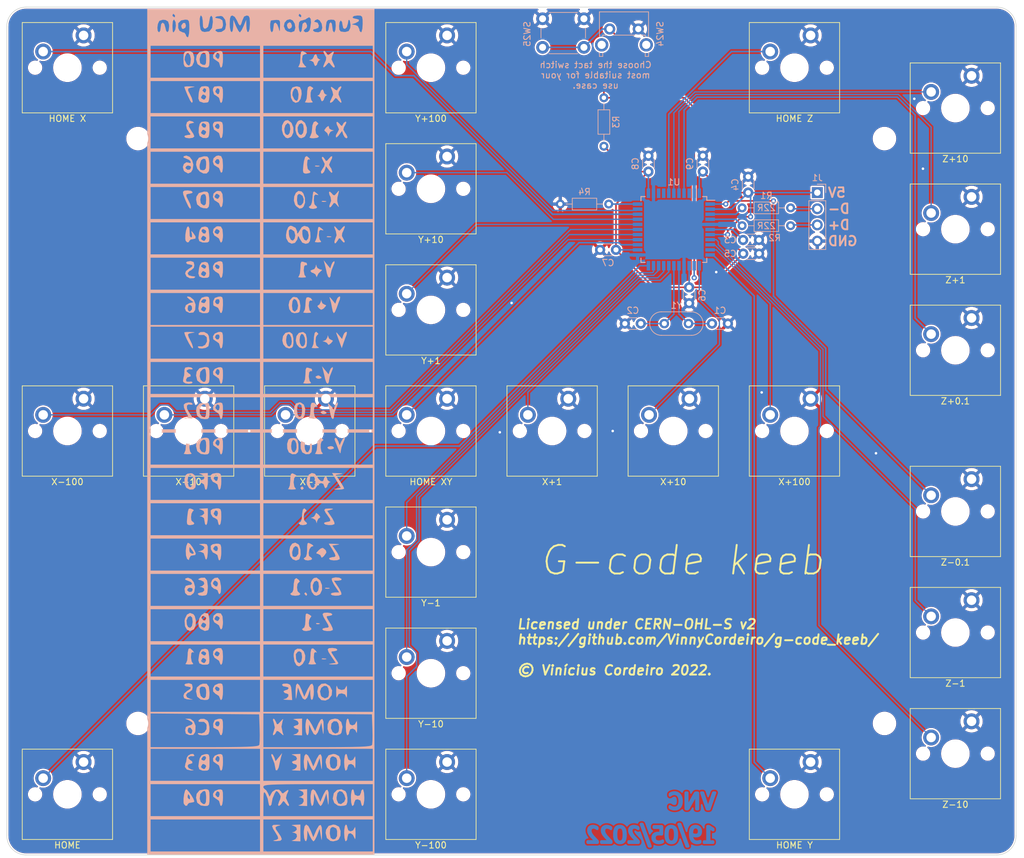
<source format=kicad_pcb>
(kicad_pcb (version 20211014) (generator pcbnew)
  (title_block (title "G-code keeb") (date "2022-05-19") (rev "1"))
  (layers (0 "F.Cu" signal) (31 "B.Cu" signal) (34 "B.Paste" user) (35 "F.Paste" user) (36 "B.SilkS" user "B.Silkscreen") (37 "F.SilkS" user "F.Silkscreen") (38 "B.Mask" user) (39 "F.Mask" user) (44 "Edge.Cuts" user))
  (net 0 "")
  (net 1 "X+100")
  (net 2 "GND")
  (net 3 "X+10")
  (net 4 "X+1")
  (net 5 "X-1")
  (net 6 "X-10")
  (net 7 "X-100")
  (net 8 "Y+100")
  (net 9 "Y+10")
  (net 10 "Y+1")
  (net 11 "Y-1")
  (net 12 "Y-10")
  (net 13 "Y-100")
  (net 14 "Z+10")
  (net 15 "Z+1")
  (net 16 "Z+0.1")
  (net 17 "Z-0.1")
  (net 18 "Z-1")
  (net 19 "Z-10")
  (net 20 "HOME")
  (net 21 "HOME_X")
  (net 22 "HOME_Y")
  (net 23 "HOME_XY")
  (net 24 "HOME_Z")
  (net 25 "XTAL2")
  (net 26 "XTAL1")
  (net 27 "Net-(C3-Pad2)")
  (net 28 "VCC")
  (net 29 "Net-(R4-Pad1)")
  (net 33 "/~{RESET}")
  (net 34 "/D_N")
  (net 35 "/D_P")
  (net 36 "/D+")
  (net 37 "/D-")
  (footprint "Switch_Keyboard_Cherry_MX:SW_Cherry_MX_PCB_1.00u" (layer "F.Cu") (at 85.75 132.9)
    (fp_text reference "SW11" hide)
    (fp_text value "Y-10")
  )
  (footprint "MountingHole:MountingHole_3.2mm_M3_DIN965" (layer "F.Cu") (at 157.05 48.8)
    (fp_text reference "H2" hide)
    (fp_text value "MountingHole" hide)
  )
  (footprint "Switch_Keyboard_Cherry_MX:SW_Cherry_MX_PCB_1.00u" (layer "F.Cu") (at 142.9 151.95)
    (fp_text reference "SW21" hide)
    (fp_text value "HOME Y")
  )
  (footprint "Switch_Keyboard_Cherry_MX:SW_Cherry_MX_PCB_1.00u" (layer "F.Cu") (at 168.2 126.5)
    (fp_text reference "SW17" hide)
    (fp_text value "Z-1")
  )
  (footprint "Switch_Keyboard_Cherry_MX:SW_Cherry_MX_PCB_1.00u" (layer "F.Cu") (at 66.7 94.8)
    (fp_text reference "SW4" hide)
    (fp_text value "X-1")
  )
  (footprint "Switch_Keyboard_Cherry_MX:SW_Cherry_MX_PCB_1.00u" (layer "F.Cu") (at 168.2 63.05)
    (fp_text reference "SW14" hide)
    (fp_text value "Z+1")
  )
  (footprint "MountingHole:MountingHole_3.2mm_M3_DIN965" (layer "F.Cu") (at 39.7 48.8)
    (fp_text reference "H4" hide)
    (fp_text value "MountingHole" hide)
  )
  (footprint "Switch_Keyboard_Cherry_MX:SW_Cherry_MX_PCB_1.00u" (layer "F.Cu") (at 28.6 94.8)
    (fp_text reference "SW6" hide)
    (fp_text value "X-100")
  )
  (footprint "MountingHole:MountingHole_3.2mm_M3_DIN965" (layer "F.Cu") (at 157.05 140.8)
    (fp_text reference "H1" hide)
    (fp_text value "MountingHole" hide)
  )
  (footprint "Switch_Keyboard_Cherry_MX:SW_Cherry_MX_PCB_1.00u" (layer "F.Cu") (at 168.2 145.55)
    (fp_text reference "SW18" hide)
    (fp_text value "Z-10")
  )
  (footprint "Switch_Keyboard_Cherry_MX:SW_Cherry_MX_PCB_1.00u" (layer "F.Cu") (at 28.6 151.95)
    (fp_text reference "SW19" hide)
    (fp_text value "HOME")
  )
  (footprint "Switch_Keyboard_Cherry_MX:SW_Cherry_MX_PCB_1.00u" (layer "F.Cu") (at 168.2 107.45)
    (fp_text reference "SW16" hide)
    (fp_text value "Z-0.1")
  )
  (footprint "Switch_Keyboard_Cherry_MX:SW_Cherry_MX_PCB_1.00u" (layer "F.Cu") (at 168.2 82.1)
    (fp_text reference "SW15" hide)
    (fp_text value "Z+0.1")
  )
  (footprint "Switch_Keyboard_Cherry_MX:SW_Cherry_MX_PCB_1.00u" (layer "F.Cu") (at 85.75 75.75)
    (fp_text reference "SW9" hide)
    (fp_text value "Y+1")
  )
  (footprint "Switch_Keyboard_Cherry_MX:SW_Cherry_MX_PCB_1.00u" (layer "F.Cu") (at 168.2 44)
    (fp_text reference "SW13" hide)
    (fp_text value "Z+10")
  )
  (footprint "Switch_Keyboard_Cherry_MX:SW_Cherry_MX_PCB_1.00u" (layer "F.Cu") (at 123.85 94.8)
    (fp_text reference "SW2" hide)
    (fp_text value "X+10")
  )
  (footprint "Switch_Keyboard_Cherry_MX:SW_Cherry_MX_PCB_1.00u" (layer "F.Cu") (at 85.75 56.7)
    (fp_text reference "SW8" hide)
    (fp_text value "Y+10")
  )
  (footprint "Switch_Keyboard_Cherry_MX:SW_Cherry_MX_PCB_1.00u" (layer "F.Cu") (at 47.65 94.8)
    (fp_text reference "SW5" hide)
    (fp_text value "X-10")
  )
  (footprint "Switch_Keyboard_Cherry_MX:SW_Cherry_MX_PCB_1.00u" (layer "F.Cu") (at 142.9 94.8)
    (fp_text reference "SW1" hide)
    (fp_text value "X+100")
  )
  (footprint "Switch_Keyboard_Cherry_MX:SW_Cherry_MX_PCB_1.00u" (layer "F.Cu") (at 85.75 37.65)
    (fp_text reference "SW7" hide)
    (fp_text value "Y+100")
  )
  (footprint "Switch_Keyboard_Cherry_MX:SW_Cherry_MX_PCB_1.00u" (layer "F.Cu") (at 85.75 151.95)
    (fp_text reference "SW12" hide)
    (fp_text value "Y-100")
  )
  (footprint "Switch_Keyboard_Cherry_MX:SW_Cherry_MX_PCB_1.00u" (layer "F.Cu") (at 142.9 37.65)
    (fp_text reference "SW23" hide)
    (fp_text value "HOME Z")
  )
  (footprint "Switch_Keyboard_Cherry_MX:SW_Cherry_MX_PCB_1.00u" (layer "F.Cu") (at 28.6 37.65)
    (fp_text reference "SW20" hide)
    (fp_text value "HOME X")
  )
  (footprint "Switch_Keyboard_Cherry_MX:SW_Cherry_MX_PCB_1.00u" (layer "F.Cu") (at 104.8 94.8)
    (fp_text reference "SW3" hide)
    (fp_text value "X+1")
  )
  (footprint "Switch_Keyboard_Cherry_MX:SW_Cherry_MX_PCB_1.00u" (layer "F.Cu") (at 85.75 113.85)
    (fp_text reference "SW10" hide)
    (fp_text value "Y-1")
  )
  (footprint "MountingHole:MountingHole_3.2mm_M3_DIN965" (layer "F.Cu") (at 39.7 140.8)
    (fp_text reference "H3" hide)
    (fp_text value "MountingHole" hide)
  )
  (footprint "Switch_Keyboard_Cherry_MX:SW_Cherry_MX_PCB_1.00u" (layer "F.Cu") (at 85.75 94.8)
    (fp_text reference "SW22" hide)
    (fp_text value "HOME XY")
  )
  (footprint "Capacitor_THT:C_Disc_D3.0mm_W1.6mm_P2.50mm" (layer "B.Cu") (at 132.439524 77.9 180)
    (fp_text reference "C1")
    (fp_text value "8pF")
  )
  (footprint "Footprints:table" (layer "B.Cu") (at 59.14 94.79 180)
    (fp_text reference "G***" hide)
    (fp_text value "LOGO" hide)
  )
  (footprint "Connector_PinHeader_2.54mm:PinHeader_1x04_P2.54mm_Vertical" (layer "B.Cu") (at 146.489524 57.3 180)
    (fp_text reference "J1")
    (fp_text value "Conn_01x04")
  )
  (footprint "Capacitor_THT:C_Disc_D3.0mm_W1.6mm_P2.50mm" (layer "B.Cu") (at 112.339524 66.3)
    (fp_text reference "C7")
    (fp_text value "100nF")
  )
  (footprint "Button_Switch_THT:SW_Tactile_SPST_Angled_PTS645Vx31-2LFS" (layer "B.Cu") (at 118.35 31.5625 180)
    (fp_text reference "SW24")
    (fp_text value "SW_Push")
  )
  (footprint "Button_Switch_THT:SW_PUSH_6mm" (layer "B.Cu") (at 109.8 29.95 180)
    (fp_text reference "SW25")
    (fp_text value "SW_Push")
  )
  (footprint "Resistor_THT:R_Axial_DIN0204_L3.6mm_D1.6mm_P7.62mm_Horizontal" (layer "B.Cu") (at 112.939524 50 90)
    (fp_text reference "R3")
    (fp_text value "10k")
  )
  (footprint "Capacitor_THT:C_Disc_D3.0mm_W1.6mm_P2.50mm" (layer "B.Cu") (at 128.5 51.5 -90)
    (fp_text reference "C9")
    (fp_text value "100nF")
  )
  (footprint "Crystal:Crystal_HC52-6mm_Vertical" (layer "B.Cu") (at 126.239524 77.9 180)
    (fp_text reference "Y1")
    (fp_text value "16MHz")
  )
  (footprint "Resistor_THT:R_Axial_DIN0204_L3.6mm_D1.6mm_P7.62mm_Horizontal" (layer "B.Cu") (at 134.669524 59.7)
    (fp_text reference "R2")
    (fp_text value "22R")
  )
  (footprint "Capacitor_THT:C_Disc_D3.0mm_W1.6mm_P2.50mm" (layer "B.Cu") (at 119.939524 51.5 -90)
    (fp_text reference "C8")
    (fp_text value "100nF")
  )
  (footprint "Capacitor_THT:C_Disc_D3.0mm_W1.6mm_P2.50mm" (layer "B.Cu") (at 126.339524 74.7 90)
    (fp_text reference "C6")
    (fp_text value "100nF")
  )
  (footprint "Package_QFP:TQFP-44_10x10mm_P0.8mm" (layer "B.Cu") (at 123.939524 63.1 180)
    (fp_text reference "U1")
    (fp_text value "ATmega32U4-A")
  )
  (footprint "Capacitor_THT:C_Disc_D3.0mm_W1.6mm_P2.50mm" (layer "B.Cu") (at 137.339524 66.9 180)
    (fp_text reference "C5")
    (fp_text value "100nF")
  )
  (footprint "Capacitor_THT:C_Disc_D3.0mm_W1.6mm_P2.50mm" (layer "B.Cu") (at 135.620646 54.8 -90)
    (fp_text reference "C4")
    (fp_text value "100nF")
  )
  (footprint "Resistor_THT:R_Axial_DIN0204_L3.6mm_D1.6mm_P7.62mm_Horizontal" (layer "B.Cu") (at 142.289524 62.5 180)
    (fp_text reference "R1")
    (fp_text value "22R")
  )
  (footprint "Resistor_THT:R_Axial_DIN0204_L3.6mm_D1.6mm_P7.62mm_Horizontal" (layer "B.Cu") (at 113.7 59.1 180)
    (fp_text reference "R4")
    (fp_text value "10k")
  )
  (footprint "Capacitor_THT:C_Disc_D3.0mm_W1.6mm_P2.50mm" (layer "B.Cu") (at 118.739524 77.9 180)
    (fp_text reference "C2")
    (fp_text value "8pF")
  )
  (footprint "Capacitor_THT:C_Disc_D3.0mm_W1.6mm_P2.50mm" (layer "B.Cu") (at 137.319524 64.75 180)
    (fp_text reference "C3")
    (fp_text value "1µF")
  )
  (gr_poly (pts (xy 113.406429 156.895993) (xy 113.436434 156.897156) (xy 113.466116 156.899094) (xy 113.495475 156.901807) (xy 113.52451 156.905294) (xy 113.553223 156.909555) (xy 113.581612 156.914591) (xy 113.609679 156.920401) (xy 113.636808 156.926793) (xy 113.66342 156.933573) (xy 113.689516 156.940742) (xy 113.715096 156.948298) (xy 113.740159 156.956242) (xy 113.764706 156.964574) (xy 113.788736 156.973293) (xy 113.81225 156.982398) (xy 113.834536 156.99123) (xy 113.855918 157.000124) (xy 113.876394 157.009082) (xy 113.895967 157.018101) (xy 113.914635 157.027183) (xy 113.932398 157.036327) (xy 113.949258 157.045533) (xy 113.965212 157.054801) (xy 113.979653 157.063873) (xy 113.992994 157.072493) (xy 114.005237 157.080661) (xy 114.01638 157.088376) (xy 114.026424 157.095638) (xy 114.035369 157.102448) (xy 114.043216 157.108804) (xy 114.046727 157.111812) (xy 114.049963 157.114707) (xy 114.052995 157.117258) (xy 114.055899 157.119761) (xy 114.058673 157.122217) (xy 114.061319 157.124626) (xy 114.063836 157.126986) (xy 114.066224 157.129299) (xy 114.068484 157.131565) (xy 114.070615 157.133782) (xy 114.072618 157.135952) (xy 114.074491 157.138074) (xy 114.076236 157.140148) (xy 114.077853 157.142175) (xy 114.079341 157.144153) (xy 114.0807 157.146084) (xy 114.081931 157.147967) (xy 114.083033 157.149802) (xy 114.085068 157.153461) (xy 114.087038 157.157181) (xy 114.088944 157.160963) (xy 114.090785 157.164807) (xy 114.092562 157.168713) (xy 114.094274 157.172682) (xy 114.09592 157.176714) (xy 114.097502 157.180808) (xy 114.098495 157.185052) (xy 114.099426 157.189488) (xy 114.100295 157.194115) (xy 114.101101 157.198933) (xy 114.101845 157.203943) (xy 114.102526 157.209143) (xy 114.103145 157.214533) (xy 114.103701 157.220114) (xy 114.104193 157.225915) (xy 114.10462 157.231976) (xy 114.104981 157.238298) (xy 114.105277 157.244879) (xy 114.105671 157.258824) (xy 114.105803 157.27381) (xy 114.105739 157.284465) (xy 114.105547 157.294733) (xy 114.105227 157.304613) (xy 114.104778 157.314107) (xy 114.104202 157.323213) (xy 114.103497 157.331933) (xy 114.102664 157.340265) (xy 114.101702 157.348212) (xy 114.100633 157.355771) (xy 114.099499 157.362941) (xy 114.098301 157.369723) (xy 114.09704 157.376116) (xy 114.095714 157.382123) (xy 114.094324 157.387741) (xy 114.09287 157.392973) (xy 114.091353 157.397818) (xy 114.090313 157.400139) (xy 114.089257 157.402374) (xy 114.088185 157.404525) (xy 114.087096 157.40659) (xy 114.085991 157.40857) (xy 114.08487 157.410465) (xy 114.083732 157.412274) (xy 114.082578 157.413998) (xy 114.081407 157.415637) (xy 114.08022 157.417191) (xy 114.079016 157.418659) (xy 114.077796 157.420042) (xy 114.07656 157.42134) (xy 114.075307 157.422552) (xy 114.074038 157.423678) (xy 114.072752 157.42472) (xy 114.071194 157.425687) (xy 114.06962 157.426592) (xy 114.06803 157.427435) (xy 114.066423 157.428215) (xy 114.0648 157.428934) (xy 114.063161 157.42959) (xy 114.061506 157.430183) (xy 114.059835 157.430714) (xy 114.058147 157.431183) (xy 114.056444 157.431589) (xy 114.054724 157.431933) (xy 114.052988 157.432215) (xy 114.051235 157.432434) (xy 114.049467 157.43259) (xy 114.047682 157.432684) (xy 114.045882 157.432715) (xy 114.042685 157.432578) (xy 114.039294 157.432167) (xy 114.03571 157.431481) (xy 114.031931 157.430521) (xy 114.027959 157.429287) (xy 114.023793 157.427779) (xy 114.019433 157.425996) (xy 114.01488 157.423939) (xy 114.010132 157.421609) (xy 114.005191 157.419004) (xy 114.000056 157.416125) (xy 113.994727 157.412972) (xy 113.989204 157.409545) (xy 113.983487 157.405844) (xy 113.977576 157.401869) (xy 113.971472 157.39762) (xy 113.958198 157.388724) (xy 113.944213 157.379638) (xy 113.929518 157.370361) (xy 113.914112 157.360894) (xy 113.897996 157.351235) (xy 113.881169 157.341386) (xy 113.863632 157.331345) (xy 113.845385 157.321112) (xy 113.825909 157.310859) (xy 113.805723 157.300802) (xy 113.784827 157.290942) (xy 113.763219 157.281279) (xy 113.740901 157.271814) (xy 113.717873 157.262546) (xy 113.694134 157.253476) (xy 113.669684 157.244605) (xy 113.656926 157.240356) (xy 113.643975 157.236381) (xy 113.617491 157.229253) (xy 113.590232 157.223221) (xy 113.562198 157.218285) (xy 113.533388 157.214446) (xy 113.503804 157.211704) (xy 113.473444 157.210058) (xy 113.442309 157.20951) (xy 113.42897 157.209647) (xy 113.415824 157.210058) (xy 113.402872 157.210744) (xy 113.390114 157.211704) (xy 113.37755 157.212938) (xy 113.36518 157.214446) (xy 113.353004 157.216229) (xy 113.341021 157.218285) (xy 113.329232 157.220616) (xy 113.317637 157.223221) (xy 113.306236 157.2261) (xy 113.295029 157.229253) (xy 113.284015 157.23268) (xy 113.273196 157.236381) (xy 113.26257 157.240356) (xy 113.252138 157.244605) (xy 113.241915 157.249099) (xy 113.231919 157.253786) (xy 113.222148 157.258667) (xy 113.212603 157.263742) (xy 113.203285 157.269009) (xy 113.194193 157.27447) (xy 113.185327 157.280124) (xy 113.176687 157.285971) (xy 113.168273 157.292012) (xy 113.160086 157.298245) (xy 113.152125 157.304672) (xy 113.144389 157.311291) (xy 113.13688 157.318103) (xy 113.129597 157.325109) (xy 113.12254 157.332307) (xy 113.11571 157.339698) (xy 113.108838 157.347274) (xy 113.102176 157.355012) (xy 113.095724 157.362911) (xy 113.089483 157.370971) (xy 113.083451 157.379193) (xy 113.077629 157.387575) (xy 113.072017 157.396119) (xy 113.066615 157.404824) (xy 113.061423 157.41369) (xy 113.056441 157.422717) (xy 113.051669 157.431905) (xy 113.047107 157.441255) (xy 113.042755 157.450765) (xy 113.038613 157.460436) (xy 113.034681 157.470268) (xy 113.030958 157.480262) (xy 113.027454 157.490118) (xy 113.024176 157.500056) (xy 113.021124 157.510075) (xy 113.018299 157.520175) (xy 113.015699 157.530357) (xy 113.013325 157.540619) (xy 113.011177 157.550962) (xy 113.009255 157.561387) (xy 113.00756 157.571892) (xy 113.00609 157.582479) (xy 113.004846 157.593146) (xy 113.003829 157.603894) (xy 113.003038 157.614723) (xy 113.002472 157.625633) (xy 113.00202 157.647696) (xy 113.002311 157.670109) (xy 113.003183 157.692911) (xy 113.004636 157.716102) (xy 113.00667 157.73968) (xy 113.009285 157.763646) (xy 113.012482 157.787999) (xy 113.016261 157.81274) (xy 113.020621 157.837867) (xy 113.025919 157.863542) (xy 113.032508 157.889929) (xy 113.040389 157.917026) (xy 113.049562 157.944834) (xy 113.060027 157.973354) (xy 113.071783 158.002584) (xy 113.08483 158.032526) (xy 113.099169 158.063178) (xy 113.114446 158.094605) (xy 113.131338 158.12687) (xy 113.149845 158.159975) (xy 113.169967 158.193919) (xy 113.191704 158.228703) (xy 113.215056 158.264326) (xy 113.240023 158.30079) (xy 113.266604 158.338095) (xy 113.294606 158.376434) (xy 113.324869 158.415999) (xy 113.357393 158.45679) (xy 113.392177 158.498809) (xy 113.429223 158.542054) (xy 113.468529 158.586528) (xy 113.510095 158.63223) (xy 113.553923 158.67916) (xy 114.072756 159.228995) (xy 114.078827 159.235686) (xy 114.084639 159.242313) (xy 114.090194 159.248874) (xy 114.09549 159.25537) (xy 114.100529 159.2618) (xy 114.105309 159.268164) (xy 114.109831 159.274461) (xy 114.114096 159.280692) (xy 114.117643 159.286401) (xy 114.121061 159.292176) (xy 114.124352 159.298016) (xy 114.127515 159.303921) (xy 114.13055 159.309892) (xy 114.133457 159.315927) (xy 114.136236 159.322028) (xy 114.138888 159.328192) (xy 114.141382 159.333993) (xy 114.14368 159.340054) (xy 114.145782 159.346376) (xy 114.147689 159.352957) (xy 114.149399 159.3598) (xy 114.150914 159.366902) (xy 114.152233 159.374265) (xy 114.153357 159.381888) (xy 114.154276 159.398076) (xy 114.154933 159.415538) (xy 114.155327 159.434275) (xy 114.155459 159.454291) (xy 114.155362 159.46544) (xy 114.155071 159.476135) (xy 114.154587 159.486378) (xy 114.153909 159.496167) (xy 114.153037 159.505504) (xy 114.151971 159.514388) (xy 114.150712 159.522819) (xy 114.14926 159.530799) (xy 114.148203 159.534618) (xy 114.147097 159.538325) (xy 114.145943 159.541917) (xy 114.144741 159.545396) (xy 114.14349 159.548761) (xy 114.14219 159.552013) (xy 114.140843 159.555152) (xy 114.139446 159.558177) (xy 114.138001 159.561088) (xy 114.136508 159.563887) (xy 114.134966 159.566572) (xy 114.133375 159.569144) (xy 114.131736 159.571602) (xy 114.130049 159.573948) (xy 114.128313 159.57618) (xy 114.126528 159.578299) (xy 114.124444 159.580365) (xy 114.122327 159.582362) (xy 114.120178 159.58429) (xy 114.117997 159.58615) (xy 114.115784 159.58794) (xy 114.113539 159.589662) (xy 114.111262 159.591316) (xy 114.108952 159.5929) (xy 114.106611 159.594416) (xy 114.104237 159.595862) (xy 114.101831 159.59724) (xy 114.099393 159.598549) (xy 114.096923 159.599789) (xy 114.094421 159.60096) (xy 114.091886 159.602062) (xy 114.08932 159.603095) (xy 114.083537 159.6045) (xy 114.07756 159.605718) (xy 114.07139 159.606749) (xy 114.065027 159.607592) (xy 114.05847 159.608248) (xy 114.051719 159.608717) (xy 114.044775 159.608998) (xy 114.037638 159.609092) (xy 112.559691 159.609092) (xy 112.557382 159.60906) (xy 112.555105 159.608966) (xy 112.55286 159.60881) (xy 112.550648 159.608591) (xy 112.548469 159.60831) (xy 112.546321 159.607966) (xy 112.544206 159.607559) (xy 112.542123 159.607091) (xy 112.540073 159.60656) (xy 112.538054 159.605966) (xy 112.536068 159.60531) (xy 112.534114 159.604592) (xy 112.532193 159.603811) (xy 112.530303 159.602968) (xy 112.528446 159.602063) (xy 112.526621 159.601096) (xy 112.524592 159.599776) (xy 112.522626 159.598391) (xy 112.520725 159.596942) (xy 112.518888 159.595428) (xy 112.517114 159.593849) (xy 112.515405 159.592205) (xy 112.51376 159.590496) (xy 112.512178 159.588723) (xy 112.510661 159.586884) (xy 112.509207 159.584981) (xy 112.507818 159.583013) (xy 112.506492 159.580979) (xy 112.505231 159.578881) (xy 112.504033 159.576718) (xy 112.502899 159.574489) (xy 112.501829 159.572196) (xy 112.499335 159.56689) (xy 112.497037 159.561329) (xy 112.494935 159.555513) (xy 112.493028 159.549441) (xy 112.491318 159.543113) (xy 112.489803 159.536529) (xy 112.488484 159.529688) (xy 112.48736 159.522589) (xy 112.485908 159.515233) (xy 112.484649 159.507618) (xy 112.483583 159.499743) (xy 112.482712 159.49161) (xy 112.482033 159.483218) (xy 112.481549 159.474567) (xy 112.481258 159.465657) (xy 112.481161 159.456488) (xy 112.481066 159.456671) (xy 112.481163 159.447533) (xy 112.481454 159.438716) (xy 112.481938 159.43022) (xy 112.482616 159.422045) (xy 112.483488 159.414193) (xy 112.484553 159.406662) (xy 112.485812 159.399454) (xy 112.487265 159.392569) (xy 112.487814 159.388996) (xy 112.488427 159.385504) (xy 112.489105 159.382092) (xy 112.489848 159.378762) (xy 112.490655 159.375511) (xy 112.491527 159.372342) (xy 112.492464 159.369253) (xy 112.493465 159.366244) (xy 112.494531 159.363316) (xy 112.495662 159.360468) (xy 112.496858 159.357701) (xy 112.498118 159.355014) (xy 112.499443 159.352407) (xy 112.500832 159.349881) (xy 112.502286 159.347435) (xy 112.503805 159.345069) (xy 112.505121 159.342748) (xy 112.506485 159.340513) (xy 112.507897 159.338362) (xy 112.509358 159.336297) (xy 112.510868 159.334317) (xy 112.512426 159.332422) (xy 112.514032 159.330613) (xy 112.515687 159.328889) (xy 112.517391 159.32725) (xy 112.519143 159.325696) (xy 112.520944 159.324228) (xy 112.522793 159.322845) (xy 112.524691 159.321547) (xy 112.526638 159.320335) (xy 112.528633 159.319209) (xy 112.530676 159.318167) (xy 112.532492 159.31692) (xy 112.534323 159.315753) (xy 112.536171 159.314667) (xy 112.538036 159.313661) (xy 112.539916 159.312736) (xy 112.541813 159.311891) (xy 112.543725 159.311127) (xy 112.545655 159.310443) (xy 112.5476 159.309839) (xy 112.549562 159.309316) (xy 112.55154 159.308874) (xy 112.553534 159.308511) (xy 112.555545 159.30823) (xy 112.557572 159.308029) (xy 112.559615 159.307908) (xy 112.561674 159.307868) (xy 113.725428 159.307868) (xy 113.301684 158.865515) (xy 113.245743 158.807479) (xy 113.192644 158.751186) (xy 113.142388 158.696637) (xy 113.094975 158.643832) (xy 113.050404 158.592771) (xy 113.008675 158.543453) (xy 112.969789 158.495879) (xy 112.933745 158.450049) (xy 112.900156 158.40512) (xy 112.868634 158.361289) (xy 112.839178 158.318557) (xy 112.81179 158.276923) (xy 112.786469 158.236388) (xy 112.763215 158.196952) (xy 112.742027 158.158614) (xy 112.722906 158.121375) (xy 112.70511 158.084521) (xy 112.688929 158.048378) (xy 112.674363 158.012948) (xy 112.661412 157.978228) (xy 112.650076 157.94422) (xy 112.640354 157.910922) (xy 112.632248 157.878335) (xy 112.628801 157.862307) (xy 112.625758 157.846457) (xy 112.620429 157.814419) (xy 112.615812 157.782379) (xy 112.611905 157.750339) (xy 112.608708 157.718299) (xy 112.606222 157.686258) (xy 112.604446 157.654218) (xy 112.603381 157.622178) (xy 112.603026 157.59014) (xy 112.603211 157.572375) (xy 112.603769 157.554739) (xy 112.604697 157.537233) (xy 112.605997 157.519856) (xy 112.607668 157.502608) (xy 112.609711 157.48549) (xy 112.612125 157.468501) (xy 112.61491 157.451642) (xy 112.618067 157.434911) (xy 112.621596 157.41831) (xy 112.625495 157.401839) (xy 112.629766 157.385496) (xy 112.634409 157.369283) (xy 112.639423 157.353199) (xy 112.644808 157.337243) (xy 112.650565 157.321418) (xy 112.656701 157.305777) (xy 112.663226 157.29038) (xy 112.670138 157.275224) (xy 112.677437 157.260311) (xy 112.685124 157.245641) (xy 112.693199 157.231212) (xy 112.701661 157.217026) (xy 112.710511 157.203082) (xy 112.719748 157.18938) (xy 112.729373 157.17592) (xy 112.739385 157.162702) (xy 112.749785 157.149726) (xy 112.760573 157.136992) (xy 112.771748 157.1245) (xy 112.78331 157.11225) (xy 112.79526 157.100241) (xy 112.807347 157.08851) (xy 112.819838 157.077103) (xy 112.832733 157.06602) (xy 112.846031 157.05526) (xy 112.859733 157.044825) (xy 112.873839 157.034713) (xy 112.888348 157.024925) (xy 112.903262 157.015462) (xy 112.918579 157.006322) (xy 112.934299 156.997506) (xy 112.950424 156.989013) (xy 112.966952 156.980844) (xy 112.983884 156.973) (xy 113.00122 156.965478) (xy 113.01896 156.958281) (xy 113.037104 156.951407) (xy 113.055384 156.94465) (xy 113.074052 156.938329) (xy 113.093108 156.932443) (xy 113.112551 156.926994) (xy 113.132382 156.921981) (xy 113.1526 156.917403) (xy 113.173206 156.913262) (xy 113.1942 156.909556) (xy 113.215581 156.906287) (xy 113.23735 156.903453) (xy 113.28205 156.899093) (xy 113.3283 156.896478) (xy 113.376101 156.895606)) (layer "B.Cu") (width 0.3) (fill solid))
  (gr_poly (pts (xy 125.933702 151.636726) (xy 125.94575 151.636913) (xy 125.957217 151.637225) (xy 125.968101 151.637662) (xy 125.978405 151.638224) (xy 125.988126 151.638911) (xy 125.997266 151.639723) (xy 126.005823 151.640662) (xy 126.013416 151.641805) (xy 126.020686 151.643139) (xy 126.024199 151.643878) (xy 126.027631 151.644665) (xy 126.030983 151.6455) (xy 126.034253 151.646382) (xy 126.037443 151.647312) (xy 126.040552 151.64829) (xy 126.04358 151.649316) (xy 126.046527 151.650389) (xy 126.049392 151.65151) (xy 126.052178 151.652678) (xy 126.054882 151.653894) (xy 126.057505 151.655158) (xy 126.059786 151.656212) (xy 126.061987 151.657299) (xy 126.064107 151.658417) (xy 126.066147 151.659567) (xy 126.068108 151.660749) (xy 126.069987 151.661963) (xy 126.071787 151.663209) (xy 126.073507 151.664487) (xy 126.075146 151.665797) (xy 126.076705 151.667138) (xy 126.078184 151.668512) (xy 126.079583 151.669919) (xy 126.080901 151.671357) (xy 126.08214 151.672827) (xy 126.083298 151.674329) (xy 126.084376 151.675864) (xy 126.085381 151.677423) (xy 126.086322 151.678998) (xy 126.087197 151.68059) (xy 126.088008 151.682198) (xy 126.088754 151.683823) (xy 126.089435 151.685463) (xy 126.090051 151.68712) (xy 126.090602 151.688794) (xy 126.091088 151.690484) (xy 126.09151 151.69219) (xy 126.091866 151.693912) (xy 126.092158 151.69565) (xy 126.092385 151.697405) (xy 126.092547 151.699175) (xy 126.092644 151.700962) (xy 126.092676 151.702765) (xy 126.092676 153.49491) (xy 126.090078 153.667514) (xy 126.086478 153.833915) (xy 126.088579 153.833915) (xy 126.113512 153.785465) (xy 126.138704 153.737277) (xy 126.164156 153.689346) (xy 126.189867 153.641669) (xy 126.23999 153.543996) (xy 126.291151 153.445304) (xy 126.317248 153.395565) (xy 126.343862 153.345568) (xy 126.370992 153.295315) (xy 126.398638 153.244803) (xy 126.455487 153.14041) (xy 126.514395 153.033957) (xy 127.163451 151.85987) (xy 127.172173 151.844198) (xy 127.180767 151.82924) (xy 127.18923 151.814993) (xy 127.197564 151.801459) (xy 127.205769 151.788637) (xy 127.213843 151.776528) (xy 127.221787 151.765131) (xy 127.229601 151.754447) (xy 127.233235 151.749103) (xy 127.236901 151.743921) (xy 127.2406 151.738901) (xy 127.24433 151.734042) (xy 127.248093 151.729345) (xy 127.251889 151.724809) (xy 127.255716 151.720436) (xy 127.259576 151.716223) (xy 127.263468 151.712173) (xy 127.267392 151.708284) (xy 127.271348 151.704557) (xy 127.275337 151.700991) (xy 127.279357 151.697587) (xy 127.28341 151.694345) (xy 127.287496 151.691265) (xy 127.291613 151.688346) (xy 127.295529 151.685304) (xy 127.299526 151.682375) (xy 127.303604 151.679559) (xy 127.307763 151.676856) (xy 127.312002 151.674266) (xy 127.316322 151.67179) (xy 127.320723 151.669426) (xy 127.325204 151.667176) (xy 127.329766 151.665039) (xy 127.334409 151.663015) (xy 127.339133 151.661104) (xy 127.343937 151.659307) (xy 127.348823 151.657623) (xy 127.353789 151.656052) (xy 127.358835 151.654595) (xy 127.363962 151.65325) (xy 127.374103 151.650836) (xy 127.38489 151.648744) (xy 127.396323 151.646974) (xy 127.408403 151.645526) (xy 127.421128 151.644399) (xy 127.4345 151.643594) (xy 127.448518 151.643112) (xy 127.463183 151.642951) (xy 127.632681 151.642951) (xy 127.639367 151.643088) (xy 127.645989 151.643499) (xy 127.652546 151.644185) (xy 127.659038 151.645145) (xy 127.665465 151.646379) (xy 127.671828 151.647887) (xy 127.678126 151.64967) (xy 127.68436 151.651726) (xy 127.690529 151.654057) (xy 127.696633 151.656662) (xy 127.702673 151.659541) (xy 127.708648 151.662694) (xy 127.714558 151.666121) (xy 127.720404 151.669822) (xy 127.726185 151.673797) (xy 127.731901 151.678046) (xy 127.737409 151.682621) (xy 127.742561 151.687567) (xy 127.747357 151.692886) (xy 127.751798 151.698576) (xy 127.755884 151.704639) (xy 127.759615 151.711073) (xy 127.762991 151.717879) (xy 127.766011 151.725056) (xy 127.768675 151.732606) (xy 127.770985 151.740527) (xy 127.772939 151.74882) (xy 127.774538 151.757484) (xy 127.775781 151.766521) (xy 127.77667 151.775929) (xy 127.777203 151.785708) (xy 127.77738 151.795859) (xy 127.77738 154.263922) (xy 127.777348 154.265723) (xy 127.777251 154.267524) (xy 127.777089 154.269326) (xy 127.776862 154.271129) (xy 127.77657 154.272933) (xy 127.776213 154.274738) (xy 127.775792 154.276543) (xy 127.775306 154.27835) (xy 127.774754 154.280157) (xy 127.774138 154.281964) (xy 127.773457 154.283773) (xy 127.772712 154.285582) (xy 127.771901 154.287391) (xy 127.771025 154.289201) (xy 127.770085 154.291012) (xy 127.76908 154.292823) (xy 127.768006 154.294392) (xy 127.766851 154.295925) (xy 127.765616 154.297422) (xy 127.764299 154.298882) (xy 127.762903 154.300305) (xy 127.761425 154.301692) (xy 127.759867 154.303041) (xy 127.758228 154.304354) (xy 127.756508 154.305631) (xy 127.754707 154.30687) (xy 127.752826 154.308072) (xy 127.750864 154.309238) (xy 127.748821 154.310366) (xy 127.746698 154.311457) (xy 127.744494 154.312512) (xy 127.742209 154.313529) (xy 127.737364 154.315067) (xy 127.732132 154.316533) (xy 127.726513 154.317928) (xy 127.720505 154.319251) (xy 127.71411 154.320503) (xy 127.707327 154.321683) (xy 127.700157 154.322791) (xy 127.692599 154.323828) (xy 127.684073 154.325234) (xy 127.675031 154.326452) (xy 127.665471 154.327483) (xy 127.655394 154.328326) (xy 127.644801 154.328982) (xy 127.63369 154.32945) (xy 127.622063 154.329731) (xy 127.609919 154.329825) (xy 127.597807 154.329731) (xy 127.586277 154.32945) (xy 127.575328 154.328982) (xy 127.564961 154.328326) (xy 127.555176 154.327483) (xy 127.545972 154.326452) (xy 127.537351 154.325234) (xy 127.529311 154.323828) (xy 127.521267 154.322726) (xy 127.513676 154.321571) (xy 127.506537 154.320363) (xy 127.499851 154.319102) (xy 127.493617 154.317788) (xy 127.487835 154.316421) (xy 127.482506 154.315001) (xy 127.477629 154.313529) (xy 127.475097 154.312474) (xy 127.472662 154.311388) (xy 127.470323 154.31027) (xy 127.468081 154.30912) (xy 127.465935 154.307938) (xy 127.463886 154.306724) (xy 127.461932 154.305478) (xy 127.460076 154.3042) (xy 127.458315 154.30289) (xy 127.456651 154.301548) (xy 127.455084 154.300174) (xy 127.453613 154.298768) (xy 127.452238 154.29733) (xy 127.450959 154.29586) (xy 127.449777 154.294357) (xy 127.448691 154.292823) (xy 127.447685 154.291022) (xy 127.446745 154.289221) (xy 127.445869 154.287419) (xy 127.445059 154.285616) (xy 127.444313 154.283812) (xy 127.443632 154.282007) (xy 127.443016 154.280202) (xy 127.442465 154.278395) (xy 127.441978 154.276588) (xy 127.441557 154.274781) (xy 127.4412 154.272972) (xy 127.440909 154.271163) (xy 127.440682 154.269354) (xy 127.44052 154.267544) (xy 127.440422 154.265733) (xy 127.44039 154.263922) (xy 127.44039 152.649558) (xy 127.440916 152.496073) (xy 127.442492 152.341559) (xy 127.445091 152.188084) (xy 127.448691 152.037711) (xy 127.44459 152.037711) (xy 127.415136 152.099203) (xy 127.384648 152.161731) (xy 127.353125 152.225294) (xy 127.320566 152.289893) (xy 127.286587 152.353333) (xy 127.252868 152.415478) (xy 127.219409 152.476328) (xy 127.186209 152.53588) (xy 126.342848 154.057227) (xy 126.332125 154.076923) (xy 126.321661 154.095716) (xy 126.311455 154.113607) (xy 126.301507 154.130595) (xy 126.291817 154.14668) (xy 126.282386 154.161863) (xy 126.273214 154.176143) (xy 126.2643 154.189521) (xy 126.255029 154.202123) (xy 126.245824 154.214077) (xy 126.236683 154.225384) (xy 126.227607 154.236045) (xy 126.218596 154.246058) (xy 126.214114 154.250823) (xy 126.209649 154.255426) (xy 126.2052 154.259867) (xy 126.200767 154.264147) (xy 126.196351 154.268266) (xy 126.19195 154.272223) (xy 126.187291 154.275772) (xy 126.182615 154.279192) (xy 126.177924 154.282483) (xy 126.173216 154.285645) (xy 126.168492 154.288677) (xy 126.163753 154.291581) (xy 126.158997 154.294356) (xy 126.154225 154.297002) (xy 126.149437 154.299518) (xy 126.144632 154.301906) (xy 126.139812 154.304166) (xy 126.134976 154.306296) (xy 126.130123 154.308297) (xy 126.125255 154.31017) (xy 126.12037 154.311914) (xy 126.115469 154.313529) (xy 126.10494 154.315943) (xy 126.094023 154.318035) (xy 126.082718 154.319805) (xy 126.071026 154.321254) (xy 126.058946 154.32238) (xy 126.046479 154.323185) (xy 126.033623 154.323668) (xy 126.02038 154.323828) (xy 125.906691 154.323828) (xy 125.899973 154.323703) (xy 125.893256 154.323328) (xy 125.886538 154.322703) (xy 125.87982 154.321828) (xy 125.873103 154.320703) (xy 125.866385 154.319329) (xy 125.859667 154.317705) (xy 125.852949 154.315833) (xy 125.849614 154.314754) (xy 125.846327 154.313595) (xy 125.843089 154.312356) (xy 125.8399 154.311037) (xy 125.836759 154.309638) (xy 125.833666 154.308158) (xy 125.830622 154.306598) (xy 125.827627 154.304957) (xy 125.82468 154.303236) (xy 125.821781 154.301434) (xy 125.818931 154.299552) (xy 125.81613 154.29759) (xy 125.813378 154.295546) (xy 125.810673 154.293422) (xy 125.808018 154.291217) (xy 125.805411 154.288932) (xy 125.802609 154.286554) (xy 125.799889 154.284097) (xy 125.797249 154.28156) (xy 125.79469 154.278944) (xy 125.792211 154.276247) (xy 125.789813 154.273471) (xy 125.787496 154.270616) (xy 125.78526 154.26768) (xy 125.783104 154.264665) (xy 125.781028 154.261569) (xy 125.779034 154.258395) (xy 125.77712 154.25514) (xy 125.775286 154.251806) (xy 125.773534 154.248392) (xy 125.771861 154.244898) (xy 125.77027 154.241324) (xy 125.768517 154.237651) (xy 125.766878 154.233883) (xy 125.765352 154.230018) (xy 125.763939 154.226057) (xy 125.762639 154.222001) (xy 125.761452 154.217848) (xy 125.760378 154.213599) (xy 125.759417 154.209254) (xy 125.75857 154.204813) (xy 125.757835 154.200275) (xy 125.757213 154.195642) (xy 125.756705 154.190912) (xy 125.756309 154.186085) (xy 125.756027 154.181162) (xy 125.755857 154.176143) (xy 125.755801 154.171027) (xy 125.755671 151.702765) (xy 125.755703 151.700962) (xy 125.755801 151.699175) (xy 125.755963 151.697405) (xy 125.756189 151.69565) (xy 125.756481 151.693912) (xy 125.756838 151.69219) (xy 125.757259 151.690484) (xy 125.757746 151.688794) (xy 125.758297 151.68712) (xy 125.758913 151.685463) (xy 125.759594 151.683823) (xy 125.76034 151.682198) (xy 125.76115 151.68059) (xy 125.762026 151.678998) (xy 125.762966 151.677423) (xy 125.763972 151.675864) (xy 125.765046 151.674294) (xy 125.7662 151.672761) (xy 125.767436 151.671265) (xy 125.768752 151.669805) (xy 125.770149 151.668382) (xy 125.771626 151.666995) (xy 125.773184 151.665645) (xy 125.774824 151.664332) (xy 125.776543 151.663056) (xy 125.778344 151.661817) (xy 125.780225 151.660614) (xy 125.782187 151.659449) (xy 125.78423 151.65832) (xy 125.786353 151.657229) (xy 125.788557 151.656175) (xy 125.790842 151.655158) (xy 125.793226 151.65387) (xy 125.795722 151.652634) (xy 125.798331 151.651448) (xy 125.801053 151.650314) (xy 125.803888 151.64923) (xy 125.806835 151.648197) (xy 125.809896 151.647216) (xy 125.81307 151.646285) (xy 125.819756 151.644575) (xy 125.826893 151.643069) (xy 125.834483 151.641764) (xy 125.842524 151.640662) (xy 125.850987 151.639723) (xy 125.859837 151.638911) (xy 125.869075 151.638224) (xy 125.8787 151.637662) (xy 125.888712 151.637225) (xy 125.899111 151.636913) (xy 125.909898 151.636726) (xy 125.921072 151.636664)) (layer "B.Cu") (width 0.3) (fill solid))
  (gr_poly (pts (xy 127.380565 156.896583) (xy 127.408729 156.897994) (xy 127.436376 156.899971) (xy 127.463506 156.902512) (xy 127.49012 156.905619) (xy 127.516216 156.909289) (xy 127.541796 156.913525) (xy 127.566859 156.918326) (xy 127.591405 156.923692) (xy 127.615435 156.929622) (xy 127.638948 156.936118) (xy 127.661944 156.943178) (xy 127.684423 156.950803) (xy 127.706386 156.958994) (xy 127.727831 156.967749) (xy 127.748784 156.976982) (xy 127.769269 156.986603) (xy 127.789286 156.996614) (xy 127.808834 157.007012) (xy 127.827914 157.0178) (xy 127.846525 157.028975) (xy 127.864669 157.040539) (xy 127.882344 157.052491) (xy 127.89955 157.064831) (xy 127.916289 157.077558) (xy 127.932559 157.090673) (xy 127.94836 157.104175) (xy 127.963694 157.118065) (xy 127.978559 157.132341) (xy 127.992955 157.147005) (xy 128.006884 157.162055) (xy 128.020351 157.177452) (xy 128.033366 157.193156) (xy 128.045929 157.209167) (xy 128.05804 157.225486) (xy 128.069699 157.242111) (xy 128.080907 157.259043) (xy 128.091662 157.276282) (xy 128.101965 157.293828) (xy 128.111816 157.31168) (xy 128.121215 157.329839) (xy 128.130161 157.348304) (xy 128.138656 157.367076) (xy 128.146698 157.386155) (xy 128.154289 157.405539) (xy 128.161426 157.42523) (xy 128.168112 157.445227) (xy 128.180224 157.485314) (xy 128.190721 157.52598) (xy 128.199604 157.567226) (xy 128.206872 157.609051) (xy 128.212525 157.651457) (xy 128.216563 157.694443) (xy 128.218986 157.73801) (xy 128.219794 157.782157) (xy 128.219741 157.789668) (xy 128.21961 157.79719) (xy 128.219275 157.812155) (xy 127.858515 157.812155) (xy 127.859162 157.798117) (xy 127.859668 157.784016) (xy 127.859996 157.769787) (xy 127.860113 157.755362) (xy 127.859663 157.728082) (xy 127.858311 157.70099) (xy 127.856056 157.674088) (xy 127.852896 157.647376) (xy 127.848829 157.620856) (xy 127.843854 157.594528) (xy 127.83797 157.568395) (xy 127.831175 157.542456) (xy 127.827437 157.529627) (xy 127.823457 157.516976) (xy 127.819234 157.504501) (xy 127.814769 157.492203) (xy 127.810062 157.480083) (xy 127.805112 157.468141) (xy 127.79992 157.456376) (xy 127.794486 157.444789) (xy 127.78881 157.433379) (xy 127.782892 157.422147) (xy 127.776731 157.411094) (xy 127.770329 157.400218) (xy 127.763684 157.38952) (xy 127.756797 157.379001) (xy 127.749668 157.368659) (xy 127.742297 157.358496) (xy 127.734416 157.348301) (xy 127.726277 157.338378) (xy 127.71788 157.328728) (xy 127.709225 157.31935) (xy 127.700311 157.310246) (xy 127.691139 157.301416) (xy 127.681708 157.29286) (xy 127.672019 157.284579) (xy 127.662072 157.276573) (xy 127.651866 157.268842) (xy 127.641401 157.261387) (xy 127.630678 157.254208) (xy 127.619696 157.247306) (xy 127.608456 157.24068) (xy 127.596957 157.234333) (xy 127.5852 157.228263) (xy 127.573161 157.222251) (xy 127.560815 157.216629) (xy 127.548163 157.211395) (xy 127.535203 157.206549) (xy 127.521937 157.202092) (xy 127.508364 157.198023) (xy 127.494484 157.194342) (xy 127.480297 157.191048) (xy 127.465804 157.188143) (xy 127.451003 157.185626) (xy 127.435896 157.183496) (xy 127.420482 157.181753) (xy 127.404761 157.180398) (xy 127.388733 157.17943) (xy 127.372399 157.17885) (xy 127.355757 157.178656) (xy 127.3396 157.17885) (xy 127.323685 157.17943) (xy 127.308012 157.180397) (xy 127.292582 157.181751) (xy 127.277394 157.183493) (xy 127.262448 157.185621) (xy 127.247745 157.188138) (xy 127.233284 157.191043) (xy 127.219065 157.194335) (xy 127.205088 157.198016) (xy 127.191354 157.202085) (xy 127.177862 157.206543) (xy 127.164612 157.211389) (xy 127.151604 157.216624) (xy 127.138838 157.222249) (xy 127.126314 157.228263) (xy 127.114032 157.23471) (xy 127.101993 157.24164) (xy 127.090195 157.249054) (xy 127.07864 157.256952) (xy 127.067328 157.265333) (xy 127.056258 157.274198) (xy 127.04543 157.283547) (xy 127.034844 157.29338) (xy 127.024501 157.303697) (xy 127.0144 157.314498) (xy 127.004542 157.325784) (xy 126.994925 157.337555) (xy 126.985551 157.349811) (xy 126.97642 157.362551) (xy 126.967531 157.375776) (xy 126.958884 157.389487) (xy 126.950486 157.403712) (xy 126.942346 157.418487) (xy 126.934465 157.433811) (xy 126.926842 157.449685) (xy 126.919478 157.466108) (xy 126.912372 157.483081) (xy 126.905525 157.500603) (xy 126.898937 157.518674) (xy 126.892606 157.537294) (xy 126.886535 157.556463) (xy 126.880721 157.576181) (xy 126.875166 157.596448) (xy 126.86987 157.617264) (xy 126.864832 157.638629) (xy 126.860053 157.660543) (xy 126.855532 157.683005) (xy 126.852684 157.698122) (xy 126.849985 157.713543) (xy 126.847425 157.729264) (xy 126.844997 157.74528) (xy 126.840497 157.778178) (xy 126.836413 157.812201) (xy 126.836352 157.812201) (xy 126.832666 157.847505) (xy 126.829444 157.883965) (xy 126.826694 157.92159) (xy 126.824426 157.960385) (xy 126.822646 158.000359) (xy 126.821365 158.041517) (xy 126.82059 158.083868) (xy 126.82033 158.127417) (xy 126.833661 158.136866) (xy 126.847298 158.146091) (xy 126.861243 158.15509) (xy 126.875494 158.163863) (xy 126.890052 158.172411) (xy 126.904917 158.180733) (xy 126.920089 158.188828) (xy 126.935568 158.196696) (xy 126.951354 158.204337) (xy 126.967446 158.211751) (xy 126.983846 158.218937) (xy 127.000552 158.225895) (xy 127.017565 158.232625) (xy 127.034885 158.239126) (xy 127.052511 158.245398) (xy 127.070444 158.251441) (xy 127.106778 158.262096) (xy 127.143435 158.271335) (xy 127.180416 158.279155) (xy 127.21772 158.285556) (xy 127.255348 158.290536) (xy 127.293298 158.294094) (xy 127.331572 158.29623) (xy 127.370169 158.296942) (xy 127.403597 158.296361) (xy 127.435669 158.294617) (xy 127.466384 158.29171) (xy 127.495742 158.28764) (xy 127.509913 158.28517) (xy 127.523744 158.282409) (xy 127.537237 158.279357) (xy 127.55039 158.276015) (xy 127.563204 158.272382) (xy 127.575679 158.268459) (xy 127.587815 158.264245) (xy 127.599612 158.259742) (xy 127.611102 158.254708) (xy 127.622317 158.249434) (xy 127.633258 158.243918) (xy 127.643924 158.23816) (xy 127.654316 158.232161) (xy 127.664433 158.22592) (xy 127.674275 158.219437) (xy 127.683843 158.212712) (xy 127.693137 158.205745) (xy 127.702156 158.198537) (xy 127.710901 158.191086) (xy 127.719371 158.183393) (xy 127.727566 158.175458) (xy 127.735487 158.167281) (xy 127.743134 158.158861) (xy 127.750506 158.150199) (xy 127.75762 158.141284) (xy 127.764492 158.13213) (xy 127.771122 158.122735) (xy 127.777509 158.1131) (xy 127.783655 158.103224) (xy 127.789557 158.093107) (xy 127.795218 158.082749) (xy 127.800636 158.07215) (xy 127.805812 158.061309) (xy 127.810745 158.050226) (xy 127.815437 158.0389) (xy 127.819885 158.027332) (xy 127.824092 158.015521) (xy 127.828056 158.003467) (xy 127.831778 157.99117) (xy 127.835257 157.978629) (xy 127.839745 157.959155) (xy 127.843775 157.939291) (xy 127.847351 157.919044) (xy 127.850474 157.898417) (xy 127.853149 157.877418) (xy 127.855377 157.85605) (xy 127.857162 157.834319) (xy 127.858507 157.812232) (xy 128.219218 157.812155) (xy 128.217929 157.850404) (xy 128.215636 157.887941) (xy 128.212332 157.92477) (xy 128.208012 157.960894) (xy 128.202671 157.99632) (xy 128.196301 158.031049) (xy 128.188899 158.065089) (xy 128.180456 158.098441) (xy 128.175095 158.11638) (xy 128.169346 158.134011) (xy 128.163209 158.151334) (xy 128.156685 158.168349) (xy 128.149773 158.185056) (xy 128.142474 158.201455) (xy 128.134787 158.217548) (xy 128.126712 158.233332) (xy 128.11825 158.24881) (xy 128.1094 158.263981) (xy 128.100163 158.278844) (xy 128.090538 158.293401) (xy 128.080526 158.307651) (xy 128.070126 158.321595) (xy 128.059338 158.335232) (xy 128.048163 158.348563) (xy 128.03631 158.361574) (xy 128.024004 158.374244) (xy 128.011247 158.386575) (xy 127.998037 158.398566) (xy 127.984375 158.410218) (xy 127.970261 158.421529) (xy 127.955695 158.432502) (xy 127.940677 158.443135) (xy 127.925206 158.453429) (xy 127.909283 158.463384) (xy 127.892908 158.473) (xy 127.876081 158.482276) (xy 127.858802 158.491215) (xy 127.841071 158.499814) (xy 127.822887 158.508075) (xy 127.804251 158.515998) (xy 127.784856 158.523246) (xy 127.764912 158.530028) (xy 127.74442 158.536343) (xy 127.723378 158.542191) (xy 127.701787 158.547573) (xy 127.679647 158.552487) (xy 127.656958 158.556934) (xy 127.633719 158.560914) (xy 127.609932 158.564426) (xy 127.585596 158.56747) (xy 127.56071 158.570046) (xy 127.535275 158.572155) (xy 127.509292 158.573795) (xy 127.482759 158.574966) (xy 127.455677 158.575669) (xy 127.428046 158.575904) (xy 127.379146 158.57513) (xy 127.331668 158.572809) (xy 127.285611 158.568938) (xy 127.240975 158.563517) (xy 127.197761 158.556544) (xy 127.155968 158.548017) (xy 127.115597 158.537935) (xy 127.076647 158.526297) (xy 127.039085 158.513665) (xy 127.002879 158.500587) (xy 126.96803 158.487062) (xy 126.934537 158.473086) (xy 126.902401 158.458657) (xy 126.871621 158.443771) (xy 126.842198 158.428426) (xy 126.814131 158.412619) (xy 126.815823 158.459873) (xy 126.818801 158.506544) (xy 126.823066 158.552633) (xy 126.828619 158.59814) (xy 126.835462 158.643064) (xy 126.843596 158.687406) (xy 126.853022 158.731166) (xy 126.863741 158.774344) (xy 126.869604 158.795629) (xy 126.875821 158.816591) (xy 126.882394 158.83723) (xy 126.889322 158.857545) (xy 126.896605 158.877538) (xy 126.904243 158.897208) (xy 126.912237 158.916555) (xy 126.920585 158.935578) (xy 126.929289 158.954279) (xy 126.938349 158.972656) (xy 126.947763 158.99071) (xy 126.957533 159.008441) (xy 126.967658 159.025849) (xy 126.978139 159.042933) (xy 126.988975 159.059695) (xy 127.000166 159.076133) (xy 127.011745 159.092208) (xy 127.023743 159.10788) (xy 127.036161 159.123149) (xy 127.048999 159.138015) (xy 127.062258 159.152477) (xy 127.075936 159.166537) (xy 127.090034 159.180192) (xy 127.104552 159.193444) (xy 127.11949 159.206292) (xy 127.134848 159.218736) (xy 127.150626 159.230775) (xy 127.166823 159.24241) (xy 127.183441 159.253641) (xy 127.200478 159.264466) (xy 127.217935 159.274887) (xy 127.235812 159.284903) (xy 127.253865 159.294166) (xy 127.272372 159.302832) (xy 127.29133 159.3109) (xy 127.310741 159.318371) (xy 127.330604 159.325245) (xy 127.350919 159.331521) (xy 127.371687 159.337199) (xy 127.392907 159.34228) (xy 127.414578 159.346764) (xy 127.436703 159.350649) (xy 127.459279 159.353937) (xy 127.482308 159.356628) (xy 127.505788 159.35872) (xy 127.529721 159.360215) (xy 127.554106 159.361112) (xy 127.578944 159.361411) (xy 127.604975 159.361177) (xy 127.630361 159.360481) (xy 127.655101 159.359327) (xy 127.679196 159.357722) (xy 127.702644 159.355672) (xy 127.725447 159.353184) (xy 127.747603 159.350263) (xy 127.769114 159.346915) (xy 127.810197 159.338532) (xy 127.848696 159.329888) (xy 127.866976 159.325468) (xy 127.88461 159.320983) (xy 127.901598 159.316434) (xy 127.91794 159.31182) (xy 127.947654 159.302778) (xy 127.974783 159.294253) (xy 127.999329 159.286238) (xy 128.021292 159.278723) (xy 128.031339 159.274856) (xy 128.040805 159.271505) (xy 128.049688 159.26867) (xy 128.057989 159.266351) (xy 128.065708 159.264547) (xy 128.06935 159.263839) (xy 128.072845 159.263259) (xy 128.076195 159.262808) (xy 128.079399 159.262486) (xy 128.082458 159.262293) (xy 128.085371 159.262229) (xy 128.087422 159.262252) (xy 128.08944 159.262322) (xy 128.091426 159.26244) (xy 128.09338 159.262604) (xy 128.095302 159.262814) (xy 128.097191 159.263072) (xy 128.099048 159.263377) (xy 128.100873 159.263728) (xy 128.102666 159.264126) (xy 128.104426 159.264571) (xy 128.106155 159.265063) (xy 128.10785 159.265602) (xy 128.109514 159.266187) (xy 128.111145 159.26682) (xy 128.112743 159.267499) (xy 128.11431 159.268225) (xy 128.115587 159.268824) (xy 128.116832 159.269494) (xy 128.118044 159.270236) (xy 128.119223 159.27105) (xy 128.12037 159.271938) (xy 128.121484 159.272901) (xy 128.122566 159.273939) (xy 128.123616 159.275054) (xy 128.124633 159.276245) (xy 128.125617 159.277515) (xy 128.12657 159.278864) (xy 128.12749 159.280293) (xy 128.128378 159.281803) (xy 128.129234 159.283394) (xy 128.130058 159.285068) (xy 128.13085 159.286826) (xy 128.131628 159.28874) (xy 128.132388 159.290736) (xy 128.133852 159.294979) (xy 128.135245 159.299568) (xy 128.136567 159.304515) (xy 128.137822 159.309832) (xy 128.139009 159.315532) (xy 128.140132 159.321628) (xy 128.141192 159.328131) (xy 128.141684 159.335135) (xy 128.142111 159.342721) (xy 128.142472 159.350891) (xy 128.142768 159.359647) (xy 128.143162 159.378915) (xy 128.143294 159.400534) (xy 128.143167 159.41364) (xy 128.142784 159.426106) (xy 128.142144 159.43793) (xy 128.141243 159.449111) (xy 128.14008 159.459645) (xy 128.138652 159.469529) (xy 128.136957 159.478763) (xy 128.134993 159.487342) (xy 128.133659 159.491175) (xy 128.132244 159.494909) (xy 128.130749 159.498545) (xy 128.129174 159.502084) (xy 128.127518 159.505524) (xy 128.125782 159.508866) (xy 128.123965 159.51211) (xy 128.122067 159.515258) (xy 128.120089 159.518307) (xy 128.11803 159.52126) (xy 128.115891 159.524116) (xy 128.113671 159.526875) (xy 128.11137 159.529538) (xy 128.108989 159.532104) (xy 128.106526 159.534574) (xy 128.103983 159.536948) (xy 128.101304 159.539274) (xy 128.098431 159.541599) (xy 128.095363 159.543925) (xy 128.092101 159.54625) (xy 128.088645 159.548574) (xy 128.084995 159.550899) (xy 128.081151 159.553224) (xy 128.077113 159.555548) (xy 128.072882 159.557873) (xy 128.068456 159.560198) (xy 128.063836 159.562522) (xy 128.059023 159.564847) (xy 128.054016 159.567172) (xy 128.048815 159.569498) (xy 128.043421 159.571823) (xy 128.037833 159.574149) (xy 128.026142 159.578767) (xy 128.013806 159.583319) (xy 128.000823 159.587804) (xy 127.987193 159.592223) (xy 127.972917 159.596576) (xy 127.957994 159.600864) (xy 127.942426 159.605086) (xy 127.926211 159.609244) (xy 127.90893 159.613271) (xy 127.891199 159.617104) (xy 127.873015 159.620744) (xy 127.85438 159.624194) (xy 127.835293 159.627457) (xy 127.815753 159.630534) (xy 127.795761 159.63343) (xy 127.775317 159.636145) (xy 127.754065 159.638974) (xy 127.732683 159.641457) (xy 127.711172 159.643584) (xy 127.689533 159.645346) (xy 127.667764 159.646734) (xy 127.645866 159.647737) (xy 127.623839 159.648346) (xy 127.601683 159.648551) (xy 127.544709 159.647613) (xy 127.489544 159.644802) (xy 127.436187 159.640117) (xy 127.38464 159.633561) (xy 127.334902 159.625134) (xy 127.286972 159.614839) (xy 127.240851 159.602675) (xy 127.218469 159.595893) (xy 127.196539 159.588645) (xy 127.17477 159.580722) (xy 127.153389 159.572443) (xy 127.132395 159.563809) (xy 127.111789 159.554818) (xy 127.091571 159.545472) (xy 127.07174 159.535769) (xy 127.052296 159.525711) (xy 127.033241 159.515296) (xy 127.014572 159.504525) (xy 126.996292 159.493397) (xy 126.978399 159.481914) (xy 126.960893 159.470074) (xy 126.943775 159.457878) (xy 126.927045 159.445325) (xy 126.910702 159.432416) (xy 126.894747 159.41915) (xy 126.878904 159.40557) (xy 126.863417 159.391717) (xy 126.848285 159.377591) (xy 126.833509 159.363192) (xy 126.819088 159.34852) (xy 126.805022 159.333575) (xy 126.791312 159.318356) (xy 126.777957 159.302863) (xy 126.764957 159.287096) (xy 126.752313 159.271055) (xy 126.740024 159.25474) (xy 126.72809 159.23815) (xy 126.716512 159.221286) (xy 126.705289 159.204147) (xy 126.694421 159.186733) (xy 126.683909 159.169043) (xy 126.663271 159.132569) (xy 126.643731 159.095519) (xy 126.625289 159.057892) (xy 126.607945 159.019686) (xy 126.5917 158.980902) (xy 126.576552 158.941536) (xy 126.562503 158.901589) (xy 126.549551 158.86106) (xy 126.537598 158.819524) (xy 126.52655 158.777601) (xy 126.516407 158.735291) (xy 126.50717 158.692593) (xy 126.498837 158.649509) (xy 126.49141 158.606038) (xy 126.484889 158.56218) (xy 126.479273 158.517935) (xy 126.474431 158.473557) (xy 126.470234 158.429309) (xy 126.466681 158.385191) (xy 126.463773 158.341202) (xy 126.461511 158.297343) (xy 126.459895 158.253613) (xy 126.458925 158.210013) (xy 126.458601 158.166541) (xy 126.458892 158.120838) (xy 126.459764 158.075717) (xy 126.461217 158.031179) (xy 126.463251 157.987221) (xy 126.465867 157.943846) (xy 126.469064 157.901052) (xy 126.472842 157.858838) (xy 126.477202 157.817206) (xy 126.477717 157.812201) (xy 126.477778 157.812201) (xy 126.482319 157.771463) (xy 126.487612 157.731473) (xy 126.493656 157.692232) (xy 126.50045 157.653743) (xy 126.507996 157.616004) (xy 126.516293 157.579016) (xy 126.525341 157.542782) (xy 126.535139 157.5073) (xy 126.545381 157.472126) (xy 126.556461 157.437922) (xy 126.568379 157.404689) (xy 126.581137 157.372426) (xy 126.594734 157.341131) (xy 126.609169 157.310806) (xy 126.624444 157.281448) (xy 126.640559 157.253058) (xy 126.648939 157.238982) (xy 126.657545 157.225182) (xy 126.666378 157.211657) (xy 126.675437 157.198408) (xy 126.684722 157.185433) (xy 126.694234 157.172734) (xy 126.703972 157.160308) (xy 126.713936 157.148158) (xy 126.724126 157.136282) (xy 126.734543 157.124679) (xy 126.745186 157.113351) (xy 126.756054 157.102297) (xy 126.767149 157.091516) (xy 126.77847 157.081008) (xy 126.790017 157.070774) (xy 126.801791 157.060813) (xy 126.813813 157.050879) (xy 126.826111 157.041255) (xy 126.838682 157.03194) (xy 126.851529 157.022933) (xy 126.86465 157.014235) (xy 126.878045 157.005845) (xy 126.891715 156.997763) (xy 126.90566 156.989989) (xy 126.919879 156.982522) (xy 126.934372 156.975363) (xy 126.94914 156.968511) (xy 126.964183 156.961966) (xy 126.9795 156.955727) (xy 126.995091 156.949795) (xy 127.010957 156.944169) (xy 127.027098 156.938849) (xy 127.043272 156.933599) (xy 127.059752 156.928687) (xy 127.076539 156.924113) (xy 127.093633 156.919876) (xy 127.111033 156.915978) (xy 127.12874 156.912418) (xy 127.146754 156.909197) (xy 127.165075 156.906314) (xy 127.183703 156.903769) (xy 127.202637 156.901564) (xy 127.241426 156.89817) (xy 127.281443 156.896133) (xy 127.322687 156.895453)) (layer "B.Cu") (width 0.3) (fill solid))
  (gr_poly (pts (xy 124.809394 156.571129) (xy 124.819666 156.571316) (xy 124.829549 156.571627) (xy 124.839044 156.572064) (xy 124.848151 156.572626) (xy 124.85687 156.573313) (xy 124.865201 156.574126) (xy 124.873144 156.575064) (xy 124.876981 156.57536) (xy 124.880737 156.575719) (xy 124.884413 156.576142) (xy 124.888007 156.576629) (xy 124.89152 156.577181) (xy 124.894952 156.577796) (xy 124.898304 156.578475) (xy 124.901574 156.579219) (xy 124.904764 156.580026) (xy 124.907873 156.580897) (xy 124.910901 156.581833) (xy 124.913848 156.582832) (xy 124.916714 156.583895) (xy 124.919499 156.585023) (xy 124.922203 156.586214) (xy 124.924826 156.58747) (xy 124.927135 156.58854) (xy 124.929412 156.589674) (xy 124.931656 156.590872) (xy 124.933868 156.592134) (xy 124.936048 156.593459) (xy 124.938196 156.594849) (xy 124.940311 156.596302) (xy 124.942394 156.597819) (xy 124.944444 156.5994) (xy 124.946463 156.601046) (xy 124.948449 156.602755) (xy 124.950402 156.604529) (xy 124.952324 156.606366) (xy 124.954213 156.608268) (xy 124.956071 156.610235) (xy 124.957896 156.612265) (xy 124.959425 156.614114) (xy 124.960922 156.61606) (xy 124.962388 156.618105) (xy 124.963822 156.620247) (xy 124.965224 156.622487) (xy 124.966594 156.624825) (xy 124.967933 156.627261) (xy 124.96924 156.629794) (xy 124.970515 156.632425) (xy 124.971759 156.635153) (xy 124.972971 156.637979) (xy 124.974151 156.640903) (xy 124.9753 156.643924) (xy 124.976417 156.647042) (xy 124.978556 156.653571) (xy 126.229124 160.082816) (xy 126.23061 160.086145) (xy 126.231967 160.08941) (xy 126.233194 160.09261) (xy 126.234293 160.095745) (xy 126.235264 160.098815) (xy 126.236105 160.101821) (xy 126.236817 160.104762) (xy 126.2374 160.107638) (xy 126.237855 160.11045) (xy 126.23818 160.113196) (xy 126.238377 160.115878) (xy 126.238445 160.118496) (xy 126.238383 160.121048) (xy 126.238193 160.123536) (xy 126.237873 160.125959) (xy 126.237425 160.128318) (xy 126.236852 160.130872) (xy 126.236166 160.133361) (xy 126.235367 160.135785) (xy 126.234455 160.138145) (xy 126.23343 160.14044) (xy 126.232292 160.142671) (xy 126.231041 160.144836) (xy 126.229677 160.146937) (xy 126.2282 160.148973) (xy 126.22661 160.150945) (xy 126.224906 160.152851) (xy 126.22309 160.154693) (xy 126.22116 160.156471) (xy 126.219118 160.158183) (xy 126.216962 160.159831) (xy 126.214693 160.161414) (xy 126.21231 160.163219) (xy 126.209814 160.164957) (xy 126.207205 160.166626) (xy 126.204483 160.168226) (xy 126.201648 160.169759) (xy 126.1987 160.171223) (xy 126.19564 160.172619) (xy 126.192466 160.173947) (xy 126.18918 160.175207) (xy 126.18578 160.176399) (xy 126.182268 160.177522) (xy 126.178642 160.178578) (xy 126.174904 160.179565) (xy 126.171053 160.180485) (xy 126.167089 160.181337) (xy 126.163012 160.18212) (xy 126.153969 160.183993) (xy 126.144409 160.185616) (xy 126.134332 160.18699) (xy 126.123738 160.188115) (xy 126.112627 160.18899) (xy 126.101 160.189615) (xy 126.088855 160.189991) (xy 126.076193 160.190116) (xy 126.065566 160.190053) (xy 126.055391 160.189867) (xy 126.045669 160.189555) (xy 126.036399 160.189118) (xy 126.027582 160.188556) (xy 126.019217 160.187869) (xy 126.011304 160.187056) (xy 126.003844 160.186118) (xy 125.996251 160.184958) (xy 125.988981 160.183686) (xy 125.982036 160.182303) (xy 125.975414 160.180808) (xy 125.969115 160.179201) (xy 125.963141 160.177483) (xy 125.95749 160.175654) (xy 125.952162 160.173712) (xy 125.949612 160.172642) (xy 125.947126 160.171508) (xy 125.944704 160.17031) (xy 125.942347 160.169049) (xy 125.940055 160.167723) (xy 125.937827 160.166334) (xy 125.935663 160.16488) (xy 125.933565 160.163363) (xy 125.93153 160.161782) (xy 125.92956 160.160137) (xy 125.927654 160.158427) (xy 125.925813 160.156654) (xy 125.924036 160.154816) (xy 125.922324 160.152914) (xy 125.920676 160.150948) (xy 125.919093 160.148917) (xy 125.917313 160.147068) (xy 125.915581 160.145122) (xy 125.913896 160.143077) (xy 125.91226 160.140935) (xy 125.910672 160.138695) (xy 125.909132 160.136357) (xy 125.907639 160.133922) (xy 125.906195 160.131388) (xy 125.904798 160.128758) (xy 125.903449 160.126029) (xy 125.902148 160.123203) (xy 125.900895 160.12028) (xy 125.899689 160.117259) (xy 125.898532 160.11414) (xy 125.897422 160.110924) (xy 125.896361 160.107611) (xy 124.645769 156.67826) (xy 124.644538 156.674933) (xy 124.643419 156.671655) (xy 124.642413 156.668424) (xy 124.641519 156.665241) (xy 124.640738 156.662106) (xy 124.640069 156.659019) (xy 124.639513 156.655979) (xy 124.639069 156.652987) (xy 124.638738 156.650043) (xy 124.638519 156.647146) (xy 124.638413 156.644296) (xy 124.63842 156.641494) (xy 124.638539 156.638739) (xy 124.63877 156.636032) (xy 124.639114 156.633372) (xy 124.639571 156.630759) (xy 124.640143 156.628205) (xy 124.640829 156.625716) (xy 124.641628 156.623291) (xy 124.64254 156.620931) (xy 124.643565 156.618636) (xy 124.644703 156.616406) (xy 124.645955 156.61424) (xy 124.647319 156.612139) (xy 124.648796 156.610103) (xy 124.650386 156.608132) (xy 124.652089 156.606225) (xy 124.653906 156.604383) (xy 124.655835 156.602606) (xy 124.657878 156.600893) (xy 124.660034 156.599246) (xy 124.662302 156.597663) (xy 124.664686 156.596112) (xy 124.667182 156.594614) (xy 124.669791 156.593167) (xy 124.672513 156.591772) (xy 124.675347 156.590428) (xy 124.678295 156.589137) (xy 124.681356 156.587897) (xy 124.68453 156.586709) (xy 124.687816 156.585572) (xy 124.691216 156.584488) (xy 124.694728 156.583454) (xy 124.698353 156.582473) (xy 124.705943 156.580664) (xy 124.713984 156.579062) (xy 124.722542 156.57719) (xy 124.731681 156.575566) (xy 124.741403 156.574192) (xy 124.751706 156.573067) (xy 124.762591 156.572192) (xy 124.774057 156.571567) (xy 124.786105 156.571192) (xy 124.798735 156.571067)) (layer "B.Cu") (width 0.3) (fill solid))
  (gr_poly (pts (xy 130.291512 151.631157) (xy 130.307726 151.631344) (xy 130.323035 151.631656) (xy 130.33744 151.632092) (xy 130.35094 151.632654) (xy 130.363536 151.633341) (xy 130.375228 151.634154) (xy 130.386015 151.635092) (xy 130.391094 151.635645) (xy 130.395995 151.63628) (xy 130.400719 151.636996) (xy 130.405264 151.637793) (xy 130.409632 151.638671) (xy 130.413823 151.639631) (xy 130.417835 151.640673) (xy 130.42167 151.641795) (xy 130.425328 151.642999) (xy 130.428807 151.644283) (xy 130.432109 151.645649) (xy 130.435234 151.647096) (xy 130.438181 151.648624) (xy 130.44095 151.650233) (xy 130.443542 151.651922) (xy 130.445956 151.653693) (xy 130.448208 151.65556) (xy 130.450315 151.65754) (xy 130.452277 151.659633) (xy 130.454094 151.661838) (xy 130.455765 151.664156) (xy 130.457291 151.666587) (xy 130.458671 151.66913) (xy 130.459906 151.671786) (xy 130.460996 151.674555) (xy 130.461941 151.677436) (xy 130.46274 151.68043) (xy 130.463394 151.683536) (xy 130.463902 151.686755) (xy 130.464265 151.690087) (xy 130.464483 151.693532) (xy 130.464556 151.697089) (xy 130.463815 151.704081) (xy 130.462621 151.711658) (xy 130.460975 151.719818) (xy 130.458876 151.728562) (xy 130.456325 151.737891) (xy 130.453321 151.747804) (xy 130.449865 151.758302) (xy 130.445956 151.769385) (xy 129.571593 154.253989) (xy 129.570041 154.25805) (xy 129.568489 154.261983) (xy 129.566937 154.265787) (xy 129.565385 154.269463) (xy 129.563834 154.273011) (xy 129.562283 154.276432) (xy 129.560733 154.279724) (xy 129.559183 154.282889) (xy 129.558136 154.284204) (xy 129.557056 154.285498) (xy 129.555943 154.286773) (xy 129.554798 154.288027) (xy 129.553621 154.289261) (xy 129.552411 154.290475) (xy 129.551168 154.291668) (xy 129.549893 154.292842) (xy 129.548586 154.293994) (xy 129.547246 154.295127) (xy 129.545873 154.296239) (xy 129.544468 154.29733) (xy 129.543031 154.298401) (xy 129.541561 154.299451) (xy 129.540058 154.300481) (xy 129.538523 154.30149) (xy 129.535359 154.303574) (xy 129.532065 154.305581) (xy 129.528642 154.30751) (xy 129.52509 154.309361) (xy 129.521408 154.311135) (xy 129.517596 154.31283) (xy 129.513655 154.314447) (xy 129.509585 154.315985) (xy 129.499889 154.317986) (xy 129.489423 154.319983) (xy 129.478184 154.321981) (xy 129.466173 154.323981) (xy 129.459842 154.324919) (xy 129.453252 154.325732) (xy 129.446404 154.326419) (xy 129.439298 154.326981) (xy 129.431933 154.327418) (xy 129.424311 154.32773) (xy 129.416431 154.327917) (xy 129.408293 154.327979) (xy 129.390077 154.328851) (xy 129.370568 154.329476) (xy 129.349767 154.329852) (xy 129.327673 154.329978) (xy 129.313009 154.329915) (xy 129.298991 154.329729) (xy 129.285619 154.329417) (xy 129.272893 154.32898) (xy 129.260814 154.328418) (xy 129.249381 154.327731) (xy 129.238594 154.326918) (xy 129.228453 154.32598) (xy 129.218372 154.325313) (xy 129.208809 154.324469) (xy 129.199764 154.323448) (xy 129.191236 154.322249) (xy 129.183226 154.320873) (xy 129.175734 154.319319) (xy 129.168759 154.317589) (xy 129.165466 154.316657) (xy 129.162302 154.31568) (xy 129.158992 154.314629) (xy 129.155778 154.313528) (xy 129.152662 154.312378) (xy 129.149642 154.31118) (xy 129.146719 154.309932) (xy 129.143894 154.308636) (xy 129.141165 154.30729) (xy 129.138532 154.305896) (xy 129.135997 154.304452) (xy 129.133559 154.302959) (xy 129.131217 154.301418) (xy 129.128973 154.299827) (xy 129.126825 154.298188) (xy 129.124774 154.296499) (xy 129.12282 154.294762) (xy 129.120962 154.292975) (xy 129.119183 154.291132) (xy 129.117451 154.289224) (xy 129.115766 154.287253) (xy 129.11413 154.285216) (xy 129.112542 154.283116) (xy 129.111002 154.280951) (xy 129.109509 154.278722) (xy 129.108064 154.276429) (xy 129.106668 154.274072) (xy 129.105319 154.27165) (xy 129.104018 154.269164) (xy 129.102765 154.266614) (xy 129.101559 154.264) (xy 129.100402 154.261322) (xy 129.099292 154.25858) (xy 129.098231 154.255774) (xy 128.22589 151.771521) (xy 128.22199 151.760436) (xy 128.21854 151.749932) (xy 128.21554 151.740009) (xy 128.21299 151.730668) (xy 128.21089 151.721908) (xy 128.209239 151.713729) (xy 128.208583 151.709858) (xy 128.208039 151.706133) (xy 128.207608 151.702553) (xy 128.207289 151.699118) (xy 128.206847 151.695561) (xy 128.20655 151.692117) (xy 128.206398 151.688785) (xy 128.206391 151.685566) (xy 128.206529 151.682459) (xy 128.206813 151.679465) (xy 128.207242 151.676584) (xy 128.207816 151.673815) (xy 128.208535 151.67116) (xy 128.2094 151.668616) (xy 128.21041 151.666186) (xy 128.211565 151.663868) (xy 128.212865 151.661662) (xy 128.214311 151.65957) (xy 128.215902 151.65759) (xy 128.217638 151.655722) (xy 128.219285 151.653939) (xy 128.221126 151.652238) (xy 128.22316 151.65062) (xy 128.225389 151.649085) (xy 128.227811 151.647632) (xy 128.230427 151.646263) (xy 128.233237 151.644977) (xy 128.236241 151.643773) (xy 128.239438 151.642652) (xy 128.24283 151.641614) (xy 128.246415 151.640658) (xy 128.250194 151.639786) (xy 128.254167 151.638996) (xy 128.258334 151.638289) (xy 128.262694 151.637664) (xy 128.267248 151.637122) (xy 128.27697 151.635716) (xy 128.28753 151.634498) (xy 128.298931 151.633468) (xy 128.311171 151.632624) (xy 128.324252 151.631968) (xy 128.338172 151.6315) (xy 128.352932 151.631219) (xy 128.368532 151.631125) (xy 128.383647 151.631187) (xy 128.397987 151.631374) (xy 128.411552 151.631686) (xy 128.424342 151.632123) (xy 128.436358 151.632685) (xy 128.447598 151.633372) (xy 128.458063 151.634185) (xy 128.467753 151.635123) (xy 128.476799 151.63579) (xy 128.485328 151.636634) (xy 128.493339 151.637655) (xy 128.500833 151.638854) (xy 128.504386 151.63952) (xy 128.507809 151.64023) (xy 128.511103 151.640985) (xy 128.514268 151.641783) (xy 128.517303 151.642627) (xy 128.520209 151.643514) (xy 128.522986 151.644446) (xy 128.525633 151.645423) (xy 128.528165 151.646474) (xy 128.5306 151.647575) (xy 128.532939 151.648724) (xy 128.535181 151.649923) (xy 128.537327 151.651171) (xy 128.539377 151.652467) (xy 128.54133 151.653813) (xy 128.543187 151.655207) (xy 128.544947 151.656651) (xy 128.546611 151.658144) (xy 128.548178 151.659685) (xy 128.54965 151.661276) (xy 128.551025 151.662915) (xy 128.552303 151.664604) (xy 128.553485 151.666341) (xy 128.554571 151.668128) (xy 128.556606 151.671879) (xy 128.558577 151.675887) (xy 128.560483 151.680152) (xy 128.562324 151.684674) (xy 128.5641 151.689453) (xy 128.565812 151.694489) (xy 128.567459 151.69978) (xy 128.569041 151.705329) (xy 129.315249 153.952216) (xy 129.317351 153.952216) (xy 130.084231 151.701194) (xy 130.08527 151.69864) (xy 130.086326 151.69615) (xy 130.087399 151.693726) (xy 130.088487 151.691366) (xy 130.089592 151.689071) (xy 130.090714 151.686841) (xy 130.091852 151.684675) (xy 130.093006 151.682574) (xy 130.094177 151.680538) (xy 130.095364 151.678566) (xy 130.096567 151.67666) (xy 130.097787 151.674818) (xy 130.099024 151.673041) (xy 130.100276 151.671328) (xy 130.101546 151.66968) (xy 130.102831 151.668097) (xy 130.103905 151.666284) (xy 130.10506 151.664523) (xy 130.106295 151.662815) (xy 130.107611 151.661159) (xy 130.109008 151.659556) (xy 130.110486 151.658006) (xy 130.112044 151.656508) (xy 130.113683 151.655062) (xy 130.115403 151.65367) (xy 130.117203 151.652329) (xy 130.119085 151.651042) (xy 130.121047 151.649807) (xy 130.123089 151.648624) (xy 130.125213 151.647494) (xy 130.127417 151.646417) (xy 130.129702 151.645392) (xy 130.132092 151.644378) (xy 130.134611 151.643414) (xy 130.137259 151.642499) (xy 130.140037 151.641633) (xy 130.145979 151.640049) (xy 130.152438 151.638663) (xy 130.159415 151.637474) (xy 130.166907 151.636483) (xy 130.174917 151.635689) (xy 130.183443 151.635092) (xy 130.192098 151.634154) (xy 130.201529 151.633341) (xy 130.211734 151.632654) (xy 130.222716 151.632092) (xy 130.234472 151.631656) (xy 130.247004 151.631344) (xy 130.274393 151.631095)) (layer "B.Cu") (width 0.3) (fill solid))
  (gr_poly (pts (xy 116.369035 158.681002) (xy 116.361986 158.744389) (xy 116.35804 158.775359) (xy 116.35381 158.80584) (xy 116.349294 158.835827) (xy 116.344488 158.865317) (xy 116.332182 158.927651) (xy 116.318003 158.987531) (xy 116.30195 159.044957) (xy 116.293221 159.07275) (xy 116.284025 159.099929) (xy 116.274359 159.126494) (xy 116.264226 159.152445) (xy 116.253625 159.177783) (xy 116.242555 159.202507) (xy 116.231017 159.226617) (xy 116.219011 159.250114) (xy 116.206537 159.272996) (xy 116.193594 159.295264) (xy 116.180159 159.316639) (xy 116.166206 159.33737) (xy 116.151737 159.357455) (xy 116.136751 159.376895) (xy 116.121248 159.395689) (xy 116.105228 159.413839) (xy 116.088692 159.431344) (xy 116.071638 159.448203) (xy 116.054068 159.464417) (xy 116.035982 159.479986) (xy 116.017378 159.49491) (xy 115.998258 159.509188) (xy 115.978621 159.522822) (xy 115.958467 159.53581) (xy 115.937796 159.548153) (xy 115.916609 159.559851) (xy 115.894599 159.570621) (xy 115.871974 159.580696) (xy 115.848736 159.590074) (xy 115.824884 159.598757) (xy 115.800419 159.606745) (xy 115.775339 159.614037) (xy 115.749646 159.620634) (xy 115.723339 159.626536) (xy 115.696419 159.631743) (xy 115.668885 159.636256) (xy 115.640737 159.640074) (xy 115.611976 159.643197) (xy 115.582601 159.645626) (xy 115.552612 159.647361) (xy 115.522009 159.648402) (xy 115.490794 159.648749) (xy 115.457793 159.648361) (xy 115.425455 159.647198) (xy 115.393778 159.645259) (xy 115.362764 159.642545) (xy 115.332412 159.639056) (xy 115.302722 159.634791) (xy 115.273695 159.629752) (xy 115.245329 159.623938) (xy 115.217626 159.61735) (xy 115.190585 159.609987) (xy 115.164206 159.601849) (xy 115.138489 159.592938) (xy 115.113434 159.583252) (xy 115.089041 159.572792) (xy 115.065311 159.561559) (xy 115.042242 159.549552) (xy 115.019779 159.536579) (xy 114.997865 159.522976) (xy 114.9765 159.508742) (xy 114.955683 159.493877) (xy 114.935417 159.478383) (xy 114.915699 159.462257) (xy 114.89653 159.445502) (xy 114.87791 159.428117) (xy 114.85984 159.410101) (xy 114.842319 159.391456) (xy 114.825346 159.372181) (xy 114.808923 159.352276) (xy 114.793049 159.331742) (xy 114.777724 159.310579) (xy 114.762948 159.288786) (xy 114.74872 159.266364) (xy 114.734768 159.243092) (xy 114.721332 159.219272) (xy 114.708414 159.194903) (xy 114.696011 159.169985) (xy 114.684126 159.144517) (xy 114.672757 159.118501) (xy 114.661905 159.091936) (xy 114.65157 159.064822) (xy 114.641751 159.037159) (xy 114.632449 159.008947) (xy 114.623665 158.980186) (xy 114.615396 158.950876) (xy 114.607645 158.921017) (xy 114.600411 158.890609) (xy 114.593693 158.859652) (xy 114.587492 158.828147) (xy 114.58264 158.802574) (xy 114.578016 158.776707) (xy 114.573629 158.750554) (xy 114.569484 158.724122) (xy 114.565588 158.697419) (xy 114.561946 158.670452) (xy 114.558565 158.64323) (xy 114.555453 158.61576) (xy 114.914603 158.61576) (xy 114.917081 158.644318) (xy 114.919942 158.672459) (xy 114.923184 158.700179) (xy 114.926807 158.727473) (xy 114.93081 158.754337) (xy 114.935192 158.780765) (xy 114.939954 158.806753) (xy 114.945093 158.832297) (xy 114.951554 158.861445) (xy 114.958532 158.889942) (xy 114.966026 158.917787) (xy 114.974036 158.944981) (xy 114.982563 158.971526) (xy 114.991607 158.99742) (xy 115.001167 159.022666) (xy 115.011244 159.047263) (xy 115.016501 159.059308) (xy 115.021935 159.071141) (xy 115.027546 159.082763) (xy 115.033336 159.094174) (xy 115.039303 159.105374) (xy 115.045447 159.116363) (xy 115.051769 159.127141) (xy 115.058269 159.137709) (xy 115.064946 159.148067) (xy 115.071801 159.158215) (xy 115.078834 159.168152) (xy 115.086045 159.17788) (xy 115.093433 159.187398) (xy 115.100998 159.196707) (xy 115.108742 159.205807) (xy 115.116663 159.214698) (xy 115.12452 159.223107) (xy 115.132586 159.231273) (xy 115.140862 159.239196) (xy 115.149348 159.246875) (xy 115.158044 159.254311) (xy 115.166951 159.261504) (xy 115.176067 159.268454) (xy 115.185393 159.275162) (xy 115.194929 159.281628) (xy 115.204675 159.287852) (xy 115.21463 159.293833) (xy 115.224796 159.299573) (xy 115.235172 159.305072) (xy 115.245757 159.310329) (xy 115.256552 159.315345) (xy 115.267557 159.320121) (xy 115.278523 159.324625) (xy 115.289715 159.328838) (xy 115.301132 159.332761) (xy 115.312775 159.336394) (xy 115.324645 159.339736) (xy 115.33674 159.342788) (xy 115.349062 159.345549) (xy 115.361609 159.348019) (xy 115.374383 159.350199) (xy 115.387383 159.352089) (xy 115.400608 159.353688) (xy 115.41406 159.354996) (xy 115.427738 159.356013) (xy 115.441642 159.35674) (xy 115.455773 159.357176) (xy 115.470129 159.357321) (xy 115.488564 159.357087) (xy 115.506659 159.356384) (xy 115.524414 159.355212) (xy 115.541831 159.353572) (xy 115.558908 159.351464) (xy 115.575647 159.348888) (xy 115.592046 159.345844) (xy 115.608106 159.342332) (xy 115.623827 159.338352) (xy 115.639209 159.333905) (xy 115.654251 159.328991) (xy 115.668955 159.323609) (xy 115.68332 159.317761) (xy 115.697345 159.311446) (xy 115.711032 159.304664) (xy 115.724379 159.297415) (xy 115.737161 159.289635) (xy 115.749668 159.281291) (xy 115.7619 159.272382) (xy 115.773858 159.26291) (xy 115.785541 159.252873) (xy 115.79695 159.242271) (xy 115.808084 159.231105) (xy 115.818944 159.219374) (xy 115.829529 159.207078) (xy 115.83984 159.194217) (xy 115.849877 159.180791) (xy 115.859639 159.166798) (xy 115.869127 159.15224) (xy 115.87834 159.137116) (xy 115.88728 159.121426) (xy 115.895945 159.10517) (xy 115.904077 159.088335) (xy 115.911934 159.070902) (xy 115.919516 159.052872) (xy 115.926823 159.034245) (xy 115.933856 159.01502) (xy 115.940614 158.995198) (xy 115.947098 158.974778) (xy 115.953307 158.953761) (xy 115.959241 158.932146) (xy 115.964901 158.909933) (xy 115.975397 158.863715) (xy 115.984794 158.815106) (xy 115.993094 158.764106) (xy 115.997988 158.72887) (xy 116.002464 158.692357) (xy 116.006518 158.654639) (xy 116.010146 158.61579) (xy 116.374974 158.615714) (xy 116.374972 158.615744) (xy 116.374979 158.615714)) (layer "B.Cu") (width 0.3) (fill solid))
  (gr_poly (pts (xy 122.001123 156.934935) (xy 122.008302 156.935323) (xy 122.015271 156.935969) (xy 122.02203 156.936874) (xy 122.028579 156.938038) (xy 122.034918 156.93946) (xy 122.041047 156.94114) (xy 122.046966 156.94308) (xy 122.052675 156.945278) (xy 122.058174 156.947734) (xy 122.063463 156.950449) (xy 122.068541 156.953422) (xy 122.07341 156.956654) (xy 122.078069 156.960145) (xy 122.082518 156.963894) (xy 122.086756 156.967902) (xy 122.090511 156.972173) (xy 122.094024 156.97672) (xy 122.097294 156.98154) (xy 122.100322 156.986636) (xy 122.103108 156.992006) (xy 122.105652 156.99765) (xy 122.107954 157.003569) (xy 122.110013 157.009763) (xy 122.11183 157.01623) (xy 122.113405 157.022973) (xy 122.114737 157.02999) (xy 122.115827 157.037281) (xy 122.116675 157.044847) (xy 122.117281 157.052687) (xy 122.117645 157.060801) (xy 122.117766 157.06919) (xy 122.117766 158.15853) (xy 122.117669 158.167892) (xy 122.117378 158.176868) (xy 122.116894 158.185456) (xy 122.116216 158.193657) (xy 122.115345 158.201472) (xy 122.11428 158.208899) (xy 122.113021 158.215939) (xy 122.111568 158.222592) (xy 122.109922 158.228858) (xy 122.108082 158.234737) (xy 122.106048 158.240228) (xy 122.103821 158.245333) (xy 122.1014 158.25005) (xy 122.098785 158.25438) (xy 122.095976 158.258322) (xy 122.092974 158.261878) (xy 122.089745 158.265134) (xy 122.086257 158.268181) (xy 122.082511 158.271018) (xy 122.078507 158.273645) (xy 122.074244 158.276062) (xy 122.069722 158.278268) (xy 122.064942 158.280265) (xy 122.059904 158.282052) (xy 122.054607 158.283628) (xy 122.049052 158.284995) (xy 122.043238 158.286151) (xy 122.037166 158.287097) (xy 122.030836 158.287833) (xy 122.024247 158.288358) (xy 122.0174 158.288674) (xy 122.010294 158.288779) (xy 121.990464 158.288585) (xy 121.970246 158.288004) (xy 121.94964 158.287035) (xy 121.928646 158.285678) (xy 121.907265 158.283933) (xy 121.885496 158.281801) (xy 121.86334 158.279281) (xy 121.840796 158.276374) (xy 121.817509 158.273466) (xy 121.793123 158.270946) (xy 121.76764 158.268814) (xy 121.741058 158.26707) (xy 121.713378 158.265713) (xy 121.684601 158.264744) (xy 121.654725 158.264162) (xy 121.623751 158.263968) (xy 121.580084 158.264485) (xy 121.537968 158.266037) (xy 121.497402 158.268622) (xy 121.458387 158.272242) (xy 121.420921 158.276896) (xy 121.385007 158.282585) (xy 121.350642 158.289308) (xy 121.317828 158.297065) (xy 121.301986 158.301078) (xy 121.286499 158.305366) (xy 121.271367 158.309927) (xy 121.256591 158.314763) (xy 121.24217 158.319873) (xy 121.228104 158.325256) (xy 121.214394 158.330914) (xy 121.201039 158.336846) (xy 121.188039 158.343052) (xy 121.175394 158.349532) (xy 121.163105 158.356287) (xy 121.151171 158.363315) (xy 121.139593 158.370618) (xy 121.128369 158.378195) (xy 121.117502 158.386046) (xy 121.106989 158.394171) (xy 121.096573 158.402319) (xy 121.086511 158.410742) (xy 121.076805 158.419438) (xy 121.067455 158.428409) (xy 121.05846 158.437655) (xy 121.04982 158.447174) (xy 121.041535 158.456968) (xy 121.033606 158.467036) (xy 121.026033 158.477378) (xy 121.018814 158.487995) (xy 121.011951 158.498886) (xy 121.005443 158.510051) (xy 120.999291 158.521491) (xy 120.993494 158.533205) (xy 120.988052 158.545193) (xy 120.982966 158.557456) (xy 120.97796 158.569722) (xy 120.973276 158.58223) (xy 120.968916 158.59498) (xy 120.964879 158.607973) (xy 120.961165 158.621207) (xy 120.957774 158.634684) (xy 120.954706 158.648403) (xy 120.95196 158.662364) (xy 120.949538 158.676567) (xy 120.947439 158.691012) (xy 120.945663 158.705699) (xy 120.944209 158.720628) (xy 120.943079 158.7358) (xy 120.942272 158.751214) (xy 120.941787 158.766869) (xy 120.941626 158.782767) (xy 120.941812 158.80171) (xy 120.942369 158.820297) (xy 120.943297 158.83853) (xy 120.944597 158.856407) (xy 120.946268 158.873929) (xy 120.948311 158.891095) (xy 120.950725 158.907907) (xy 120.953511 158.924363) (xy 120.956667 158.940464) (xy 120.960196 158.956209) (xy 120.964095 158.971599) (xy 120.968366 158.986634) (xy 120.973009 159.001314) (xy 120.978023 159.015638) (xy 120.983408 159.029606) (xy 120.989165 159.043219) (xy 120.995253 159.056257) (xy 121.001632 159.069021) (xy 121.008302 159.081511) (xy 121.015262 159.093727) (xy 121.022513 159.105669) (xy 121.030055 159.117337) (xy 121.037887 159.12873) (xy 121.04601 159.139849) (xy 121.054424 159.150694) (xy 121.063128 159.161265) (xy 121.072123 159.171561) (xy 121.081409 159.181583) (xy 121.090985 159.19133) (xy 121.100852 159.200803) (xy 121.11101 159.210001) (xy 121.121458 159.218924) (xy 121.131922 159.227562) (xy 121.142645 159.23591) (xy 121.153626 159.243968) (xy 121.164865 159.251734) (xy 121.176363 159.259211) (xy 121.188119 159.266397) (xy 121.200134 159.273293) (xy 121.212407 159.279898) (xy 121.224939 159.286213) (xy 121.237729 159.292238) (xy 121.250777 159.297972) (xy 121.264084 159.303416) (xy 121.277649 159.308569) (xy 121.291473 159.313432) (xy 121.305555 159.318005) (xy 121.319895 159.322287) (xy 121.349188 159.330044) (xy 121.379193 159.336767) (xy 121.409907 159.342455) (xy 121.441333 159.34711) (xy 121.473469 159.350729) (xy 121.506316 159.353315) (xy 121.539873 159.354867) (xy 121.574141 159.355384) (xy 121.610735 159.354963) (xy 121.646101 159.353702) (xy 121.68024 159.351599) (xy 121.713152 159.348656) (xy 121.744837 159.344873) (xy 121.775294 159.34025) (xy 121.804523 159.334786) (xy 121.832526 159.328482) (xy 121.858881 159.321728) (xy 121.884203 159.31491) (xy 121.908491 159.308029) (xy 121.931745 159.301085) (xy 121.953966 159.294079) (xy 121.975153 159.287009) (xy 121.995306 159.279876) (xy 122.014426 159.272681) (xy 122.032059 159.265025) (xy 122.048789 159.257563) (xy 122.064614 159.250296) (xy 122.079535 159.243224) (xy 122.093552 159.236346) (xy 122.106665 159.229663) (xy 122.118874 159.223174) (xy 122.130179 159.21688) (xy 122.135517 159.213623) (xy 122.140678 159.210576) (xy 122.145661 159.207739) (xy 122.150466 159.205112) (xy 122.155093 159.202696) (xy 122.159542 159.200489) (xy 122.163814 159.198492) (xy 122.167908 159.196706) (xy 122.171824 159.195129) (xy 122.175562 159.193763) (xy 122.179122 159.192606) (xy 122.182505 159.19166) (xy 122.18571 159.190925) (xy 122.188737 159.190399) (xy 122.191586 159.190083) (xy 122.194258 159.189978) (xy 122.196057 159.19001) (xy 122.197841 159.190103) (xy 122.199608 159.19026) (xy 122.20136 159.190479) (xy 122.203095 159.19076) (xy 122.204815 159.191104) (xy 122.206518 159.19151) (xy 122.208206 159.191979) (xy 122.209877 159.19251) (xy 122.211532 159.193104) (xy 122.213172 159.19376) (xy 122.214795 159.194478) (xy 122.216403 159.195259) (xy 122.217994 159.196101) (xy 122.219569 159.197007) (xy 122.221129 159.197974) (xy 122.222408 159.199053) (xy 122.223672 159.200211) (xy 122.224921 159.20145) (xy 122.226154 159.202769) (xy 122.227371 159.204169) (xy 122.228572 159.205649) (xy 122.229758 159.207209) (xy 122.230928 159.20885) (xy 122.232083 159.210571) (xy 122.233222 159.212372) (xy 122.234345 159.214255) (xy 122.235453 159.216217) (xy 122.236546 159.218261) (xy 122.237622 159.220385) (xy 122.238684 159.22259) (xy 122.239729 159.224875) (xy 122.240751 159.226998) (xy 122.241741 159.229216) (xy 122.24362 159.233942) (xy 122.245369 159.239052) (xy 122.246985 159.244548) (xy 122.248471 159.250428) (xy 122.249825 159.256693) (xy 122.251047 159.263342) (xy 122.252138 159.270377) (xy 122.253058 159.284338) (xy 122.253714 159.299327) (xy 122.254109 159.315339) (xy 122.25424 159.332373) (xy 122.254109 159.350329) (xy 122.253714 159.366999) (xy 122.253419 159.374852) (xy 122.253058 159.382383) (xy 122.252631 159.389591) (xy 122.252138 159.396476) (xy 122.251582 159.403069) (xy 122.250964 159.409404) (xy 122.250283 159.415481) (xy 122.24954 159.421298) (xy 122.248734 159.426856) (xy 122.247865 159.432155) (xy 122.246934 159.437196) (xy 122.24594 159.441977) (xy 122.244387 159.446038) (xy 122.242835 159.449971) (xy 122.241284 159.453775) (xy 122.239732 159.457452) (xy 122.238181 159.461) (xy 122.23663 159.46442) (xy 122.23508 159.467712) (xy 122.23353 159.470877) (xy 122.232724 159.472436) (xy 122.231853 159.474012) (xy 122.230918 159.475603) (xy 122.229918 159.477211) (xy 122.228853 159.478836) (xy 122.227723 159.480477) (xy 122.226529 159.482134) (xy 122.22527 159.483807) (xy 122.223947 159.485497) (xy 122.222558 159.487203) (xy 122.221105 159.488925) (xy 122.219588 159.490664) (xy 122.216358 159.494189) (xy 122.21287 159.497779) (xy 122.210649 159.499633) (xy 122.208121 159.501567) (xy 122.202145 159.505678) (xy 122.194942 159.51011) (xy 122.186511 159.514863) (xy 122.176854 159.519937) (xy 122.16597 159.525332) (xy 122.153859 159.531049) (xy 122.14052 159.537085) (xy 122.126082 159.543316) (xy 122.110674 159.549613) (xy 122.094298 159.555977) (xy 122.076954 159.562407) (xy 122.058642 159.568903) (xy 122.03936 159.575464) (xy 122.019111 159.582091) (xy 121.997893 159.588782) (xy 121.975801 159.594855) (xy 121.952935 159.600667) (xy 121.929293 159.606219) (xy 121.904876 159.611512) (xy 121.879683 159.616545) (xy 121.853716 159.621318) (xy 121.826973 159.625833) (xy 121.799456 159.630088) (xy 121.771357 159.634449) (xy 121.742871 159.638227) (xy 121.713996 159.641425) (xy 121.684735 159.64404) (xy 121.655085 159.646074) (xy 121.625048 159.647526) (xy 121.594623 159.648398) (xy 121.563811 159.648688) (xy 121.508645 159.647752) (xy 121.454772 159.644943) (xy 121.402191 159.640262) (xy 121.350902 159.63371) (xy 121.325742 159.629731) (xy 121.300905 159.625285) (xy 121.276391 159.620371) (xy 121.2522 159.614989) (xy 121.228332 159.609139) (xy 121.204788 159.602821) (xy 121.181566 159.596035) (xy 121.158667 159.588782) (xy 121.135873 159.581079) (xy 121.113483 159.572956) (xy 121.091497 159.564414) (xy 121.069914 159.555451) (xy 121.048735 159.546069) (xy 121.02796 159.536267) (xy 121.007589 159.526044) (xy 120.987621 159.515403) (xy 120.968056 159.504341) (xy 120.948896 159.492859) (xy 120.930139 159.480958) (xy 120.911786 159.468636) (xy 120.893836 159.455895) (xy 120.87629 159.442734) (xy 120.859148 159.429153) (xy 120.842409 159.415152) (xy 120.826108 159.400482) (xy 120.810274 159.385408) (xy 120.794909 159.369929) (xy 120.780011 159.354047) (xy 120.765582 159.337761) (xy 120.751622 159.321071) (xy 120.738129 159.303977) (xy 120.725105 159.286479) (xy 120.712549 159.268577) (xy 120.700462 159.250272) (xy 120.688842 159.231563) (xy 120.677691 159.21245) (xy 120.667008 159.192934) (xy 120.656794 159.173014) (xy 120.647048 159.152691) (xy 120.63777 159.131964) (xy 120.629009 159.11085) (xy 120.620813 159.089365) (xy 120.613182 159.067507) (xy 120.606117 159.045278) (xy 120.599617 159.022678) (xy 120.593682 158.999706) (xy 120.588312 158.976362) (xy 120.583508 158.952647) (xy 120.579269 158.92856) (xy 120.575595 158.904102) (xy 120.572486 158.879272) (xy 120.569942 158.85407) (xy 120.567964 158.828497) (xy 120.566551 158.802553) (xy 120.565703 158.776236) (xy 120.56542 158.749549) (xy 120.565382 158.749747) (xy 120.565617 158.728164) (xy 120.566319 158.706824) (xy 120.56749 158.685725) (xy 120.569129 158.664869) (xy 120.571237 158.644255) (xy 120.573813 158.623884) (xy 120.576858 158.603754) (xy 120.580371 158.583867) (xy 120.584352 158.564222) (xy 120.588802 158.544819) (xy 120.593719 158.525659) (xy 120.599106 158.506741) (xy 120.60496 158.488065) (xy 120.611283 158.469632) (xy 120.618075 158.451442) (xy 120.625334 158.433493) (xy 120.632795 158.41583) (xy 120.640708 158.398507) (xy 120.649073 158.381524) (xy 120.657891 158.36488) (xy 120.667161 158.348576) (xy 120.676883 158.332611) (xy 120.687057 158.316987) (xy 120.697683 158.301701) (xy 120.708761 158.286756) (xy 120.720291 158.272149) (xy 120.732274 158.257883) (xy 120.744709 158.243956) (xy 120.757595 158.230368) (xy 120.770934 158.21712) (xy 120.784725 158.204211) (xy 120.798968 158.191642) (xy 120.813404 158.179162) (xy 120.828294 158.167054) (xy 120.843635 158.155318) (xy 120.859428 158.143954) (xy 120.875674 158.132962) (xy 120.892372 158.122343) (xy 120.909522 158.112095) (xy 120.927124 158.102219) (xy 120.945178 158.092716) (xy 120.963685 158.083584) (xy 120.982643 158.074825) (xy 121.002054 158.066438) (xy 121.021917 158.058423) (xy 121.042233 158.050781) (xy 121.063 158.04351) (xy 121.084219 158.036612) (xy 121.128016 158.023534) (xy 121.173621 158.012199) (xy 121.221035 158.002608) (xy 121.270257 157.994761) (xy 121.321288 157.988658) (xy 121.374127 157.984298) (xy 121.428775 157.981683) (xy 121.485232 157.980811) (xy 121.533418 157.980937) (xy 121.578764 157.981313) (xy 121.621267 157.981937) (xy 121.660929 157.98281) (xy 121.6795 157.983439) (xy 121.698007 157.984332) (xy 121.716449 157.985488) (xy 121.734827 157.986907) (xy 121.75314 157.988589) (xy 121.771388 157.990535) (xy 121.789572 157.992743) (xy 121.807692 157.995215) (xy 121.807692 157.244879) (xy 120.809302 157.244879) (xy 120.804714 157.244718) (xy 120.802468 157.244517) (xy 120.800255 157.244234) (xy 120.798074 157.243871) (xy 120.795926 157.243428) (xy 120.79381 157.242903) (xy 120.791726 157.242299) (xy 120.789675 157.241613) (xy 120.787656 157.240847) (xy 120.785669 157.24) (xy 120.783715 157.239072) (xy 120.781793 157.238064) (xy 120.779904 157.236975) (xy 120.778046 157.235805) (xy 120.776222 157.234555) (xy 120.774429 157.233224) (xy 120.772669 157.231812) (xy 120.769246 157.228747) (xy 120.765952 157.225358) (xy 120.762787 157.221647) (xy 120.759751 157.217613) (xy 120.756845 157.213256) (xy 120.754069 157.208577) (xy 120.751421 157.203574) (xy 120.748919 157.198275) (xy 120.746579 157.192718) (xy 120.7444 157.186904) (xy 120.742382 157.180831) (xy 120.740526 157.174501) (xy 120.738831 157.167912) (xy 120.737297 157.161065) (xy 120.735926 157.15396) (xy 120.734715 157.146597) (xy 120.733666 157.138975) (xy 120.732778 157.131096) (xy 120.732052 157.122957) (xy 120.731084 157.105906) (xy 120.730761 157.087821) (xy 120.730858 157.078158) (xy 120.731149 157.068821) (xy 120.731633 157.059808) (xy 120.732311 157.05112) (xy 120.733183 157.042756) (xy 120.734248 157.034717) (xy 120.735507 157.027003) (xy 120.73696 157.019614) (xy 120.7375 157.01603) (xy 120.738088 157.012526) (xy 120.738726 157.009105) (xy 120.739412 157.005764) (xy 120.740146 157.002504) (xy 120.740929 156.999326) (xy 120.741761 156.996228) (xy 120.742641 156.993212) (xy 120.74357 156.990278) (xy 120.744547 156.987424) (xy 120.745573 156.984651) (xy 120.746647 156.98196) (xy 120.74777 156.97935) (xy 120.748941 156.976821) (xy 120.750161 156.974373) (xy 120.751429 156.972007) (xy 120.752744 156.969686) (xy 120.754108 156.96745) (xy 120.75552 156.9653) (xy 120.756981 156.963235) (xy 120.758491 156.961255) (xy 120.760049 156.95936) (xy 120.761656 156.957551) (xy 120.763311 156.955827) (xy 120.765014 156.954188) (xy 120.766767 156.952634) (xy 120.768567 156.951166) (xy 120.770417 156.949783) (xy 120.772315 156.948485) (xy 120.774261 156.947273) (xy 120.776256 156.946147) (xy 120.7783 156.945105) (xy 120.780117 156.943858) (xy 120.78195 156.942691) (xy 120.783799 156.941605) (xy 120.785664 156.940599) (xy 120.787545 156.939674) (xy 120.789443 156.938829) (xy 120.791357 156.938064) (xy 120.793287 156.937381) (xy 120.795233 156.936777) (xy 120.797195 156.936254) (xy 120.799173 156.935811) (xy 120.801168 156.935449) (xy 120.803179 156.935168) (xy 120.805206 156.934967) (xy 120.80725 156.934846) (xy 120.809309 156.934806) (xy 121.993735 156.934806)) (layer "B.Cu") (width 0.3) (fill solid))
  (gr_poly (pts (xy 115.469794 156.895848) (xy 115.501898 156.897033) (xy 115.533356 156.899009) (xy 115.564168 156.901776) (xy 115.594334 156.905333) (xy 115.623855 156.909681) (xy 115.652729 156.914821) (xy 115.680957 156.920752) (xy 115.70854 156.927475) (xy 115.735476 156.93499) (xy 115.761766 156.943298) (xy 115.787411 156.952398) (xy 115.812409 156.96229) (xy 115.836761 156.972975) (xy 115.860468 156.984454) (xy 115.883528 156.996726) (xy 115.905991 157.009452) (xy 115.927905 157.022842) (xy 115.94927 157.036895) (xy 115.970085 157.051613) (xy 115.990352 157.066993) (xy 116.01007 157.083037) (xy 116.029239 157.099744) (xy 116.047859 157.117114) (xy 116.065929 157.135146) (xy 116.083451 157.153841) (xy 116.100423 157.173199) (xy 116.116847 157.193218) (xy 116.132721 157.213899) (xy 116.148047 157.235243) (xy 116.162823 157.257247) (xy 116.17705 157.279914) (xy 116.19076 157.302941) (xy 116.203985 157.32655) (xy 116.216726 157.35074) (xy 116.228983 157.375512) (xy 116.240756 157.400865) (xy 116.252044 157.4268) (xy 116.262848 157.453316) (xy 116.273167 157.480414) (xy 116.283002 157.508093) (xy 116.292353 157.536354) (xy 116.301219 157.565197) (xy 116.3096 157.59462) (xy 116.317498 157.624626) (xy 116.32491 157.655213) (xy 116.331838 157.686381) (xy 116.338282 157.718131) (xy 116.349908 157.782499) (xy 116.359985 157.848484) (xy 116.368511 157.916085) (xy 116.375488 157.985301) (xy 116.380915 158.056132) (xy 116.384791 158.128577) (xy 116.387117 158.202637) (xy 116.387892 158.278311) (xy 116.387072 158.366812) (xy 116.384628 158.452527) (xy 116.380586 158.535492) (xy 116.374974 158.615714) (xy 116.010142 158.615714) (xy 116.013411 158.574794) (xy 116.016245 158.532643) (xy 116.018643 158.489253) (xy 116.020604 158.444617) (xy 116.02213 158.398728) (xy 116.02322 158.351578) (xy 116.024092 158.25347) (xy 116.023736 158.19811) (xy 116.022668 158.143655) (xy 116.020889 158.090106) (xy 116.0184 158.037461) (xy 116.015201 157.985721) (xy 116.011293 157.934886) (xy 116.006677 157.884955) (xy 116.001353 157.835929) (xy 115.995054 157.788125) (xy 115.987528 157.741874) (xy 115.978775 157.697175) (xy 115.968795 157.654027) (xy 115.957587 157.612428) (xy 115.945152 157.572379) (xy 115.93149 157.533878) (xy 115.916602 157.496924) (xy 115.908414 157.479089) (xy 115.899871 157.461737) (xy 115.890973 157.444866) (xy 115.881719 157.428479) (xy 115.87211 157.412574) (xy 115.862147 157.397152) (xy 115.851827 157.382214) (xy 115.841153 157.367759) (xy 115.830123 157.353787) (xy 115.818738 157.340299) (xy 115.806998 157.327294) (xy 115.794903 157.314774) (xy 115.782452 157.302738) (xy 115.769646 157.291187) (xy 115.756485 157.28012) (xy 115.742968 157.269538) (xy 115.729015 157.259529) (xy 115.714545 157.250164) (xy 115.699558 157.241445) (xy 115.684055 157.23337) (xy 115.668035 157.225941) (xy 115.651499 157.219156) (xy 115.634445 157.213017) (xy 115.616875 157.207524) (xy 115.598789 157.202676) (xy 115.580185 157.198474) (xy 115.561065 157.194919) (xy 115.541428 157.192009) (xy 115.521275 157.189746) (xy 115.500604 157.188129) (xy 115.479417 157.187158) (xy 115.457712 157.186835) (xy 115.433233 157.187257) (xy 115.409398 157.188521) (xy 115.386208 157.190627) (xy 115.363664 157.193574) (xy 115.341765 157.197359) (xy 115.320512 157.201982) (xy 115.299905 157.207442) (xy 115.279944 157.213736) (xy 115.26994 157.216959) (xy 115.260081 157.220442) (xy 115.250368 157.224185) (xy 115.240799 157.228188) (xy 115.231376 157.232451) (xy 115.222099 157.236974) (xy 115.212966 157.241755) (xy 115.203979 157.246796) (xy 115.195138 157.252096) (xy 115.186441 157.257656) (xy 115.17789 157.263473) (xy 115.169485 157.26955) (xy 115.161224 157.275885) (xy 115.153109 157.282478) (xy 115.14514 157.289329) (xy 115.137316 157.296439) (xy 115.129637 157.303543) (xy 115.122104 157.310905) (xy 115.114716 157.318525) (xy 115.107474 157.326404) (xy 115.100376 157.334541) (xy 115.093424 157.342936) (xy 115.086617 157.35159) (xy 115.079956 157.360503) (xy 115.07344 157.369675) (xy 115.067069 157.379106) (xy 115.060844 157.388795) (xy 115.054764 157.398745) (xy 115.048829 157.408954) (xy 115.04304 157.419422) (xy 115.037396 157.43015) (xy 115.031897 157.441138) (xy 115.020818 157.463399) (xy 115.010322 157.486753) (xy 115.000407 157.511202) (xy 114.991073 157.536746) (xy 114.982321 157.563387) (xy 114.974149 157.591127) (xy 114.966558 157.619967) (xy 114.959547 157.649909) (xy 114.952539 157.680977) (xy 114.945983 157.713209) (xy 114.939879 157.746603) (xy 114.934227 157.781161) (xy 114.929026 157.816882) (xy 114.924278 157.853765) (xy 114.919981 157.891812) (xy 114.916136 157.931021) (xy 114.912758 157.971458) (xy 114.909825 158.013187) (xy 114.907339 158.056208) (xy 114.905301 158.10052) (xy 114.903713 158.146124) (xy 114.902578 158.19302) (xy 114.901895 158.241207) (xy 114.901667 158.290686) (xy 114.902306 158.364445) (xy 114.904233 158.436923) (xy 114.907459 158.508113) (xy 114.911997 158.578009) (xy 114.913212 158.596976) (xy 114.913878 158.606351) (xy 114.914599 158.615714) (xy 114.555449 158.615714) (xy 114.551277 158.574076) (xy 114.547682 158.531852) (xy 114.544659 158.489036) (xy 114.5422 158.445622) (xy 114.5403 158.401604) (xy 114.53895 158.356975) (xy 114.538145 158.311729) (xy 114.537878 158.26586) (xy 114.538589 158.184376) (xy 114.540721 158.10528) (xy 114.544273 158.028573) (xy 114.549247 157.954255) (xy 114.555642 157.882326) (xy 114.563457 157.812788) (xy 114.572693 157.74564) (xy 114.58335 157.680884) (xy 114.59517 157.618095) (xy 114.608929 157.557891) (xy 114.616535 157.528759) (xy 114.624626 157.500272) (xy 114.633201 157.472431) (xy 114.64226 157.445237) (xy 114.651804 157.418688) (xy 114.661833 157.392786) (xy 114.672346 157.36753) (xy 114.683343 157.342919) (xy 114.694825 157.318955) (xy 114.706791 157.295636) (xy 114.719241 157.272964) (xy 114.732176 157.250937) (xy 114.74562 157.229315) (xy 114.759597 157.208371) (xy 114.774106 157.188105) (xy 114.789149 157.168517) (xy 114.804725 157.149607) (xy 114.820833 157.131375) (xy 114.837475 157.113821) (xy 114.854649 157.096946) (xy 114.872357 157.080748) (xy 114.890597 157.065228) (xy 114.90937 157.050387) (xy 114.928676 157.036223) (xy 114.948515 157.022738) (xy 114.968887 157.00993) (xy 114.989792 156.997801) (xy 115.011229 156.98635) (xy 115.032997 156.975344) (xy 115.055412 156.965047) (xy 115.078472 156.955461) (xy 115.102179 156.946585) (xy 115.126531 156.938418) (xy 115.15153 156.930962) (xy 115.177174 156.924216) (xy 115.203464 156.918179) (xy 115.230401 156.912853) (xy 115.257983 156.908237) (xy 115.286212 156.904331) (xy 115.315086 156.901135) (xy 115.344607 156.898649) (xy 115.374773 156.896874) (xy 115.405586 156.895808) (xy 115.437044 156.895453)) (layer "B.Cu") (width 0.3) (fill solid))
  (gr_poly (pts (xy 111.260817 156.895993) (xy 111.290822 156.897156) (xy 111.320504 156.899094) (xy 111.349862 156.901807) (xy 111.378898 156.905294) (xy 111.407611 156.909555) (xy 111.436001 156.914591) (xy 111.464068 156.920401) (xy 111.491197 156.926793) (xy 111.517809 156.933573) (xy 111.543905 156.940742) (xy 111.569485 156.948298) (xy 111.594548 156.956242) (xy 111.619095 156.964574) (xy 111.643126 156.973293) (xy 111.66664 156.982398) (xy 111.688926 156.99123) (xy 111.710307 157.000124) (xy 111.730785 157.009082) (xy 111.750358 157.018101) (xy 111.769027 157.027183) (xy 111.786791 157.036327) (xy 111.80365 157.045533) (xy 111.819605 157.054801) (xy 111.834046 157.063873) (xy 111.847387 157.072493) (xy 111.85963 157.080661) (xy 111.870773 157.088376) (xy 111.880817 157.095638) (xy 111.889762 157.102448) (xy 111.897609 157.108804) (xy 111.90112 157.111812) (xy 111.904356 157.114707) (xy 111.907388 157.117258) (xy 111.910292 157.119761) (xy 111.913066 157.122217) (xy 111.915712 157.124626) (xy 111.918229 157.126986) (xy 111.920617 157.129299) (xy 111.922877 157.131565) (xy 111.925008 157.133782) (xy 111.927011 157.135952) (xy 111.928884 157.138074) (xy 111.930629 157.140148) (xy 111.932246 157.142175) (xy 111.933734 157.144153) (xy 111.935093 157.146084) (xy 111.936324 157.147967) (xy 111.937426 157.149802) (xy 111.939461 157.153461) (xy 111.941431 157.157181) (xy 111.943337 157.160963) (xy 111.945178 157.164807) (xy 111.946955 157.168713) (xy 111.948667 157.172682) (xy 111.950313 157.176714) (xy 111.951895 157.180808) (xy 111.952888 157.185052) (xy 111.953819 157.189488) (xy 111.954688 157.194115) (xy 111.955494 157.198933) (xy 111.956238 157.203943) (xy 111.956919 157.209143) (xy 111.957538 157.214533) (xy 111.958094 157.220114) (xy 111.958586 157.225915) (xy 111.959013 157.231976) (xy 111.959374 157.238298) (xy 111.95967 157.244879) (xy 111.960064 157.258824) (xy 111.960196 157.27381) (xy 111.960132 157.284465) (xy 111.95994 157.294733) (xy 111.95962 157.304613) (xy 111.959171 157.314107) (xy 111.958595 157.323213) (xy 111.95789 157.331933) (xy 111.957057 157.340265) (xy 111.956095 157.348212) (xy 111.955026 157.355771) (xy 111.953892 157.362941) (xy 111.952694 157.369723) (xy 111.951433 157.376116) (xy 111.950107 157.382123) (xy 111.948717 157.387741) (xy 111.947263 157.392973) (xy 111.945746 157.397818) (xy 111.944705 157.400139) (xy 111.943649 157.402374) (xy 111.942576 157.404525) (xy 111.941487 157.40659) (xy 111.940381 157.40857) (xy 111.939259 157.410465) (xy 111.938121 157.412274) (xy 111.936966 157.413998) (xy 111.935795 157.415637) (xy 111.934608 157.417191) (xy 111.933405 157.418659) (xy 111.932186 157.420042) (xy 111.93095 157.42134) (xy 111.929698 157.422552) (xy 111.92843 157.423678) (xy 111.927145 157.42472) (xy 111.925587 157.425687) (xy 111.924013 157.426592) (xy 111.922423 157.427435) (xy 111.920816 157.428215) (xy 111.919193 157.428934) (xy 111.917554 157.42959) (xy 111.915899 157.430183) (xy 111.914228 157.430714) (xy 111.91254 157.431183) (xy 111.910837 157.431589) (xy 111.909117 157.431933) (xy 111.907381 157.432215) (xy 111.905628 157.432434) (xy 111.90386 157.43259) (xy 111.902075 157.432684) (xy 111.900275 157.432715) (xy 111.897078 157.432578) (xy 111.893687 157.432167) (xy 111.890103 157.431481) (xy 111.886324 157.430521) (xy 111.882352 157.429287) (xy 111.878186 157.427779) (xy 111.873826 157.425996) (xy 111.869273 157.423939) (xy 111.864525 157.421609) (xy 111.859584 157.419004) (xy 111.854449 157.416125) (xy 111.84912 157.412972) (xy 111.843597 157.409545) (xy 111.83788 157.405844) (xy 111.831969 157.401869) (xy 111.825865 157.39762) (xy 111.812591 157.388724) (xy 111.798606 157.379638) (xy 111.783911 157.370361) (xy 111.768505 157.360894) (xy 111.752389 157.351235) (xy 111.735562 157.341386) (xy 111.718025 157.331345) (xy 111.699778 157.321112) (xy 111.680302 157.310859) (xy 111.660116 157.300802) (xy 111.63922 157.290942) (xy 111.617612 157.281279) (xy 111.595294 157.271814) (xy 111.572266 157.262546) (xy 111.548527 157.253476) (xy 111.524077 157.244605) (xy 111.511319 157.240356) (xy 111.498368 157.236381) (xy 111.471883 157.229253) (xy 111.444624 157.223221) (xy 111.416589 157.218285) (xy 111.387779 157.214446) (xy 111.358193 157.211704) (xy 111.327833 157.210058) (xy 111.296698 157.20951) (xy 111.283359 157.209647) (xy 111.270213 157.210058) (xy 111.257262 157.210744) (xy 111.244504 157.211704) (xy 111.23194 157.212938) (xy 111.219569 157.214446) (xy 111.207393 157.216229) (xy 111.19541 157.218285) (xy 111.183621 157.220616) (xy 111.172026 157.223221) (xy 111.160625 157.2261) (xy 111.149418 157.229253) (xy 111.138404 157.23268) (xy 111.127585 157.236381) (xy 111.116959 157.240356) (xy 111.106528 157.244605) (xy 111.096305 157.249099) (xy 111.086309 157.253786) (xy 111.076539 157.258667) (xy 111.066995 157.263742) (xy 111.057677 157.269009) (xy 111.048585 157.27447) (xy 111.039719 157.280124) (xy 111.03108 157.285971) (xy 111.022666 157.292012) (xy 111.014479 157.298245) (xy 111.006517 157.304672) (xy 110.998782 157.311291) (xy 110.991273 157.318103) (xy 110.98399 157.325109) (xy 110.976933 157.332307) (xy 110.970103 157.339698) (xy 110.963231 157.347274) (xy 110.956569 157.355012) (xy 110.950118 157.362911) (xy 110.943876 157.370971) (xy 110.937844 157.379193) (xy 110.932022 157.387575) (xy 110.92641 157.396119) (xy 110.921008 157.404824) (xy 110.915816 157.41369) (xy 110.910834 157.422717) (xy 110.906062 157.431905) (xy 110.9015 157.441255) (xy 110.897148 157.450765) (xy 110.893006 157.460436) (xy 110.889074 157.470268) (xy 110.885351 157.480262) (xy 110.881847 157.490118) (xy 110.878569 157.500056) (xy 110.875517 157.510075) (xy 110.872692 157.520175) (xy 110.870092 157.530357) (xy 110.867718 157.540619) (xy 110.86557 157.550962) (xy 110.863648 157.561387) (xy 110.861953 157.571892) (xy 110.860483 157.582479) (xy 110.859239 157.593146) (xy 110.858222 157.603894) (xy 110.857431 157.614723) (xy 110.856865 157.625633) (xy 110.856413 157.647696) (xy 110.856704 157.670109) (xy 110.857576 157.692911) (xy 110.859029 157.716102) (xy 110.861063 157.73968) (xy 110.863678 157.763646) (xy 110.866875 157.787999) (xy 110.870654 157.81274) (xy 110.875014 157.837867) (xy 110.880312 157.863542) (xy 110.886901 157.889929) (xy 110.894782 157.917026) (xy 110.903955 157.944834) (xy 110.91442 157.973354) (xy 110.926176 158.002584) (xy 110.939223 158.032526) (xy 110.953562 158.063178) (xy 110.968839 158.094605) (xy 110.985731 158.12687) (xy 111.004237 158.159975) (xy 111.024359 158.193919) (xy 111.046095 158.228703) (xy 111.069446 158.264326) (xy 111.094412 158.30079) (xy 111.120993 158.338095) (xy 111.148995 158.376434) (xy 111.179258 158.415999) (xy 111.211782 158.45679) (xy 111.246567 158.498809) (xy 111.283612 158.542054) (xy 111.322918 158.586528) (xy 111.364484 158.63223) (xy 111.408312 158.67916) (xy 111.927145 159.228995) (xy 111.933216 159.235686) (xy 111.939029 159.242313) (xy 111.944583 159.248874) (xy 111.949879 159.25537) (xy 111.954918 159.2618) (xy 111.959698 159.268164) (xy 111.964221 159.274461) (xy 111.968485 159.280692) (xy 111.972032 159.286401) (xy 111.97545 159.292176) (xy 111.978741 159.298016) (xy 111.981904 159.303921) (xy 111.984939 159.309892) (xy 111.987846 159.315927) (xy 111.990625 159.322028) (xy 111.993277 159.328192) (xy 111.995771 159.333993) (xy 111.998069 159.340054) (xy 112.000171 159.346376) (xy 112.002078 159.352957) (xy 112.003789 159.3598) (xy 112.005303 159.366902) (xy 112.006623 159.374265) (xy 112.007746 159.381888) (xy 112.008665 159.398076) (xy 112.009322 159.415538) (xy 112.009716 159.434275) (xy 112.009848 159.454291) (xy 112.009751 159.46544) (xy 112.00946 159.476135) (xy 112.008976 159.486378) (xy 112.008298 159.496167) (xy 112.007426 159.505504) (xy 112.006361 159.514388) (xy 112.005102 159.522819) (xy 112.003649 159.530799) (xy 112.002592 159.534618) (xy 112.001486 159.538325) (xy 112.000332 159.541917) (xy 111.99913 159.545396) (xy 111.997879 159.548761) (xy 111.99658 159.552013) (xy 111.995232 159.555152) (xy 111.993835 159.558177) (xy 111.99239 159.561088) (xy 111.990897 159.563887) (xy 111.989355 159.566572) (xy 111.987764 159.569144) (xy 111.986126 159.571602) (xy 111.984438 159.573948) (xy 111.982702 159.57618) (xy 111.980917 159.578299) (xy 111.978833 159.580365) (xy 111.976716 159.582362) (xy 111.974567 159.58429) (xy 111.972386 159.58615) (xy 111.970173 159.58794) (xy 111.967928 159.589662) (xy 111.965651 159.591316) (xy 111.963342 159.5929) (xy 111.961 159.594416) (xy 111.958626 159.595862) (xy 111.95622 159.59724) (xy 111.953782 159.598549) (xy 111.951312 159.599789) (xy 111.94881 159.60096) (xy 111.946275 159.602062) (xy 111.943709 159.603095) (xy 111.937926 159.6045) (xy 111.931949 159.605718) (xy 111.925779 159.606749) (xy 111.919416 159.607592) (xy 111.912859 159.608248) (xy 111.906108 159.608717) (xy 111.899165 159.608998) (xy 111.892027 159.609092) (xy 110.414084 159.609092) (xy 110.411775 159.60906) (xy 110.409498 159.608966) (xy 110.407253 159.60881) (xy 110.405041 159.608591) (xy 110.402862 159.60831) (xy 110.400714 159.607966) (xy 110.398599 159.607559) (xy 110.396516 159.607091) (xy 110.394466 159.60656) (xy 110.392447 159.605966) (xy 110.390461 159.60531) (xy 110.388507 159.604592) (xy 110.386586 159.603811) (xy 110.384696 159.602968) (xy 110.382839 159.602063) (xy 110.381014 159.601096) (xy 110.378985 159.599776) (xy 110.377019 159.598391) (xy 110.375118 159.596942) (xy 110.373281 159.595428) (xy 110.371507 159.593849) (xy 110.369798 159.592205) (xy 110.368153 159.590496) (xy 110.366571 159.588723) (xy 110.365054 159.586884) (xy 110.3636 159.584981) (xy 110.362211 159.583013) (xy 110.360885 159.580979) (xy 110.359624 159.578881) (xy 110.358426 159.576718) (xy 110.357292 159.574489) (xy 110.356222 159.572196) (xy 110.353728 159.56689) (xy 110.35143 159.561329) (xy 110.349328 159.555513) (xy 110.347421 159.549441) (xy 110.345711 159.543113) (xy 110.344196 159.536529) (xy 110.342877 159.529688) (xy 110.341753 159.522589) (xy 110.340301 159.515233) (xy 110.339042 159.507618) (xy 110.337976 159.499743) (xy 110.337105 159.49161) (xy 110.336426 159.483218) (xy 110.335942 159.474567) (xy 110.335651 159.465657) (xy 110.335554 159.456488) (xy 110.335444 159.456671) (xy 110.335541 159.447533) (xy 110.335831 159.438716) (xy 110.336316 159.43022) (xy 110.336994 159.422045) (xy 110.337866 159.414193) (xy 110.338931 159.406662) (xy 110.34019 159.399454) (xy 110.341643 159.392569) (xy 110.342191 159.388996) (xy 110.342805 159.385504) (xy 110.343483 159.382092) (xy 110.344226 159.378762) (xy 110.345033 159.375511) (xy 110.345905 159.372342) (xy 110.346842 159.369253) (xy 110.347843 159.366244) (xy 110.348909 159.363316) (xy 110.35004 159.360468) (xy 110.351235 159.357701) (xy 110.352495 159.355014) (xy 110.35382 159.352407) (xy 110.35521 159.349881) (xy 110.356664 159.347435) (xy 110.358183 159.345069) (xy 110.359499 159.342748) (xy 110.360862 159.340513) (xy 110.362275 159.338362) (xy 110.363736 159.336297) (xy 110.365245 159.334317) (xy 110.366803 159.332422) (xy 110.36841 159.330613) (xy 110.370065 159.328889) (xy 110.371769 159.32725) (xy 110.373521 159.325696) (xy 110.375322 159.324228) (xy 110.377171 159.322845) (xy 110.379069 159.321547) (xy 110.381015 159.320335) (xy 110.38301 159.319209) (xy 110.385054 159.318167) (xy 110.386871 159.31692) (xy 110.388704 159.315753) (xy 110.390553 159.314667) (xy 110.392418 159.313661) (xy 110.3943 159.312736) (xy 110.396197 159.311891) (xy 110.398111 159.311127) (xy 110.400041 159.310443) (xy 110.401987 159.309839) (xy 110.403949 159.309316) (xy 110.405928 159.308874) (xy 110.407922 159.308511) (xy 110.409933 159.30823) (xy 110.411961 159.308029) (xy 110.414004 159.307908) (xy 110.416064 159.307868) (xy 111.579825 159.307868) (xy 111.156077 158.865515) (xy 111.100137 158.807479) (xy 111.04704 158.751186) (xy 110.996784 158.696637) (xy 110.949371 158.643832) (xy 110.9048 158.592771) (xy 110.863072 158.543453) (xy 110.824185 158.495879) (xy 110.788142 158.450049) (xy 110.754552 158.40512) (xy 110.72303 158.361289) (xy 110.693574 158.318557) (xy 110.666185 158.276923) (xy 110.640863 158.236388) (xy 110.617608 158.196952) (xy 110.59642 158.158614) (xy 110.577299 158.121375) (xy 110.559503 158.084521) (xy 110.543322 158.048378) (xy 110.528756 158.012948) (xy 110.515805 157.978228) (xy 110.504469 157.94422) (xy 110.494747 157.910922) (xy 110.486641 157.878335) (xy 110.483194 157.862307) (xy 110.480151 157.846457) (xy 110.474822 157.814419) (xy 110.470205 157.782379) (xy 110.466298 157.750339) (xy 110.463101 157.718299) (xy 110.460615 157.686258) (xy 110.458839 157.654218) (xy 110.457774 157.622178) (xy 110.457419 157.59014) (xy 110.457604 157.572375) (xy 110.458162 157.554739) (xy 110.45909 157.537233) (xy 110.46039 157.519856) (xy 110.462061 157.502608) (xy 110.464104 157.48549) (xy 110.466518 157.468501) (xy 110.469303 157.451642) (xy 110.47246 157.434911) (xy 110.475989 157.41831) (xy 110.479888 157.401839) (xy 110.484159 157.385496) (xy 110.488802 157.369283) (xy 110.493816 157.353199) (xy 110.499201 157.337243) (xy 110.504958 157.321418) (xy 110.511094 157.305777) (xy 110.517619 157.29038) (xy 110.52453 157.275224) (xy 110.53183 157.260311) (xy 110.539517 157.245641) (xy 110.547591 157.231212) (xy 110.556053 157.217026) (xy 110.564902 157.203082) (xy 110.574139 157.18938) (xy 110.583764 157.17592) (xy 110.593776 157.162702) (xy 110.604175 157.149726) (xy 110.614962 157.136992) (xy 110.626137 157.1245) (xy 110.637699 157.11225) (xy 110.649649 157.100241) (xy 110.661736 157.08851) (xy 110.674227 157.077103) (xy 110.687122 157.06602) (xy 110.700421 157.05526) (xy 110.714123 157.044825) (xy 110.728229 157.034713) (xy 110.742739 157.024925) (xy 110.757652 157.015462) (xy 110.772969 157.006322) (xy 110.78869 156.997506) (xy 110.804815 156.989013) (xy 110.821343 156.980844) (xy 110.838275 156.973) (xy 110.855611 156.965478) (xy 110.87335 156.958281) (xy 110.891493 156.951407) (xy 110.909774 156.94465) (xy 110.928442 156.938329) (xy 110.947497 156.932443) (xy 110.96694 156.926994) (xy 110.986771 156.921981) (xy 111.00699 156.917403) (xy 111.027596 156.913262) (xy 111.048589 156.909556) (xy 111.06997 156.906287) (xy 111.091739 156.903453) (xy 111.136439 156.899093) (xy 111.182689 156.896478) (xy 111.23049 156.895606)) (layer "B.Cu") (width 0.3) (fill solid))
  (gr_poly (pts (xy 124.056312 151.610256) (xy 124.088594 151.611371) (xy 124.120519 151.613228) (xy 124.15209 151.615828) (xy 124.183306 151.61917) (xy 124.214166 151.623256) (xy 124.244672 151.628085) (xy 124.274822 151.633656) (xy 124.304616 151.639971) (xy 124.334056 151.647028) (xy 124.36314 151.654829) (xy 124.39187 151.663373) (xy 124.420243 151.672659) (xy 124.448262 151.682689) (xy 124.475925 151.693462) (xy 124.503233 151.704978) (xy 124.529871 151.717204) (xy 124.55604 151.730109) (xy 124.581741 151.743692) (xy 124.606973 151.757952) (xy 124.631737 151.772891) (xy 124.656033 151.788508) (xy 124.679861 151.804803) (xy 124.703221 151.821776) (xy 124.726112 151.839427) (xy 124.748535 151.857756) (xy 124.770489 151.876764) (xy 124.791975 151.896449) (xy 124.812993 151.916812) (xy 124.833542 151.937854) (xy 124.853623 151.959573) (xy 124.873236 151.981971) (xy 124.892348 152.004764) (xy 124.910927 152.028188) (xy 124.928973 152.052242) (xy 124.946487 152.076925) (xy 124.963467 152.102238) (xy 124.979915 152.128181) (xy 124.99583 152.154754) (xy 125.011212 152.181956) (xy 125.026061 152.209788) (xy 125.040377 152.23825) (xy 125.05416 152.267342) (xy 125.067411 152.297064) (xy 125.080128 152.327415) (xy 125.092313 152.358396) (xy 125.103965 152.390007) (xy 125.115084 152.422248) (xy 125.134947 152.48849) (xy 125.152162 152.556993) (xy 125.166729 152.627758) (xy 125.178647 152.700783) (xy 125.187917 152.77607) (xy 125.194538 152.853618) (xy 125.198511 152.933426) (xy 125.199835 153.015494) (xy 125.198608 153.095465) (xy 125.194926 153.17311) (xy 125.188789 153.248431) (xy 125.180198 153.321425) (xy 125.169152 153.392094) (xy 125.155651 153.460436) (xy 125.14798 153.493735) (xy 125.139696 153.526452) (xy 125.130798 153.558587) (xy 125.121287 153.59014) (xy 125.110952 153.620841) (xy 125.1001 153.650928) (xy 125.088732 153.680402) (xy 125.076846 153.709261) (xy 125.064444 153.737507) (xy 125.051525 153.765139) (xy 125.03809 153.792158) (xy 125.024137 153.818562) (xy 125.009668 153.844353) (xy 124.994682 153.86953) (xy 124.979179 153.894092) (xy 124.963159 153.918041) (xy 124.946623 153.941376) (xy 124.929569 153.964097) (xy 124.911999 153.986204) (xy 124.893912 154.007697) (xy 124.875074 154.028562) (xy 124.855767 154.048782) (xy 124.835993 154.068355) (xy 124.81575 154.087282) (xy 124.795039 154.105563) (xy 124.773859 154.123198) (xy 124.752212 154.140187) (xy 124.730096 154.156529) (xy 124.707511 154.172226) (xy 124.684459 154.187276) (xy 124.660938 154.201681) (xy 124.636949 154.215439) (xy 124.612492 154.228552) (xy 124.587566 154.241018) (xy 124.562173 154.252839) (xy 124.536311 154.264014) (xy 124.509762 154.274527) (xy 124.482825 154.284361) (xy 124.455501 154.293517) (xy 124.42779 154.301994) (xy 124.399691 154.309794) (xy 124.371204 154.316914) (xy 124.34233 154.323357) (xy 124.313068 154.329121) (xy 124.283418 154.334207) (xy 124.253381 154.338615) (xy 124.222957 154.342345) (xy 124.192144 154.345397) (xy 124.160945 154.34777) (xy 124.129357 154.349465) (xy 124.097382 154.350482) (xy 124.06502 154.350821) (xy 124.027684 154.35037) (xy 123.991123 154.349016) (xy 123.955337 154.346759) (xy 123.920326 154.343598) (xy 123.886091 154.339534) (xy 123.85263 154.334567) (xy 123.819945 154.328696) (xy 123.788035 154.321921) (xy 123.75648 154.315025) (xy 123.725894 154.307739) (xy 123.696277 154.300062) (xy 123.667629 154.291995) (xy 123.63995 154.283537) (xy 123.61324 154.274688) (xy 123.587499 154.26545) (xy 123.562727 154.25582) (xy 123.53844 154.245471) (xy 123.515187 154.235126) (xy 123.492967 154.224784) (xy 123.47178 154.214446) (xy 123.451627 154.20411) (xy 123.432506 154.193777) (xy 123.414419 154.183446) (xy 123.397364 154.173117) (xy 123.381535 154.162623) (xy 123.367129 154.152838) (xy 123.354144 154.143762) (xy 123.342581 154.135396) (xy 123.332439 154.127738) (xy 123.32372 154.120789) (xy 123.319893 154.11758) (xy 123.316422 154.114548) (xy 123.313306 154.111693) (xy 123.310545 154.109015) (xy 123.305578 154.103961) (xy 123.300997 154.099096) (xy 123.296802 154.094423) (xy 123.292992 154.08994) (xy 123.291232 154.08777) (xy 123.289568 154.085648) (xy 123.288 154.083574) (xy 123.286529 154.081547) (xy 123.285154 154.079569) (xy 123.283875 154.077638) (xy 123.282693 154.075755) (xy 123.281607 154.07392) (xy 123.279596 154.070234) (xy 123.277716 154.066418) (xy 123.275968 154.062474) (xy 123.274351 154.058402) (xy 123.272866 154.0542) (xy 123.271512 154.04987) (xy 123.270289 154.045411) (xy 123.269198 154.040824) (xy 123.267712 154.036075) (xy 123.266355 154.031133) (xy 123.265125 154.025999) (xy 123.264023 154.020671) (xy 123.263049 154.01515) (xy 123.262204 154.009435) (xy 123.261486 154.003528) (xy 123.260897 153.997428) (xy 123.260405 153.991096) (xy 123.259978 153.984504) (xy 123.259321 153.970546) (xy 123.258927 153.955551) (xy 123.258795 153.939521) (xy 123.258829 153.938834) (xy 123.258893 153.927197) (xy 123.259086 153.916077) (xy 123.259406 153.905476) (xy 123.259854 153.895392) (xy 123.260431 153.885826) (xy 123.261136 153.876778) (xy 123.261969 153.868248) (xy 123.26293 153.860236) (xy 123.263519 153.85271) (xy 123.264237 153.845639) (xy 123.265083 153.839021) (xy 123.266056 153.832858) (xy 123.267158 153.827148) (xy 123.267757 153.824463) (xy 123.268388 153.821891) (xy 123.269051 153.819432) (xy 123.269746 153.817087) (xy 123.270472 153.814855) (xy 123.271231 153.812735) (xy 123.272021 153.810436) (xy 123.272844 153.808237) (xy 123.273699 153.806138) (xy 123.274586 153.804138) (xy 123.275506 153.802239) (xy 123.276459 153.800439) (xy 123.277444 153.798739) (xy 123.278461 153.797139) (xy 123.279511 153.795639) (xy 123.280594 153.794239) (xy 123.281709 153.792939) (xy 123.282856 153.791739) (xy 123.284036 153.790639) (xy 123.285249 153.789639) (xy 123.285867 153.789177) (xy 123.286494 153.788739) (xy 123.287129 153.788327) (xy 123.287772 153.78794) (xy 123.289078 153.787214) (xy 123.290417 153.786534) (xy 123.291788 153.785902) (xy 123.293192 153.785316) (xy 123.294628 153.784777) (xy 123.296096 153.784286) (xy 123.297597 153.78384) (xy 123.29913 153.783442) (xy 123.300696 153.783091) (xy 123.302294 153.782786) (xy 123.303924 153.782529) (xy 123.305587 153.782318) (xy 123.307283 153.782154) (xy 123.30901 153.782037) (xy 123.310771 153.781967) (xy 123.312563 153.781943) (xy 123.316528 153.782097) (xy 123.32067 153.782557) (xy 123.324991 153.783325) (xy 123.329488 153.7844) (xy 123.334164 153.785783) (xy 123.339017 153.787472) (xy 123.344047 153.789468) (xy 123.349255 153.791772) (xy 123.354641 153.794382) (xy 123.360205 153.797299) (xy 123.365946 153.800524) (xy 123.371864 153.804055) (xy 123.37796 153.807893) (xy 123.384234 153.812039) (xy 123.390685 153.816491) (xy 123.397314 153.82125) (xy 123.411234 153.831235) (xy 123.426123 153.841543) (xy 123.441982 153.852172) (xy 123.458809 153.863124) (xy 123.476605 153.874397) (xy 123.49537 153.885992) (xy 123.515104 153.897909) (xy 123.535807 153.910147) (xy 123.557059 153.921893) (xy 123.579474 153.933384) (xy 123.603052 153.94462) (xy 123.627792 153.9556) (xy 123.653695 153.966323) (xy 123.68076 153.976791) (xy 123.708988 153.987001) (xy 123.738379 153.996955) (xy 123.76848 154.006166) (xy 123.799874 154.014149) (xy 123.832559 154.020905) (xy 123.866536 154.026433) (xy 123.901805 154.030732) (xy 123.938366 154.033804) (xy 123.976219 154.035647) (xy 124.015364 154.036261) (xy 124.038723 154.036003) (xy 124.061776 154.035228) (xy 124.084521 154.033937) (xy 124.10696 154.03213) (xy 124.129092 154.029806) (xy 124.150918 154.026966) (xy 124.172436 154.023609) (xy 124.193648 154.019736) (xy 124.214552 154.015347) (xy 124.23515 154.010441) (xy 124.255441 154.005018) (xy 124.275426 153.999079) (xy 124.295103 153.992624) (xy 124.314473 153.985653) (xy 124.333537 153.978165) (xy 124.352293 153.97016) (xy 124.370719 153.961392) (xy 124.388789 153.952139) (xy 124.406504 153.942402) (xy 124.423864 153.93218) (xy 124.440869 153.921474) (xy 124.457518 153.910283) (xy 124.473812 153.898608) (xy 124.489751 153.886449) (xy 124.505335 153.873805) (xy 124.520563 153.860676) (xy 124.535437 153.847063) (xy 124.549955 153.832966) (xy 124.564118 153.818385) (xy 124.577926 153.803319) (xy 124.591378 153.787769) (xy 124.604475 153.771735) (xy 124.616958 153.754956) (xy 124.629086 153.737692) (xy 124.640859 153.719944) (xy 124.652276 153.701712) (xy 124.663339 153.682995) (xy 124.674046 153.663793) (xy 124.684397 153.644107) (xy 124.694393 153.623936) (xy 124.704034 153.603282) (xy 124.71332 153.582142) (xy 124.722251 153.560519) (xy 124.730826 153.538411) (xy 124.739045 153.515818) (xy 124.74691 153.492742) (xy 124.754419 153.469181) (xy 124.761572 153.445136) (xy 124.774168 153.395142) (xy 124.785084 153.343338) (xy 124.794321 153.289724) (xy 124.801878 153.234301) (xy 124.807756 153.177069) (xy 124.811955 153.118026) (xy 124.814474 153.057175) (xy 124.815314 152.994513) (xy 124.814442 152.931342) (xy 124.811825 152.869979) (xy 124.807465 152.810424) (xy 124.801361 152.752677) (xy 124.793513 152.696738) (xy 124.783921 152.642607) (xy 124.772585 152.590285) (xy 124.759505 152.539771) (xy 124.752092 152.51495) (xy 124.744325 152.490614) (xy 124.736202 152.466762) (xy 124.727724 152.443395) (xy 124.71889 152.420511) (xy 124.709702 152.398112) (xy 124.700158 152.376198) (xy 124.690258 152.354768) (xy 124.680004 152.333822) (xy 124.669394 152.31336) (xy 124.658429 152.293383) (xy 124.647108 152.273891) (xy 124.635432 152.254883) (xy 124.623401 152.23636) (xy 124.611015 152.218321) (xy 124.598273 152.200766) (xy 124.585192 152.183723) (xy 124.571789 152.167213) (xy 124.558062 152.151235) (xy 124.544013 152.13579) (xy 124.52964 152.120877) (xy 124.514945 152.106497) (xy 124.499926 152.09265) (xy 124.484585 152.079335) (xy 124.46892 152.066553) (xy 124.452933 152.054304) (xy 124.436622 152.042587) (xy 124.419989 152.031403) (xy 124.403033 152.020752) (xy 124.385753 152.010634) (xy 124.368151 152.001048) (xy 124.350226 151.991996) (xy 124.331759 151.983229) (xy 124.31305 151.975028) (xy 124.294099 151.967392) (xy 124.274906 151.960321) (xy 124.255471 151.953817) (xy 124.235794 151.947877) (xy 124.215874 151.942503) (xy 124.195712 151.937695) (xy 124.175308 151.933453) (xy 124.154662 151.929776) (xy 124.133774 151.926664) (xy 124.112643 151.924119) (xy 124.09127 151.922138) (xy 124.069655 151.920724) (xy 124.047798 151.919875) (xy 124.025698 151.919593) (xy 123.985616 151.920238) (xy 123.966132 151.921044) (xy 123.947019 151.922173) (xy 123.928278 151.923625) (xy 123.909909 151.9254) (xy 123.891911 151.927497) (xy 123.874284 151.929917) (xy 123.857029 151.93266) (xy 123.840145 151.935725) (xy 123.823633 151.939114) (xy 123.807493 151.942825) (xy 123.791724 151.946859) (xy 123.776326 151.951216) (xy 123.7613 151.955895) (xy 123.746645 151.960898) (xy 123.717772 151.970884) (xy 123.690061 151.981191) (xy 123.663513 151.991821) (xy 123.638127 152.002772) (xy 123.613904 152.014045) (xy 123.590843 152.02564) (xy 123.568944 152.037557) (xy 123.548209 152.049796) (xy 123.528023 152.061594) (xy 123.508807 152.073196) (xy 123.49056 152.084602) (xy 123.473281 152.095813) (xy 123.45697 152.106827) (xy 123.441629 152.117645) (xy 123.427256 152.128267) (xy 123.413851 152.138694) (xy 123.40748 152.143453) (xy 123.401286 152.147905) (xy 123.39527 152.15205) (xy 123.389432 152.155888) (xy 123.383771 152.159419) (xy 123.378288 152.162644) (xy 123.372983 152.165561) (xy 123.367855 152.168172) (xy 123.362905 152.170475) (xy 123.358133 152.172471) (xy 123.353538 152.174161) (xy 123.349121 152.175543) (xy 123.344882 152.176618) (xy 123.340821 152.177386) (xy 123.336937 152.177847) (xy 123.333231 152.178) (xy 123.33119 152.177969) (xy 123.329198 152.177875) (xy 123.327253 152.177719) (xy 123.325357 152.1775) (xy 123.323509 152.177218) (xy 123.321709 152.176874) (xy 123.319957 152.176468) (xy 123.318254 152.175999) (xy 123.316599 152.175468) (xy 123.314991 152.174875) (xy 123.313432 152.174219) (xy 123.311922 152.173501) (xy 123.310459 152.17272) (xy 123.309045 152.171877) (xy 123.307679 152.170972) (xy 123.306361 152.170005) (xy 123.304831 152.168685) (xy 123.303334 152.1673) (xy 123.301869 152.165851) (xy 123.300435 152.164337) (xy 123.299032 152.162758) (xy 123.297662 152.161114) (xy 123.296323 152.159405) (xy 123.295016 152.157632) (xy 123.293741 152.155793) (xy 123.292497 152.15389) (xy 123.291285 152.151921) (xy 123.290105 152.149888) (xy 123.288956 152.14779) (xy 123.287839 152.145626) (xy 123.286754 152.143398) (xy 123.2857 152.141104) (xy 123.283689 152.135799) (xy 123.281809 152.130238) (xy 123.280061 152.124422) (xy 123.278444 152.11835) (xy 123.276959 152.112022) (xy 123.275605 152.105438) (xy 123.274382 152.098596) (xy 123.273291 152.091498) (xy 123.272329 152.084057) (xy 123.271496 152.076231) (xy 123.270791 152.068022) (xy 123.270215 152.059428) (xy 123.269766 152.050449) (xy 123.269446 152.041085) (xy 123.269254 152.031336) (xy 123.26919 152.021201) (xy 123.269254 152.012063) (xy 123.269446 152.003246) (xy 123.269766 151.994749) (xy 123.270215 151.986575) (xy 123.270791 151.978722) (xy 123.271496 151.971192) (xy 123.272329 151.963984) (xy 123.273291 151.957099) (xy 123.27388 151.950505) (xy 123.274598 151.94417) (xy 123.275443 151.938094) (xy 123.276417 151.932276) (xy 123.277519 151.926718) (xy 123.278749 151.921419) (xy 123.280106 151.916378) (xy 123.281592 151.911597) (xy 123.282684 151.906542) (xy 123.28328 151.904086) (xy 123.283908 151.901678) (xy 123.284569 151.899317) (xy 123.285262 151.897004) (xy 123.285989 151.894739) (xy 123.286748 151.892522) (xy 123.28754 151.890352) (xy 123.288364 151.88823) (xy 123.289222 151.886155) (xy 123.290112 151.884129) (xy 123.291035 151.88215) (xy 123.291991 151.88022) (xy 123.29298 151.878337) (xy 123.294001 151.876502) (xy 123.295115 151.874653) (xy 123.296391 151.872707) (xy 123.297829 151.870662) (xy 123.299427 151.86852) (xy 123.301188 151.86628) (xy 123.30311 151.863942) (xy 123.307438 151.858973) (xy 123.312412 151.853614) (xy 123.318032 151.847864) (xy 123.324298 151.841725) (xy 123.331209 151.835196) (xy 123.334746 151.831515) (xy 123.338638 151.827721) (xy 123.347487 151.819796) (xy 123.357758 151.81142) (xy 123.36945 151.802594) (xy 123.382563 151.793318) (xy 123.397097 151.783593) (xy 123.413053 151.773418) (xy 123.43043 151.762793) (xy 123.448839 151.7521) (xy 123.467894 151.74173) (xy 123.487594 151.731683) (xy 123.507942 151.721959) (xy 123.528935 151.712557) (xy 123.550575 151.703478) (xy 123.572861 151.694721) (xy 123.595793 151.686286) (xy 123.619306 151.678232) (xy 123.643335 151.670562) (xy 123.667882 151.663275) (xy 123.692945 151.656371) (xy 123.718525 151.649851) (xy 123.744621 151.643714) (xy 123.771235 151.63796) (xy 123.798365 151.63259) (xy 123.825852 151.627269) (xy 123.853532 151.622657) (xy 123.881406 151.618754) (xy 123.909473 151.615561) (xy 123.937733 151.613078) (xy 123.966188 151.611304) (xy 123.994835 151.61024) (xy 124.023676 151.609885)) (layer "B.Cu") (width 0.3) (fill solid))
  (gr_poly (pts (xy 129.359881 156.916911) (xy 129.37616 156.917287) (xy 129.383717 156.917568) (xy 129.390886 156.917912) (xy 129.397666 156.918317) (xy 129.404059 156.918784) (xy 129.410164 156.918846) (xy 129.416076 156.919033) (xy 129.421793 156.919345) (xy 129.427317 156.919781) (xy 129.432646 156.920343) (xy 129.437781 156.921031) (xy 129.442723 156.921843) (xy 129.44747 156.922782) (xy 129.452021 156.923782) (xy 129.456379 156.924782) (xy 129.460543 156.925781) (xy 129.464514 156.926779) (xy 129.468292 156.927778) (xy 129.471877 156.928777) (xy 129.475269 156.929777) (xy 129.478468 156.930777) (xy 129.481495 156.93188) (xy 129.484394 156.933035) (xy 129.487167 156.934243) (xy 129.488506 156.934867) (xy 129.489813 156.935504) (xy 129.491088 156.936154) (xy 129.492332 156.936818) (xy 129.493544 156.937494) (xy 129.494724 156.938184) (xy 129.495873 156.938888) (xy 129.49699 156.939604) (xy 129.498075 156.940334) (xy 129.499129 156.941077) (xy 130.115111 157.335883) (xy 130.119664 157.338979) (xy 130.124024 157.342077) (xy 130.128191 157.345175) (xy 130.132163 157.348275) (xy 130.135943 157.351375) (xy 130.139528 157.354476) (xy 130.142921 157.357577) (xy 130.14612 157.360678) (xy 130.147397 157.362245) (xy 130.148641 157.363843) (xy 130.149853 157.365474) (xy 130.151032 157.367136) (xy 130.152179 157.36883) (xy 130.153294 157.370556) (xy 130.154376 157.372314) (xy 130.155426 157.374104) (xy 130.156444 157.375926) (xy 130.157429 157.37778) (xy 130.158382 157.379666) (xy 130.159303 157.381585) (xy 130.160191 157.383535) (xy 130.161047 157.385517) (xy 130.16187 157.387532) (xy 130.162661 157.389579) (xy 130.164188 157.393834) (xy 130.165648 157.39835) (xy 130.167041 157.403125) (xy 130.168367 157.40816) (xy 130.169626 157.413454) (xy 130.170818 157.419006) (xy 130.171944 157.424816) (xy 130.173003 157.430884) (xy 130.173495 157.437269) (xy 130.173922 157.443973) (xy 130.174579 157.458337) (xy 130.174973 157.473973) (xy 130.175104 157.490882) (xy 130.17504 157.502519) (xy 130.174848 157.513638) (xy 130.174528 157.52424) (xy 130.17408 157.534323) (xy 130.173503 157.543889) (xy 130.172798 157.552937) (xy 130.171965 157.561467) (xy 130.171004 157.56948) (xy 130.170197 157.573292) (xy 130.169327 157.576975) (xy 130.168391 157.580529) (xy 130.167391 157.583954) (xy 130.166326 157.587249) (xy 130.165196 157.590416) (xy 130.164002 157.593453) (xy 130.162743 157.596362) (xy 130.16142 157.599141) (xy 130.160032 157.601791) (xy 130.158579 157.604312) (xy 130.157061 157.606704) (xy 130.155479 157.608967) (xy 130.153832 157.611101) (xy 130.15212 157.613106) (xy 130.150343 157.614981) (xy 130.148501 157.616418) (xy 130.146595 157.61773) (xy 130.144624 157.618917) (xy 130.142589 157.619979) (xy 130.140489 157.620917) (xy 130.138325 157.621729) (xy 130.136096 157.622416) (xy 130.133803 157.622979) (xy 130.131445 157.623416) (xy 130.129023 157.623729) (xy 130.126536 157.623916) (xy 130.123985 157.623979) (xy 130.121369 157.623916) (xy 130.118689 157.623728) (xy 130.115944 157.623415) (xy 130.113135 157.622977) (xy 130.109977 157.6224) (xy 130.106706 157.621694) (xy 130.103322 157.620858) (xy 130.099826 157.619892) (xy 130.092494 157.617572) (xy 130.08471 157.614733) (xy 130.076474 157.611375) (xy 130.067787 157.607497) (xy 130.058647 157.6031) (xy 130.049055 157.598181) (xy 129.532294 157.290198) (xy 129.532294 159.324195) (xy 130.090399 159.324195) (xy 130.092459 159.324235) (xy 130.094502 159.324356) (xy 130.096529 159.324557) (xy 130.09854 159.324838) (xy 130.100535 159.3252) (xy 130.102513 159.325643) (xy 130.104476 159.326166) (xy 130.106422 159.32677) (xy 130.108352 159.327454) (xy 130.110265 159.328218) (xy 130.112163 159.329063) (xy 130.114044 159.329988) (xy 130.11591 159.330994) (xy 130.117759 159.33208) (xy 130.119592 159.333247) (xy 130.121409 159.334494) (xy 130.122949 159.335573) (xy 130.124473 159.336732) (xy 130.125981 159.337971) (xy 130.127473 159.33929) (xy 130.128949 159.340689) (xy 130.130409 159.342169) (xy 130.131854 159.343729) (xy 130.133283 159.34537) (xy 130.134695 159.347091) (xy 130.136092 159.348893) (xy 130.137473 159.350775) (xy 130.138838 159.352738) (xy 130.140188 159.354781) (xy 130.141521 159.356905) (xy 130.142839 159.35911) (xy 130.144141 159.361396) (xy 130.146175 159.365684) (xy 130.148146 159.370296) (xy 130.150052 159.375234) (xy 130.151893 159.380496) (xy 130.153669 159.386083) (xy 130.155381 159.391994) (xy 130.157028 159.398231) (xy 130.15861 159.404792) (xy 130.160062 159.411677) (xy 130.161321 159.418885) (xy 130.162387 159.426415) (xy 130.163258 159.434268) (xy 130.163937 159.442442) (xy 130.164421 159.450938) (xy 130.164712 159.459756) (xy 130.164809 159.468894) (xy 130.164712 159.478525) (xy 130.164421 159.487768) (xy 130.163937 159.496623) (xy 130.163258 159.505091) (xy 130.162387 159.513172) (xy 130.161321 159.520864) (xy 130.160062 159.528169) (xy 130.15861 159.535086) (xy 130.156996 159.541647) (xy 130.15614 159.544806) (xy 130.155252 159.547884) (xy 130.154331 159.55088) (xy 130.153378 159.553795) (xy 130.152393 159.556629) (xy 130.151375 159.559382) (xy 130.150325 159.562054) (xy 130.149243 159.564644) (xy 130.148128 159.567154) (xy 130.146981 159.569582) (xy 130.145801 159.571929) (xy 130.14459 159.574194) (xy 130.143346 159.576379) (xy 130.142069 159.578482) (xy 130.140521 159.580548) (xy 130.138973 159.582545) (xy 130.137425 159.584473) (xy 130.135876 159.586333) (xy 130.134328 159.588124) (xy 130.132779 159.589846) (xy 130.13123 159.591499) (xy 130.12968 159.593083) (xy 130.128131 159.594599) (xy 130.126581 159.596045) (xy 130.125031 159.597423) (xy 130.123481 159.598732) (xy 130.12193 159.599972) (xy 130.12038 159.601143) (xy 130.118829 159.602245) (xy 130.117277 159.603278) (xy 130.115719 159.604004) (xy 130.114145 159.604683) (xy 130.112555 159.605316) (xy 130.110948 159.605901) (xy 130.109325 159.60644) (xy 130.107686 159.606932) (xy 130.106031 159.607377) (xy 130.10436 159.607775) (xy 130.102672 159.608127) (xy 130.100969 159.608431) (xy 130.099249 159.608689) (xy 130.097513 159.6089) (xy 130.095761 159.609064) (xy 130.093992 159.609181) (xy 130.092208 159.609251) (xy 130.090407 159.609275) (xy 128.693075 159.609275) (xy 128.691276 159.609251) (xy 128.689493 159.609181) (xy 128.687725 159.609064) (xy 128.685974 159.6089) (xy 128.684238 159.608689) (xy 128.682519 159.608431) (xy 128.680815 159.608127) (xy 128.679128 159.607775) (xy 128.677457 159.607377) (xy 128.675801 159.606932) (xy 128.674162 159.60644) (xy 128.672538 159.605901) (xy 128.670931 159.605316) (xy 128.66934 159.604683) (xy 128.667764 159.604004) (xy 128.666205 159.603278) (xy 128.664415 159.602208) (xy 128.662658 159.601073) (xy 128.660933 159.599876) (xy 128.65924 159.598614) (xy 128.657578 159.597289) (xy 128.655949 159.595899) (xy 128.654351 159.594446) (xy 128.652786 159.592929) (xy 128.651253 159.591347) (xy 128.649751 159.589702) (xy 128.648282 159.587993) (xy 128.646844 159.586219) (xy 128.645438 159.584381) (xy 128.644065 159.582479) (xy 128.642723 159.580513) (xy 128.641413 159.578482) (xy 128.640137 159.576379) (xy 128.638893 159.574194) (xy 128.637681 159.571929) (xy 128.636502 159.569582) (xy 128.63424 159.564644) (xy 128.632107 159.559382) (xy 128.630104 159.553795) (xy 128.628231 159.547884) (xy 128.626487 159.541647) (xy 128.624873 159.535086) (xy 128.62342 159.528169) (xy 128.622161 159.520864) (xy 128.621096 159.513172) (xy 128.620224 159.505091) (xy 128.619546 159.496623) (xy 128.619061 159.487768) (xy 128.618771 159.478525) (xy 128.618674 159.468894) (xy 128.618616 159.469443) (xy 128.618713 159.460305) (xy 128.619004 159.451488) (xy 128.619488 159.442992) (xy 128.620167 159.434817) (xy 128.621038 159.426964) (xy 128.622104 159.419434) (xy 128.623363 159.412226) (xy 128.624815 159.405341) (xy 128.625355 159.40202) (xy 128.625943 159.39878) (xy 128.626579 159.395621) (xy 128.627264 159.392544) (xy 128.627998 159.389547) (xy 128.628781 159.386632) (xy 128.629612 159.383798) (xy 128.630492 159.381045) (xy 128.631421 159.378373) (xy 128.632398 159.375783) (xy 128.633424 159.373274) (xy 128.634499 159.370846) (xy 128.635622 159.368499) (xy 128.636794 159.366233) (xy 128.638015 159.364048) (xy 128.639284 159.361945) (xy 128.640342 159.359624) (xy 128.641447 159.357389) (xy 128.642601 159.355238) (xy 128.643803 159.353173) (xy 128.645054 159.351193) (xy 128.646354 159.349299) (xy 128.647702 159.347489) (xy 128.649098 159.345765) (xy 128.650543 159.344126) (xy 128.652037 159.342572) (xy 128.653579 159.341104) (xy 128.655169 159.339721) (xy 128.656808 159.338424) (xy 128.658496 159.337212) (xy 128.660232 159.336085) (xy 128.662016 159.335044) (xy 128.663832 159.333796) (xy 128.665664 159.33263) (xy 128.667511 159.331543) (xy 128.669376 159.330538) (xy 128.671256 159.329612) (xy 128.673153 159.328767) (xy 128.675065 159.328003) (xy 128.676995 159.327319) (xy 128.67894 159.326715) (xy 128.680902 159.326192) (xy 128.68288 159.32575) (xy 128.684874 159.325388) (xy 128.686885 159.325106) (xy 128.688912 159.324905) (xy 128.690955 159.324784) (xy 128.693014 159.324744) (xy 129.176707 159.324744) (xy 129.176707 156.974494) (xy 129.176731 156.972951) (xy 129.176804 156.971425) (xy 129.176925 156.969916) (xy 129.177094 156.968423) (xy 129.177312 156.966946) (xy 129.177579 156.965486) (xy 129.177894 156.964042) (xy 129.178257 156.962615) (xy 129.178669 156.961204) (xy 129.179129 156.95981) (xy 129.179637 156.958432) (xy 129.180194 156.95707) (xy 129.180799 156.955725) (xy 129.181453 156.954396) (xy 129.182155 156.953084) (xy 129.182906 156.951789) (xy 129.183728 156.950238) (xy 129.184647 156.948739) (xy 129.185663 156.947293) (xy 129.186777 156.945898) (xy 129.187987 156.944554) (xy 129.189294 156.943263) (xy 129.190698 156.942023) (xy 129.192199 156.940835) (xy 129.193797 156.939698) (xy 129.195491 156.938613) (xy 129.197283 156.93758) (xy 129.199172 156.936599) (xy 129.201158 156.935669) (xy 129.203241 156.93479) (xy 129.20542 156.933964) (xy 129.207697 156.933188) (xy 129.212574 156.931157) (xy 129.217903 156.929263) (xy 129.223683 156.927506) (xy 129.229916 156.925887) (xy 129.236601 156.924405) (xy 129.243738 156.92306) (xy 129.251326 156.921853) (xy 129.259367 156.920783) (xy 129.267893 156.919844) (xy 129.276935 156.919032) (xy 129.286495 156.918344) (xy 129.296572 156.917783) (xy 129.307165 156.917346) (xy 129.318276 156.917034) (xy 129.329903 156.916847) (xy 129.342047 156.916785)) (layer "B.Cu") (width 0.3) (fill solid))
  (gr_poly (pts (xy 117.697632 156.895993) (xy 117.727637 156.897156) (xy 117.757319 156.899094) (xy 117.786677 156.901807) (xy 117.815713 156.905294) (xy 117.844425 156.909555) (xy 117.872815 156.914591) (xy 117.900881 156.920401) (xy 117.92801 156.926793) (xy 117.954623 156.933573) (xy 117.980719 156.940742) (xy 118.006298 156.948298) (xy 118.031362 156.956242) (xy 118.055909 156.964574) (xy 118.079939 156.973293) (xy 118.103453 156.982398) (xy 118.125739 156.99123) (xy 118.14712 157.000124) (xy 118.167597 157.009082) (xy 118.187169 157.018101) (xy 118.205837 157.027183) (xy 118.223601 157.036327) (xy 118.24046 157.045533) (xy 118.256415 157.054801) (xy 118.270855 157.063873) (xy 118.284197 157.072493) (xy 118.296439 157.080661) (xy 118.307582 157.088376) (xy 118.317626 157.095638) (xy 118.326572 157.102448) (xy 118.334418 157.108804) (xy 118.337929 157.111812) (xy 118.341166 157.114707) (xy 118.344198 157.117258) (xy 118.347101 157.119761) (xy 118.349876 157.122217) (xy 118.352521 157.124626) (xy 118.355038 157.126986) (xy 118.357427 157.129299) (xy 118.359687 157.131565) (xy 118.361818 157.133782) (xy 118.36382 157.135952) (xy 118.365694 157.138074) (xy 118.367439 157.140148) (xy 118.369055 157.142175) (xy 118.370543 157.144153) (xy 118.371903 157.146084) (xy 118.373133 157.147967) (xy 118.374235 157.149802) (xy 118.37627 157.153461) (xy 118.378241 157.157181) (xy 118.380147 157.160963) (xy 118.381988 157.164807) (xy 118.383764 157.168713) (xy 118.385476 157.172682) (xy 118.387123 157.176714) (xy 118.388705 157.180808) (xy 118.389698 157.185052) (xy 118.390629 157.189488) (xy 118.391497 157.194115) (xy 118.392303 157.198933) (xy 118.393047 157.203943) (xy 118.393728 157.209143) (xy 118.394347 157.214533) (xy 118.394903 157.220114) (xy 118.395396 157.225915) (xy 118.395823 157.231976) (xy 118.396184 157.238298) (xy 118.396479 157.244879) (xy 118.396874 157.258824) (xy 118.397005 157.27381) (xy 118.396941 157.284465) (xy 118.396749 157.294733) (xy 118.396429 157.304613) (xy 118.395981 157.314107) (xy 118.395404 157.323213) (xy 118.394699 157.331933) (xy 118.393866 157.340265) (xy 118.392905 157.348212) (xy 118.391835 157.355771) (xy 118.390702 157.362941) (xy 118.389504 157.369723) (xy 118.388242 157.376116) (xy 118.386916 157.382123) (xy 118.385526 157.387741) (xy 118.384073 157.392973) (xy 118.382555 157.397818) (xy 118.381516 157.400139) (xy 118.38046 157.402374) (xy 118.379387 157.404525) (xy 118.378299 157.40659) (xy 118.377194 157.40857) (xy 118.376072 157.410465) (xy 118.374934 157.412274) (xy 118.37378 157.413998) (xy 118.372609 157.415637) (xy 118.371422 157.417191) (xy 118.370219 157.418659) (xy 118.368999 157.420042) (xy 118.367763 157.42134) (xy 118.36651 157.422552) (xy 118.365241 157.423678) (xy 118.363955 157.42472) (xy 118.362397 157.425687) (xy 118.360823 157.426592) (xy 118.359232 157.427435) (xy 118.357626 157.428215) (xy 118.356003 157.428934) (xy 118.354364 157.42959) (xy 118.352709 157.430183) (xy 118.351037 157.430714) (xy 118.34935 157.431183) (xy 118.347646 157.431589) (xy 118.345926 157.431933) (xy 118.34419 157.432215) (xy 118.342438 157.432434) (xy 118.34067 157.43259) (xy 118.338885 157.432684) (xy 118.337084 157.432715) (xy 118.333887 157.432578) (xy 118.330497 157.432167) (xy 118.326912 157.431481) (xy 118.323134 157.430521) (xy 118.319162 157.429287) (xy 118.314996 157.427779) (xy 118.310636 157.425996) (xy 118.306082 157.423939) (xy 118.301335 157.421609) (xy 118.296393 157.419004) (xy 118.291258 157.416125) (xy 118.285929 157.412972) (xy 118.280406 157.409545) (xy 118.27469 157.405844) (xy 118.268779 157.401869) (xy 118.262675 157.39762) (xy 118.249402 157.388724) (xy 118.235418 157.379638) (xy 118.220723 157.370361) (xy 118.205317 157.360894) (xy 118.1892 157.351235) (xy 118.172372 157.341386) (xy 118.154833 157.331345) (xy 118.136584 157.321112) (xy 118.117108 157.310859) (xy 118.096922 157.300802) (xy 118.076025 157.290942) (xy 118.054418 157.281279) (xy 118.0321 157.271814) (xy 118.009071 157.262546) (xy 117.985332 157.253476) (xy 117.960882 157.244605) (xy 117.948125 157.240356) (xy 117.935173 157.236381) (xy 117.908689 157.229253) (xy 117.881429 157.223221) (xy 117.853395 157.218285) (xy 117.824585 157.214446) (xy 117.795001 157.211704) (xy 117.764641 157.210058) (xy 117.733507 157.20951) (xy 117.720168 157.209647) (xy 117.707023 157.210058) (xy 117.694071 157.210744) (xy 117.681313 157.211704) (xy 117.668749 157.212938) (xy 117.656379 157.214446) (xy 117.644202 157.216229) (xy 117.63222 157.218285) (xy 117.620431 157.220616) (xy 117.608836 157.223221) (xy 117.597435 157.2261) (xy 117.586227 157.229253) (xy 117.575214 157.23268) (xy 117.564394 157.236381) (xy 117.553769 157.240356) (xy 117.543337 157.244605) (xy 117.533114 157.249099) (xy 117.523117 157.253786) (xy 117.513347 157.258667) (xy 117.503802 157.263742) (xy 117.494484 157.269009) (xy 117.485392 157.27447) (xy 117.476526 157.280124) (xy 117.467886 157.285971) (xy 117.459472 157.292012) (xy 117.451285 157.298245) (xy 117.443323 157.304672) (xy 117.435588 157.311291) (xy 117.428079 157.318103) (xy 117.420796 157.325109) (xy 117.413739 157.332307) (xy 117.406908 157.339698) (xy 117.400037 157.347274) (xy 117.393375 157.355012) (xy 117.386923 157.362911) (xy 117.380681 157.370971) (xy 117.37465 157.379193) (xy 117.368828 157.387575) (xy 117.363216 157.396119) (xy 117.357814 157.404824) (xy 117.352622 157.41369) (xy 117.34764 157.422717) (xy 117.342868 157.431905) (xy 117.338306 157.441255) (xy 117.333953 157.450765) (xy 117.329811 157.460436) (xy 117.325879 157.470268) (xy 117.322157 157.480262) (xy 117.318653 157.490118) (xy 117.315375 157.500056) (xy 117.312323 157.510075) (xy 117.309497 157.520175) (xy 117.306897 157.530357) (xy 117.304524 157.540619) (xy 117.302376 157.550962) (xy 117.300454 157.561387) (xy 117.298758 157.571892) (xy 117.297289 157.582479) (xy 117.296045 157.593146) (xy 117.295028 157.603894) (xy 117.294236 157.614723) (xy 117.293671 157.625633) (xy 117.293219 157.647696) (xy 117.29351 157.670109) (xy 117.294381 157.692911) (xy 117.295834 157.716102) (xy 117.297869 157.73968) (xy 117.300484 157.763646) (xy 117.303681 157.787999) (xy 117.30746 157.81274) (xy 117.311819 157.837867) (xy 117.317117 157.863542) (xy 117.323707 157.889929) (xy 117.331588 157.917026) (xy 117.340761 157.944834) (xy 117.351225 157.973354) (xy 117.362981 158.002584) (xy 117.376029 158.032526) (xy 117.390368 158.063178) (xy 117.405645 158.094605) (xy 117.422537 158.12687) (xy 117.441044 158.159975) (xy 117.461166 158.193919) (xy 117.482903 158.228703) (xy 117.506255 158.264326) (xy 117.531221 158.30079) (xy 117.557803 158.338095) (xy 117.585805 158.376434) (xy 117.616068 158.415999) (xy 117.648592 158.45679) (xy 117.683376 158.498809) (xy 117.720421 158.542054) (xy 117.759727 158.586528) (xy 117.801294 158.63223) (xy 117.845122 158.67916) (xy 118.363955 159.228995) (xy 118.370026 159.235686) (xy 118.375838 159.242313) (xy 118.381393 159.248874) (xy 118.386689 159.25537) (xy 118.391727 159.2618) (xy 118.396508 159.268164) (xy 118.40103 159.274461) (xy 118.405295 159.280692) (xy 118.408841 159.286401) (xy 118.41226 159.292176) (xy 118.415551 159.298016) (xy 118.418713 159.303921) (xy 118.421748 159.309892) (xy 118.424655 159.315927) (xy 118.427435 159.322028) (xy 118.430086 159.328192) (xy 118.432581 159.333993) (xy 118.434879 159.340054) (xy 118.436981 159.346376) (xy 118.438887 159.352957) (xy 118.440598 159.3598) (xy 118.442113 159.366902) (xy 118.443432 159.374265) (xy 118.444556 159.381888) (xy 118.445475 159.398076) (xy 118.446132 159.415538) (xy 118.446526 159.434275) (xy 118.446657 159.454291) (xy 118.446561 159.46544) (xy 118.44627 159.476135) (xy 118.445785 159.486378) (xy 118.445107 159.496167) (xy 118.444236 159.505504) (xy 118.44317 159.514388) (xy 118.441911 159.522819) (xy 118.440459 159.530799) (xy 118.439402 159.534618) (xy 118.438296 159.538325) (xy 118.437142 159.541917) (xy 118.43594 159.545396) (xy 118.434689 159.548761) (xy 118.433389 159.552013) (xy 118.432041 159.555152) (xy 118.430645 159.558177) (xy 118.4292 159.561088) (xy 118.427706 159.563887) (xy 118.426165 159.566572) (xy 118.424574 159.569144) (xy 118.422935 159.571602) (xy 118.421248 159.573948) (xy 118.419511 159.57618) (xy 118.417727 159.578299) (xy 118.415642 159.580365) (xy 118.413526 159.582362) (xy 118.411377 159.58429) (xy 118.409196 159.58615) (xy 118.406983 159.58794) (xy 118.404738 159.589662) (xy 118.40246 159.591316) (xy 118.400151 159.5929) (xy 118.39781 159.594416) (xy 118.395436 159.595862) (xy 118.39303 159.59724) (xy 118.390592 159.598549) (xy 118.388122 159.599789) (xy 118.385619 159.60096) (xy 118.383085 159.602062) (xy 118.380518 159.603095) (xy 118.374738 159.6045) (xy 118.368764 159.605718) (xy 118.362596 159.606749) (xy 118.356234 159.607592) (xy 118.349678 159.608248) (xy 118.342929 159.608717) (xy 118.335985 159.608998) (xy 118.328848 159.609092) (xy 116.850901 159.609092) (xy 116.848592 159.60906) (xy 116.846315 159.608966) (xy 116.844071 159.60881) (xy 116.841859 159.608591) (xy 116.839679 159.60831) (xy 116.837531 159.607966) (xy 116.835416 159.607559) (xy 116.833333 159.607091) (xy 116.831283 159.60656) (xy 116.829264 159.605966) (xy 116.827278 159.60531) (xy 116.825324 159.604592) (xy 116.823403 159.603811) (xy 116.821514 159.602968) (xy 116.819656 159.602063) (xy 116.817831 159.601096) (xy 116.815802 159.599776) (xy 116.813837 159.598391) (xy 116.811935 159.596942) (xy 116.810098 159.595428) (xy 116.808325 159.593849) (xy 116.806615 159.592205) (xy 116.80497 159.590496) (xy 116.803388 159.588723) (xy 116.801871 159.586884) (xy 116.800418 159.584981) (xy 116.799028 159.583013) (xy 116.797702 159.580979) (xy 116.796441 159.578881) (xy 116.795243 159.576718) (xy 116.794109 159.574489) (xy 116.79304 159.572196) (xy 116.790546 159.56689) (xy 116.788247 159.561329) (xy 116.786145 159.555513) (xy 116.784239 159.549441) (xy 116.782528 159.543113) (xy 116.781013 159.536529) (xy 116.779694 159.529688) (xy 116.77857 159.522589) (xy 116.777118 159.515233) (xy 116.775859 159.507618) (xy 116.774794 159.499743) (xy 116.773922 159.49161) (xy 116.773244 159.483218) (xy 116.772759 159.474567) (xy 116.772469 159.465657) (xy 116.772372 159.456488) (xy 116.772269 159.456671) (xy 116.772366 159.447533) (xy 116.772656 159.438716) (xy 116.773141 159.43022) (xy 116.773819 159.422045) (xy 116.774691 159.414193) (xy 116.775756 159.406662) (xy 116.777015 159.399454) (xy 116.778467 159.392569) (xy 116.779016 159.388996) (xy 116.77963 159.385504) (xy 116.780308 159.382092) (xy 116.78105 159.378762) (xy 116.781858 159.375511) (xy 116.78273 159.372342) (xy 116.783666 159.369253) (xy 116.784668 159.366244) (xy 116.785734 159.363316) (xy 116.786865 159.360468) (xy 116.78806 159.357701) (xy 116.78932 159.355014) (xy 116.790645 159.352407) (xy 116.792035 159.349881) (xy 116.793489 159.347435) (xy 116.795008 159.345069) (xy 116.796323 159.342748) (xy 116.797687 159.340513) (xy 116.7991 159.338362) (xy 116.800561 159.336297) (xy 116.80207 159.334317) (xy 116.803628 159.332422) (xy 116.805235 159.330613) (xy 116.80689 159.328889) (xy 116.808594 159.32725) (xy 116.810346 159.325696) (xy 116.812147 159.324228) (xy 116.813996 159.322845) (xy 116.815894 159.321547) (xy 116.81784 159.320335) (xy 116.819835 159.319209) (xy 116.821879 159.318167) (xy 116.823694 159.31692) (xy 116.825526 159.315753) (xy 116.827374 159.314667) (xy 116.829238 159.313661) (xy 116.831119 159.312736) (xy 116.833015 159.311891) (xy 116.834928 159.311127) (xy 116.836857 159.310443) (xy 116.838803 159.309839) (xy 116.840764 159.309316) (xy 116.842742 159.308874) (xy 116.844737 159.308511) (xy 116.846747 159.30823) (xy 116.848774 159.308029) (xy 116.850817 159.307908) (xy 116.852877 159.307868) (xy 118.01663 159.307868) (xy 117.592886 158.865515) (xy 117.536945 158.807479) (xy 117.483847 158.751186) (xy 117.433591 158.696637) (xy 117.386177 158.643832) (xy 117.341606 158.592771) (xy 117.299877 158.543453) (xy 117.260991 158.495879) (xy 117.224947 158.450049) (xy 117.191358 158.40512) (xy 117.159836 158.361289) (xy 117.130381 158.318557) (xy 117.102993 158.276923) (xy 117.077672 158.236388) (xy 117.054417 158.196952) (xy 117.03323 158.158614) (xy 117.014109 158.121375) (xy 116.996313 158.084521) (xy 116.980131 158.048378) (xy 116.965565 158.012948) (xy 116.952614 157.978228) (xy 116.941278 157.94422) (xy 116.931557 157.910922) (xy 116.923451 157.878335) (xy 116.920004 157.862307) (xy 116.91696 157.846457) (xy 116.911632 157.814419) (xy 116.907014 157.782379) (xy 116.903107 157.750339) (xy 116.899911 157.718299) (xy 116.897425 157.686258) (xy 116.895649 157.654218) (xy 116.894583 157.622178) (xy 116.894228 157.59014) (xy 116.894414 157.572375) (xy 116.894971 157.554739) (xy 116.8959 157.537233) (xy 116.897199 157.519856) (xy 116.898871 157.502608) (xy 116.900913 157.48549) (xy 116.903328 157.468501) (xy 116.906113 157.451642) (xy 116.90927 157.434911) (xy 116.912798 157.41831) (xy 116.916698 157.401839) (xy 116.920969 157.385496) (xy 116.925611 157.369283) (xy 116.930625 157.353199) (xy 116.93601 157.337243) (xy 116.941767 157.321418) (xy 116.947904 157.305777) (xy 116.954428 157.29038) (xy 116.96134 157.275224) (xy 116.96864 157.260311) (xy 116.976327 157.245641) (xy 116.984402 157.231212) (xy 116.992864 157.217026) (xy 117.001714 157.203082) (xy 117.010951 157.18938) (xy 117.020576 157.17592) (xy 117.030588 157.162702) (xy 117.040988 157.149726) (xy 117.051775 157.136992) (xy 117.06295 157.1245) (xy 117.074512 157.11225) (xy 117.086462 157.100241) (xy 117.09855 157.08851) (xy 117.11104 157.077103) (xy 117.123935 157.06602) (xy 117.137233 157.05526) (xy 117.150935 157.044825) (xy 117.165041 157.034713) (xy 117.179551 157.024925) (xy 117.194464 157.015462) (xy 117.209781 157.006322) (xy 117.225502 156.997506) (xy 117.241626 156.989013) (xy 117.258155 156.980844) (xy 117.275087 156.973) (xy 117.292423 156.965478) (xy 117.310163 156.958281) (xy 117.328307 156.951407) (xy 117.346587 156.94465) (xy 117.365255 156.938329) (xy 117.384311 156.932443) (xy 117.403754 156.926994) (xy 117.423585 156.921981) (xy 117.443803 156.917403) (xy 117.464409 156.913262) (xy 117.485402 156.909556) (xy 117.506784 156.906287) (xy 117.528552 156.903453) (xy 117.573252 156.899093) (xy 117.619503 156.896478) (xy 117.667303 156.895606)) (layer "B.Cu") (width 0.3) (fill solid))
  (gr_poly (pts (xy 123.54166 156.895802) (xy 123.573764 156.896988) (xy 123.605223 156.898963) (xy 123.636035 156.90173) (xy 123.666201 156.905287) (xy 123.695721 156.909635) (xy 123.724595 156.914775) (xy 123.752824 156.920707) (xy 123.780406 156.92743) (xy 123.807342 156.934945) (xy 123.833632 156.943252) (xy 123.859276 156.952352) (xy 123.884274 156.962244) (xy 123.908627 156.97293) (xy 123.932333 156.984408) (xy 123.955393 156.99668) (xy 123.977856 157.009406) (xy 123.99977 157.022796) (xy 124.021135 157.03685) (xy 124.04195 157.051567) (xy 124.062217 157.066947) (xy 124.081935 157.082991) (xy 124.101104 157.099698) (xy 124.119724 157.117068) (xy 124.137794 157.135101) (xy 124.155316 157.153795) (xy 124.172289 157.173153) (xy 124.188712 157.193172) (xy 124.204586 157.213854) (xy 124.219912 157.235197) (xy 124.234688 157.257202) (xy 124.248915 157.279868) (xy 124.262625 157.302895) (xy 124.27585 157.326504) (xy 124.288591 157.350694) (xy 124.300848 157.375466) (xy 124.31262 157.400819) (xy 124.323909 157.426754) (xy 124.334712 157.453271) (xy 124.345032 157.480368) (xy 124.354866 157.508048) (xy 124.364217 157.536309) (xy 124.373083 157.565151) (xy 124.381464 157.594575) (xy 124.389361 157.62458) (xy 124.396773 157.655167) (xy 124.4037 157.686335) (xy 124.410143 157.718085) (xy 124.42155 157.78113) (xy 124.43147 157.845728) (xy 124.439904 157.911878) (xy 124.44685 157.979579) (xy 124.452309 158.048829) (xy 124.456279 158.119627) (xy 124.458761 158.191971) (xy 124.459753 158.26586) (xy 124.095953 158.26586) (xy 124.095953 158.253455) (xy 124.095597 158.198095) (xy 124.094529 158.14364) (xy 124.092751 158.09009) (xy 124.090261 158.037446) (xy 124.087062 157.985706) (xy 124.083154 157.934871) (xy 124.078538 157.88494) (xy 124.073214 157.835913) (xy 124.066915 157.78811) (xy 124.059389 157.741859) (xy 124.050636 157.69716) (xy 124.040656 157.654011) (xy 124.029448 157.612413) (xy 124.017014 157.572364) (xy 124.003352 157.533863) (xy 123.988463 157.496909) (xy 123.980275 157.479074) (xy 123.971732 157.461721) (xy 123.962834 157.444851) (xy 123.95358 157.428464) (xy 123.943972 157.412559) (xy 123.934008 157.397137) (xy 123.923689 157.382199) (xy 123.913014 157.367743) (xy 123.901985 157.353771) (xy 123.8906 157.340283) (xy 123.878859 157.327279) (xy 123.866764 157.314759) (xy 123.854313 157.302723) (xy 123.841507 157.291172) (xy 123.828346 157.280105) (xy 123.814829 157.269522) (xy 123.800876 157.259514) (xy 123.786406 157.250149) (xy 123.771419 157.24143) (xy 123.755916 157.233355) (xy 123.739896 157.225925) (xy 123.72336 157.219141) (xy 123.706307 157.213002) (xy 123.688737 157.207509) (xy 123.67065 157.202661) (xy 123.652047 157.198459) (xy 123.632927 157.194903) (xy 123.61329 157.191994) (xy 123.593136 157.18973) (xy 123.572465 157.188113) (xy 123.551278 157.187143) (xy 123.529574 157.18682) (xy 123.505091 157.187242) (xy 123.481254 157.188506) (xy 123.458065 157.190612) (xy 123.435521 157.193558) (xy 123.413623 157.197344) (xy 123.392372 157.201967) (xy 123.371766 157.207426) (xy 123.351805 157.213721) (xy 123.341801 157.216944) (xy 123.331942 157.220427) (xy 123.322229 157.22417) (xy 123.312661 157.228173) (xy 123.303238 157.232436) (xy 123.29396 157.236958) (xy 123.284828 157.24174) (xy 123.275841 157.246781) (xy 123.266999 157.252081) (xy 123.258302 157.25764) (xy 123.249751 157.263458) (xy 123.241346 157.269535) (xy 123.233086 157.27587) (xy 123.224971 157.282463) (xy 123.217001 157.289314) (xy 123.209177 157.296424) (xy 123.201499 157.303528) (xy 123.193965 157.31089) (xy 123.186577 157.31851) (xy 123.179335 157.326389) (xy 123.172237 157.334525) (xy 123.165285 157.342921) (xy 123.158479 157.351575) (xy 123.151817 157.360488) (xy 123.145301 157.369659) (xy 123.13893 157.37909) (xy 123.132705 157.38878) (xy 123.126625 157.39873) (xy 123.12069 157.408938) (xy 123.114901 157.419407) (xy 123.109257 157.430135) (xy 123.103758 157.441123) (xy 123.092682 157.463384) (xy 123.082186 157.486738) (xy 123.072271 157.511186) (xy 123.062937 157.536731) (xy 123.054184 157.563372) (xy 123.046011 157.591112) (xy 123.03842 157.619952) (xy 123.031409 157.649894) (xy 123.024401 157.680962) (xy 123.017844 157.713194) (xy 123.01174 157.746588) (xy 123.006088 157.781146) (xy 123.000888 157.816866) (xy 122.996139 157.85375) (xy 122.991842 157.891797) (xy 122.987997 157.931006) (xy 122.984815 157.968889) (xy 122.98202 158.007911) (xy 122.979615 158.04807) (xy 122.977601 158.089364) (xy 122.975983 158.131791) (xy 122.974763 158.175351) (xy 122.973528 158.26586) (xy 122.973543 158.26586) (xy 122.973543 158.290656) (xy 122.974183 158.364415) (xy 122.976111 158.436892) (xy 122.97934 158.508082) (xy 122.983885 158.577979) (xy 122.986208 158.611779) (xy 122.98905 158.645007) (xy 122.99241 158.67766) (xy 122.996287 158.709737) (xy 123.000681 158.741234) (xy 123.005591 158.772151) (xy 123.011016 158.802486) (xy 123.016955 158.832236) (xy 123.023416 158.861384) (xy 123.030393 158.889881) (xy 123.037887 158.917726) (xy 123.045897 158.94492) (xy 123.054424 158.971465) (xy 123.063468 158.997359) (xy 123.073028 159.022605) (xy 123.083105 159.047202) (xy 123.088362 159.059247) (xy 123.093796 159.07108) (xy 123.099408 159.082702) (xy 123.105197 159.094113) (xy 123.111164 159.105313) (xy 123.117308 159.116302) (xy 123.12363 159.12708) (xy 123.13013 159.137648) (xy 123.136808 159.148006) (xy 123.143663 159.158154) (xy 123.150695 159.168091) (xy 123.157906 159.177819) (xy 123.165294 159.187337) (xy 123.17286 159.196646) (xy 123.180603 159.205746) (xy 123.188525 159.214637) (xy 123.196381 159.223046) (xy 123.204447 159.231212) (xy 123.212723 159.239135) (xy 123.221209 159.246814) (xy 123.229906 159.25425) (xy 123.238812 159.261443) (xy 123.247928 159.268393) (xy 123.257254 159.275101) (xy 123.26679 159.281567) (xy 123.276536 159.287791) (xy 123.286492 159.293772) (xy 123.296657 159.299512) (xy 123.307033 159.305011) (xy 123.317618 159.310268) (xy 123.328414 159.315284) (xy 123.339419 159.32006) (xy 123.350384 159.324563) (xy 123.361576 159.328777) (xy 123.372993 159.3327) (xy 123.384637 159.336333) (xy 123.396506 159.339675) (xy 123.408602 159.342727) (xy 123.420923 159.345488) (xy 123.433471 159.347958) (xy 123.446244 159.350138) (xy 123.459244 159.352028) (xy 123.47247 159.353627) (xy 123.485922 159.354935) (xy 123.4996 159.355952) (xy 123.513504 159.356679) (xy 123.527634 159.357115) (xy 123.541991 159.35726) (xy 123.560425 159.357026) (xy 123.57852 159.356323) (xy 123.596276 159.355151) (xy 123.613692 159.353511) (xy 123.63077 159.351403) (xy 123.647508 159.348827) (xy 123.663907 159.345783) (xy 123.679967 159.342271) (xy 123.695688 159.338291) (xy 123.71107 159.333844) (xy 123.726113 159.32893) (xy 123.740816 159.323548) (xy 123.755181 159.3177) (xy 123.769206 159.311385) (xy 123.782893 159.304603) (xy 123.79624 159.297354) (xy 123.809023 159.289574) (xy 123.821531 159.281229) (xy 123.833765 159.272321) (xy 123.845724 159.262849) (xy 123.857408 159.252812) (xy 123.868817 159.24221) (xy 123.879952 159.231044) (xy 123.890812 159.219313) (xy 123.901398 159.207017) (xy 123.911708 159.194156) (xy 123.921745 159.18073) (xy 123.931506 159.166737) (xy 123.940993 159.152179) (xy 123.950205 159.137055) (xy 123.959143 159.121365) (xy 123.967806 159.105109) (xy 123.975936 159.088274) (xy 123.983792 159.070841) (xy 123.991373 159.052811) (xy 123.99868 159.034184) (xy 124.005712 159.014959) (xy 124.012471 158.995137) (xy 124.018955 158.974717) (xy 124.025164 158.9537) (xy 124.031099 158.932085) (xy 124.036759 158.909872) (xy 124.047256 158.863654) (xy 124.056655 158.815045) (xy 124.064955 158.764045) (xy 124.072078 158.711104) (xy 124.078274 158.655487) (xy 124.083543 158.597199) (xy 124.087884 158.536246) (xy 124.091298 158.472632) (xy 124.093782 158.406362) (xy 124.095338 158.337442) (xy 124.095965 158.265876) (xy 124.459769 158.265876) (xy 124.459769 158.278281) (xy 124.45909 158.359797) (xy 124.457056 158.438987) (xy 124.453664 158.515854) (xy 124.448916 158.590396) (xy 124.442812 158.662613) (xy 124.43535 158.732506) (xy 124.426532 158.800074) (xy 124.416357 158.865317) (xy 124.404052 158.927651) (xy 124.389873 158.987531) (xy 124.373822 159.044957) (xy 124.365094 159.07275) (xy 124.355898 159.099929) (xy 124.346233 159.126494) (xy 124.3361 159.152445) (xy 124.325499 159.177783) (xy 124.314429 159.202507) (xy 124.30289 159.226617) (xy 124.290883 159.250114) (xy 124.278407 159.272996) (xy 124.265463 159.295264) (xy 124.252028 159.316639) (xy 124.238075 159.33737) (xy 124.223606 159.357455) (xy 124.20862 159.376895) (xy 124.193117 159.395689) (xy 124.177097 159.413839) (xy 124.160561 159.431344) (xy 124.143507 159.448203) (xy 124.125937 159.464417) (xy 124.10785 159.479986) (xy 124.089247 159.49491) (xy 124.070126 159.509188) (xy 124.050489 159.522822) (xy 124.030336 159.53581) (xy 124.009665 159.548153) (xy 123.988478 159.559851) (xy 123.966467 159.570621) (xy 123.943842 159.580696) (xy 123.920603 159.590074) (xy 123.896751 159.598757) (xy 123.872286 159.606745) (xy 123.847206 159.614037) (xy 123.821513 159.620634) (xy 123.795207 159.626536) (xy 123.768287 159.631743) (xy 123.740753 159.636256) (xy 123.712605 159.640074) (xy 123.683844 159.643197) (xy 123.654469 159.645626) (xy 123.624481 159.647361) (xy 123.593878 159.648402) (xy 123.562662 159.648749) (xy 123.529662 159.648361) (xy 123.497323 159.647198) (xy 123.465647 159.645259) (xy 123.434633 159.642545) (xy 123.404281 159.639056) (xy 123.374591 159.634791) (xy 123.345564 159.629752) (xy 123.317198 159.623938) (xy 123.289495 159.61735) (xy 123.262454 159.609987) (xy 123.236074 159.601849) (xy 123.210358 159.592938) (xy 123.185303 159.583252) (xy 123.16091 159.572792) (xy 123.13718 159.561559) (xy 123.114111 159.549552) (xy 123.091648 159.536579) (xy 123.069735 159.522976) (xy 123.04837 159.508742) (xy 123.027554 159.493877) (xy 123.007287 159.478383) (xy 122.987569 159.462257) (xy 122.968401 159.445502) (xy 122.949781 159.428117) (xy 122.93171 159.410101) (xy 122.914188 159.391456) (xy 122.897216 159.372181) (xy 122.880792 159.352276) (xy 122.864918 159.331742) (xy 122.849593 159.310579) (xy 122.834816 159.288786) (xy 122.820589 159.266364) (xy 122.806637 159.243092) (xy 122.793201 159.219272) (xy 122.780282 159.194903) (xy 122.76788 159.169985) (xy 122.755995 159.144517) (xy 122.744626 159.118501) (xy 122.733774 159.091936) (xy 122.723439 159.064822) (xy 122.71362 159.037159) (xy 122.704318 159.008947) (xy 122.695533 158.980186) (xy 122.687265 158.950876) (xy 122.679514 158.921017) (xy 122.67228 158.890609) (xy 122.665562 158.859652) (xy 122.659361 158.828147) (xy 122.647735 158.763746) (xy 122.637658 158.697667) (xy 122.629132 158.629907) (xy 122.622155 158.560467) (xy 122.616729 158.489348) (xy 122.612852 158.416548) (xy 122.610526 158.342067) (xy 122.609751 158.265906) (xy 122.60974 158.26586) (xy 122.609724 158.26586) (xy 122.610435 158.184376) (xy 122.612567 158.10528) (xy 122.61612 158.028573) (xy 122.621094 157.954255) (xy 122.62749 157.882326) (xy 122.635306 157.812788) (xy 122.644544 157.74564) (xy 122.655203 157.680884) (xy 122.667024 157.618095) (xy 122.680783 157.557891) (xy 122.688389 157.528759) (xy 122.69648 157.500272) (xy 122.705055 157.472431) (xy 122.714114 157.445237) (xy 122.723658 157.418688) (xy 122.733686 157.392786) (xy 122.744199 157.36753) (xy 122.755196 157.342919) (xy 122.766678 157.318955) (xy 122.778644 157.295636) (xy 122.791095 157.272964) (xy 122.80403 157.250937) (xy 122.817473 157.229315) (xy 122.83145 157.208371) (xy 122.84596 157.188105) (xy 122.861002 157.168517) (xy 122.876577 157.149607) (xy 122.892686 157.131375) (xy 122.909327 157.113821) (xy 122.926502 157.096946) (xy 122.944209 157.080748) (xy 122.962449 157.065228) (xy 122.981222 157.050387) (xy 123.000528 157.036223) (xy 123.020368 157.022738) (xy 123.04074 157.00993) (xy 123.061645 156.997801) (xy 123.083083 156.98635) (xy 123.104852 156.975344) (xy 123.127267 156.965047) (xy 123.150328 156.955461) (xy 123.174035 156.946585) (xy 123.198387 156.938418) (xy 123.223386 156.930962) (xy 123.24903 156.924216) (xy 123.275321 156.918179) (xy 123.302257 156.912853) (xy 123.32984 156.908237) (xy 123.358068 156.904331) (xy 123.386942 156.901135) (xy 123.416462 156.898649) (xy 123.446628 156.896874) (xy 123.47744 156.895808) (xy 123.508898 156.895453) (xy 123.50891 156.895407)) (layer "B.Cu") (width 0.3) (fill solid))
  (gr_poly (pts (xy 118.883134 156.571129) (xy 118.893403 156.571316) (xy 118.903285 156.571627) (xy 118.91278 156.572064) (xy 118.921888 156.572626) (xy 118.930608 156.573313) (xy 118.938941 156.574126) (xy 118.946886 156.575064) (xy 118.950723 156.57536) (xy 118.954479 156.575719) (xy 118.958154 156.576142) (xy 118.961749 156.576629) (xy 118.965262 156.577181) (xy 118.968694 156.577796) (xy 118.972046 156.578475) (xy 118.975316 156.579219) (xy 118.978506 156.580026) (xy 118.981615 156.580897) (xy 118.984643 156.581833) (xy 118.987589 156.582832) (xy 118.990455 156.583895) (xy 118.99324 156.585023) (xy 118.995945 156.586214) (xy 118.998568 156.58747) (xy 119.000877 156.58854) (xy 119.003154 156.589674) (xy 119.005398 156.590872) (xy 119.00761 156.592134) (xy 119.00979 156.593459) (xy 119.011938 156.594849) (xy 119.014053 156.596302) (xy 119.016136 156.597819) (xy 119.018186 156.5994) (xy 119.020204 156.601046) (xy 119.022191 156.602755) (xy 119.024144 156.604529) (xy 119.026066 156.606366) (xy 119.027955 156.608268) (xy 119.029813 156.610235) (xy 119.031637 156.612265) (xy 119.033167 156.614114) (xy 119.034664 156.61606) (xy 119.03613 156.618105) (xy 119.037563 156.620247) (xy 119.038966 156.622487) (xy 119.040336 156.624825) (xy 119.041675 156.627261) (xy 119.042982 156.629794) (xy 119.044257 156.632425) (xy 119.045501 156.635153) (xy 119.046713 156.637979) (xy 119.047893 156.640903) (xy 119.049042 156.643924) (xy 119.050159 156.647042) (xy 119.052298 156.653571) (xy 120.30287 160.082816) (xy 120.304356 160.086145) (xy 120.305712 160.08941) (xy 120.30694 160.09261) (xy 120.308039 160.095745) (xy 120.309009 160.098815) (xy 120.30985 160.101821) (xy 120.310563 160.104762) (xy 120.311146 160.107638) (xy 120.311601 160.11045) (xy 120.311926 160.113196) (xy 120.312123 160.115878) (xy 120.31219 160.118496) (xy 120.312129 160.121048) (xy 120.311939 160.123536) (xy 120.311619 160.125959) (xy 120.311171 160.128318) (xy 120.310598 160.130872) (xy 120.309912 160.133361) (xy 120.309113 160.135785) (xy 120.308201 160.138145) (xy 120.307176 160.14044) (xy 120.306038 160.142671) (xy 120.304787 160.144836) (xy 120.303423 160.146937) (xy 120.301946 160.148973) (xy 120.300355 160.150945) (xy 120.298652 160.152851) (xy 120.296836 160.154693) (xy 120.294906 160.156471) (xy 120.292864 160.158183) (xy 120.290708 160.159831) (xy 120.288439 160.161414) (xy 120.286056 160.163219) (xy 120.28356 160.164957) (xy 120.280951 160.166626) (xy 120.278229 160.168226) (xy 120.275394 160.169759) (xy 120.272446 160.171223) (xy 120.269385 160.172619) (xy 120.266212 160.173947) (xy 120.262925 160.175207) (xy 120.259526 160.176399) (xy 120.256013 160.177522) (xy 120.252388 160.178578) (xy 120.24865 160.179565) (xy 120.244799 160.180485) (xy 120.240835 160.181337) (xy 120.236758 160.18212) (xy 120.227714 160.183993) (xy 120.218154 160.185616) (xy 120.208078 160.18699) (xy 120.197484 160.188115) (xy 120.186373 160.18899) (xy 120.174745 160.189615) (xy 120.162601 160.189991) (xy 120.149939 160.190116) (xy 120.139312 160.190053) (xy 120.129137 160.189867) (xy 120.119415 160.189555) (xy 120.110145 160.189118) (xy 120.101327 160.188556) (xy 120.092962 160.187869) (xy 120.08505 160.187056) (xy 120.077589 160.186118) (xy 120.069996 160.184958) (xy 120.062727 160.183686) (xy 120.055781 160.182303) (xy 120.049159 160.180808) (xy 120.042861 160.179201) (xy 120.036886 160.177483) (xy 120.031235 160.175654) (xy 120.025908 160.173712) (xy 120.023357 160.172642) (xy 120.020871 160.171508) (xy 120.01845 160.17031) (xy 120.016093 160.169049) (xy 120.013801 160.167723) (xy 120.011573 160.166334) (xy 120.009409 160.16488) (xy 120.00731 160.163363) (xy 120.005276 160.161782) (xy 120.003306 160.160137) (xy 120.0014 160.158427) (xy 119.999559 160.156654) (xy 119.997782 160.154816) (xy 119.99607 160.152914) (xy 119.994422 160.150948) (xy 119.992838 160.148917) (xy 119.991058 160.147068) (xy 119.989326 160.145122) (xy 119.987642 160.143077) (xy 119.986006 160.140935) (xy 119.984418 160.138695) (xy 119.982877 160.136357) (xy 119.981385 160.133922) (xy 119.97994 160.131388) (xy 119.978544 160.128758) (xy 119.977195 160.126029) (xy 119.975894 160.123203) (xy 119.974641 160.12028) (xy 119.973435 160.117259) (xy 119.972278 160.11414) (xy 119.971168 160.110924) (xy 119.970106 160.107611) (xy 118.719511 156.67826) (xy 118.71828 156.674933) (xy 118.717161 156.671655) (xy 118.716155 156.668424) (xy 118.715261 156.665241) (xy 118.71448 156.662106) (xy 118.713811 156.659019) (xy 118.713255 156.655979) (xy 118.712811 156.652987) (xy 118.71248 156.650043) (xy 118.712261 156.647146) (xy 118.712155 156.644296) (xy 118.712162 156.641494) (xy 118.71228 156.638739) (xy 118.712512 156.636032) (xy 118.712856 156.633372) (xy 118.713312 156.630759) (xy 118.713885 156.628205) (xy 118.714571 156.625716) (xy 118.71537 156.623291) (xy 118.716282 156.620931) (xy 118.717307 156.618636) (xy 118.718445 156.616406) (xy 118.719696 156.61424) (xy 118.721061 156.612139) (xy 118.722538 156.610103) (xy 118.724128 156.608132) (xy 118.725831 156.606225) (xy 118.727648 156.604383) (xy 118.729577 156.602606) (xy 118.73162 156.600893) (xy 118.733775 156.599246) (xy 118.736044 156.597663) (xy 118.738427 156.596112) (xy 118.740924 156.594614) (xy 118.743533 156.593167) (xy 118.746255 156.591772) (xy 118.749089 156.590428) (xy 118.752037 156.589137) (xy 118.755098 156.587897) (xy 118.758272 156.586709) (xy 118.761558 156.585572) (xy 118.764958 156.584488) (xy 118.76847 156.583454) (xy 118.772095 156.582473) (xy 118.779685 156.580664) (xy 118.787726 156.579062) (xy 118.796284 156.57719) (xy 118.805423 156.575566) (xy 118.815145 156.574192) (xy 118.825448 156.573067) (xy 118.836333 156.572192) (xy 118.847799 156.571567) (xy 118.859847 156.571192) (xy 118.872477 156.571067)) (layer "B.Cu") (width 0.3) (fill solid))
  (gr_line (start 177.725 31.125) (end 177.725 158.475) (layer "Edge.Cuts") (width 0.1))
  (gr_arc (start 177.725 158.475) (mid 176.84632 160.59632) (end 174.725 161.475) (layer "Edge.Cuts") (width 0.1))
  (gr_line (start 19.075 158.475) (end 19.075 31.125) (layer "Edge.Cuts") (width 0.1))
  (gr_line (start 22.075 28.125) (end 174.725 28.125) (layer "Edge.Cuts") (width 0.1))
  (gr_arc (start 22.075 161.475) (mid 19.95368 160.59632) (end 19.075 158.475) (layer "Edge.Cuts") (width 0.1))
  (gr_arc (start 174.725 28.125) (mid 176.84632 29.00368) (end 177.725 31.125) (layer "Edge.Cuts") (width 0.1))
  (gr_line (start 174.725 161.475) (end 22.075 161.475) (layer "Edge.Cuts") (width 0.1))
  (gr_arc (start 19.075 31.125) (mid 19.95368 29.00368) (end 22.075 28.125) (layer "Edge.Cuts") (width 0.1))
  (gr_text "D+" (at 148 62.38) (layer "B.SilkS") (effects (font (size 1.5 1.5) (thickness 0.3)) (justify right mirror)))
  (gr_text "Choose the tact switch\nmost suitable for your\nuse case." (at 111.64 38.81) (layer "B.SilkS") (effects (font (size 1 1)) (justify mirror)))
  (gr_text "D-" (at 148 59.84) (layer "B.SilkS") (effects (font (size 1.5 1.5) (thickness 0.3)) (justify right mirror)))
  (gr_text "GND" (at 148 64.92) (layer "B.SilkS") (effects (font (size 1.5 1.5) (thickness 0.3)) (justify right mirror)))
  (gr_text "5V" (at 148 57.3) (layer "B.SilkS") (effects (font (size 1.5 1.5) (thickness 0.3)) (justify right mirror)))
  (gr_text "Licensed under CERN-OHL-S v2\nhttps://github.com/VinnyCordeiro/g-code_keeb/\n\n© Vinícius Cordeiro 2022." (at 99.17 128.81) (layer "F.SilkS") (effects (font (size 1.5 1.5) (thickness 0.3) italic) (justify left)))
  (gr_text "G-code keeb" (at 102.66 115.15) (layer "F.SilkS") (effects (font (size 4.5 4.5) (thickness 0.3) italic) (justify left)))
  (segment (start 130.589524 66.3) (end 139.09 74.800476) (width 0.2) (layer "B.Cu") (net 1))
  (segment (start 129.639524 66.3) (end 130.589524 66.3) (width 0.2) (layer "B.Cu") (net 1))
  (segment (start 139.09 74.800476) (end 139.09 92.26) (width 0.2) (layer "B.Cu") (net 1))
  (via (at 130.6 69.8) (size 0.8) (drill 0.4) (layers "F.Cu" "B.Cu") (net 2))
  (via (at 163.1 53.54) (size 0.8) (drill 0.4) (layers "F.Cu" "B.Cu") (net 2))
  (via (at 137.745 88.73) (size 0.8) (drill 0.4) (layers "F.Cu" "B.Cu") (net 2))
  (via (at 155.715 98.3) (size 0.8) (drill 0.4) (layers "F.Cu" "B.Cu") (net 2))
  (via (at 57.175 94.8) (size 0.8) (drill 0.4) (layers "F.Cu" "B.Cu") (net 2))
  (via (at 161.74 42.54) (size 0.8) (drill 0.4) (layers "F.Cu" "B.Cu") (net 2))
  (via (at 98.43 74.66) (size 0.8) (drill 0.4) (layers "F.Cu" "B.Cu") (net 2))
  (via (at 96.575 95) (size 0.8) (drill 0.4) (layers "F.Cu" "B.Cu") (net 2))
  (via (at 114.325 94.8) (size 0.8) (drill 0.4) (layers "F.Cu" "B.Cu") (net 2))
  (via (at 76.225 94.8) (size 0.8) (drill 0.4) (layers "F.Cu" "B.Cu") (net 2))
  (segment (start 131.1 81.2) (end 120.04 92.26) (width 0.2) (layer "B.Cu") (net 3))
  (segment (start 127.939524 74.139524) (end 131.1 77.3) (width 0.2) (layer "B.Cu") (net 3))
  (segment (start 131.1 77.3) (end 131.1 81.2) (width 0.2) (layer "B.Cu") (net 3))
  (segment (start 127.939524 68.8) (end 127.939524 74.139524) (width 0.2) (layer "B.Cu") (net 3))
  (segment (start 121.790965 71.098559) (end 118.593912 71.098559) (width 0.2) (layer "B.Cu") (net 4))
  (segment (start 100.99 88.702471) (end 100.99 92.26) (width 0.2) (layer "B.Cu") (net 4))
  (segment (start 118.593912 71.098559) (end 100.99 88.702471) (width 0.2) (layer "B.Cu") (net 4))
  (segment (start 123.139524 68.8) (end 123.139524 69.75) (width 0.2) (layer "B.Cu") (net 4))
  (segment (start 123.139524 69.75) (end 121.790965 71.098559) (width 0.2) (layer "B.Cu") (net 4))
  (segment (start 79.748659 92.26) (end 62.89 92.26) (width 0.2) (layer "B.Cu") (net 5))
  (segment (start 118.239524 64.7) (end 107.308659 64.7) (width 0.2) (layer "B.Cu") (net 5))
  (segment (start 107.308659 64.7) (end 79.748659 92.26) (width 0.2) (layer "B.Cu") (net 5))
  (segment (start 64.681821 91.86048) (end 63.53183 90.710489) (width 0.2) (layer "B.Cu") (net 6))
  (segment (start 79.53952 91.86048) (end 64.681821 91.86048) (width 0.2) (layer "B.Cu") (net 6))
  (segment (start 60.64 92.26) (end 43.84 92.26) (width 0.2) (layer "B.Cu") (net 6))
  (segment (start 107.5 63.9) (end 79.53952 91.86048) (width 0.2) (layer "B.Cu") (net 6))
  (segment (start 62.189511 90.710489) (end 60.64 92.26) (width 0.2) (layer "B.Cu") (net 6))
  (segment (start 118.239524 63.9) (end 107.5 63.9) (width 0.2) (layer "B.Cu") (net 6))
  (segment (start 63.53183 90.710489) (end 62.189511 90.710489) (width 0.2) (layer "B.Cu") (net 6))
  (segment (start 62.034994 90.3) (end 60.474514 91.86048) (width 0.2) (layer "B.Cu") (net 7))
  (segment (start 79.33904 91.46096) (end 64.847307 91.46096) (width 0.2) (layer "B.Cu") (net 7))
  (segment (start 41.648659 92.26) (end 24.79 92.26) (width 0.2) (layer "B.Cu") (net 7))
  (segment (start 44.48183 90.710489) (end 43.19817 90.710489) (width 0.2) (layer "B.Cu") (net 7))
  (segment (start 64.847307 91.46096) (end 63.686347 90.3) (width 0.2) (layer "B.Cu") (net 7))
  (segment (start 107.7 63.1) (end 79.33904 91.46096) (width 0.2) (layer "B.Cu") (net 7))
  (segment (start 45.631821 91.86048) (end 44.48183 90.710489) (width 0.2) (layer "B.Cu") (net 7))
  (segment (start 63.686347 90.3) (end 62.034994 90.3) (width 0.2) (layer "B.Cu") (net 7))
  (segment (start 60.474514 91.86048) (end 45.631821 91.86048) (width 0.2) (layer "B.Cu") (net 7))
  (segment (start 43.19817 90.710489) (end 41.648659 92.26) (width 0.2) (layer "B.Cu") (net 7))
  (segment (start 118.239524 63.1) (end 107.7 63.1) (width 0.2) (layer "B.Cu") (net 7))
  (segment (start 81.94 37.162726) (end 81.94 35.11) (width 0.2) (layer "B.Cu") (net 8))
  (segment (start 118.239524 59.9) (end 118.040013 60.099511) (width 0.2) (layer "B.Cu") (net 8))
  (segment (start 118.040013 60.099511) (end 104.876785 60.099511) (width 0.2) (layer "B.Cu") (net 8))
  (segment (start 104.876785 60.099511) (end 81.94 37.162726) (width 0.2) (layer "B.Cu") (net 8))
  (segment (start 97.66 54.16) (end 105 61.5) (width 0.2) (layer "B.Cu") (net 9))
  (segment (start 105 61.5) (end 118.239524 61.5) (width 0.2) (layer "B.Cu") (net 9))
  (segment (start 81.94 54.16) (end 97.66 54.16) (width 0.2) (layer "B.Cu") (net 9))
  (segment (start 92.85 62.3) (end 81.94 73.21) (width 0.2) (layer "B.Cu") (net 10))
  (segment (start 118.239524 62.3) (end 92.85 62.3) (width 0.2) (layer "B.Cu") (net 10))
  (segment (start 120.739524 68.8) (end 120.739524 69.75) (width 0.2) (layer "B.Cu") (net 11))
  (segment (start 120.589524 69.9) (end 118.097453 69.9) (width 0.2) (layer "B.Cu") (net 11))
  (segment (start 81.94 106.057453) (end 81.94 111.31) (width 0.2) (layer "B.Cu") (net 11))
  (segment (start 118.097453 69.9) (end 81.94 106.057453) (width 0.2) (layer "B.Cu") (net 11))
  (segment (start 120.739524 69.75) (end 120.589524 69.9) (width 0.2) (layer "B.Cu") (net 11))
  (segment (start 120.755011 70.299519) (end 118.26294 70.299519) (width 0.2) (layer "B.Cu") (net 12))
  (segment (start 81.94 113.501341) (end 81.94 130.36) (width 0.2) (layer "B.Cu") (net 12))
  (segment (start 83.489511 105.072948) (end 83.489511 111.95183) (width 0.2) (layer "B.Cu") (net 12))
  (segment (start 121.539524 69.515006) (end 120.755011 70.299519) (width 0.2) (layer "B.Cu") (net 12))
  (segment (start 118.26294 70.299519) (end 83.489511 105.072948) (width 0.2) (layer "B.Cu") (net 12))
  (segment (start 121.539524 68.8) (end 121.539524 69.515006) (width 0.2) (layer "B.Cu") (net 12))
  (segment (start 83.489511 111.95183) (end 81.94 113.501341) (width 0.2) (layer "B.Cu") (net 12))
  (segment (start 81.94 133.387274) (end 81.94 149.41) (width 0.2) (layer "B.Cu") (net 13))
  (segment (start 82.33952 113.666827) (end 82.33952 128.568179) (width 0.2) (layer "B.Cu") (net 13))
  (segment (start 83.489511 131.837763) (end 81.94 133.387274) (width 0.2) (layer "B.Cu") (net 13))
  (segment (start 83.489511 129.71817) (end 83.489511 131.837763) (width 0.2) (layer "B.Cu") (net 13))
  (segment (start 118.428426 70.699039) (end 83.889031 105.238434) (width 0.2) (layer "B.Cu") (net 13))
  (segment (start 82.33952 128.568179) (end 83.489511 129.71817) (width 0.2) (layer "B.Cu") (net 13))
  (segment (start 83.88903 112.117317) (end 82.33952 113.666827) (width 0.2) (layer "B.Cu") (net 13))
  (segment (start 122.339524 69.75) (end 121.390485 70.699039) (width 0.2) (layer "B.Cu") (net 13))
  (segment (start 121.390485 70.699039) (end 118.428426 70.699039) (width 0.2) (layer "B.Cu") (net 13))
  (segment (start 122.339524 68.8) (end 122.339524 69.75) (width 0.2) (layer "B.Cu") (net 13))
  (segment (start 83.889031 105.238434) (end 83.88903 112.117317) (width 0.2) (layer "B.Cu") (net 13))
  (segment (start 164.39 41.46) (end 127.240362 41.46) (width 0.2) (layer "B.Cu") (net 14))
  (segment (start 127.240362 41.46) (end 123.939524 44.760838) (width 0.2) (layer "B.Cu") (net 14))
  (segment (start 123.939524 44.760838) (end 123.939524 57.4) (width 0.2) (layer "B.Cu") (net 14))
  (segment (start 159.247785 41.85952) (end 127.405848 41.85952) (width 0.2) (layer "B.Cu") (net 15))
  (segment (start 127.405848 41.85952) (end 124.739524 44.525844) (width 0.2) (layer "B.Cu") (net 15))
  (segment (start 164.39 60.51) (end 164.39 47.001735) (width 0.2) (layer "B.Cu") (net 15))
  (segment (start 164.39 47.001735) (end 159.247785 41.85952) (width 0.2) (layer "B.Cu") (net 15))
  (segment (start 124.739524 44.525844) (end 124.739524 57.4) (width 0.2) (layer "B.Cu") (net 15))
  (segment (start 161.870479 45.082576) (end 159.071943 42.28404) (width 0.25) (layer "B.Cu") (net 16))
  (segment (start 127.58169 42.28404) (end 125.539524 44.326206) (width 0.25) (layer "B.Cu") (net 16))
  (segment (start 125.539524 44.326206) (end 125.539524 57.4) (width 0.25) (layer "B.Cu") (net 16))
  (segment (start 164.39 79.56) (end 161.870479 77.040479) (width 0.25) (layer "B.Cu") (net 16))
  (segment (start 159.071943 42.28404) (end 127.58169 42.28404) (width 0.25) (layer "B.Cu") (net 16))
  (segment (start 161.870479 77.040479) (end 161.870479 45.082576) (width 0.25) (layer "B.Cu") (net 16))
  (segment (start 139.6 58.6) (end 132.6 58.6) (width 0.25) (layer "F.Cu") (net 17))
  (segment (start 132.6 58.6) (end 132.1 59.1) (width 0.25) (layer "F.Cu") (net 17))
  (via (at 132.1 59.1) (size 0.8) (drill 0.4) (layers "F.Cu" "B.Cu") (net 17))
  (via (at 139.6 58.6) (size 0.8) (drill 0.4) (layers "F.Cu" "B.Cu") (net 17))
  (segment (start 147.81452 88.33452) (end 164.39 104.91) (width 0.25) (layer "B.Cu") (net 17))
  (segment (start 147.814519 81.794621) (end 147.81452 88.33452) (width 0.25) (layer "B.Cu") (net 17))
  (segment (start 139.6 58.6) (end 139.6 73.580102) (width 0.25) (layer "B.Cu") (net 17))
  (segment (start 132.1 59.1) (end 129.639524 59.1) (width 0.25) (layer "B.Cu") (net 17))
  (segment (start 139.6 73.580102) (end 147.814519 81.794621) (width 0.25) (layer "B.Cu") (net 17))
  (segment (start 147.39 81.970464) (end 147.39 92.478265) (width 0.2) (layer "B.Cu") (net 18))
  (segment (start 147.39 92.478265) (end 161.895479 106.983744) (width 0.2) (layer "B.Cu") (net 18))
  (segment (start 161.895479 106.983744) (end 161.895479 121.465479) (width 0.2) (layer "B.Cu") (net 18))
  (segment (start 130.589524 64.7) (end 130.914768 65.025244) (width 0.2) (layer "B.Cu") (net 18))
  (segment (start 130.914768 65.495232) (end 147.39 81.970464) (width 0.2) (layer "B.Cu") (net 18))
  (segment (start 130.914768 65.025244) (end 130.914768 65.495232) (width 0.2) (layer "B.Cu") (net 18))
  (segment (start 129.639524 64.7) (end 130.589524 64.7) (width 0.2) (layer "B.Cu") (net 18))
  (segment (start 161.895479 121.465479) (end 164.39 123.96) (width 0.2) (layer "B.Cu") (net 18))
  (segment (start 146.75 94.298265) (end 146.75 125.37) (width 0.2) (layer "B.Cu") (net 19))
  (segment (start 146.75 125.37) (end 164.39 143.01) (width 0.2) (layer "B.Cu") (net 19))
  (segment (start 129.639524 65.5) (end 130.35453 65.5) (width 0.2) (layer "B.Cu") (net 19))
  (segment (start 146.989511 94.058754) (end 146.75 94.298265) (width 0.2) (layer "B.Cu") (net 19))
  (segment (start 146.989511 82.134981) (end 146.989511 94.058754) (width 0.2) (layer "B.Cu") (net 19))
  (segment (start 130.35453 65.5) (end 146.989511 82.134981) (width 0.2) (layer "B.Cu") (net 19))
  (segment (start 118.597091 68.8) (end 90.22257 97.174521) (width 0.25) (layer "B.Cu") (net 20))
  (segment (start 90.22257 97.174521) (end 77.025479 97.174521) (width 0.25) (layer "B.Cu") (net 20))
  (segment (start 119.939524 68.8) (end 118.597091 68.8) (width 0.25) (layer "B.Cu") (net 20))
  (segment (start 77.025479 97.174521) (end 24.79 149.41) (width 0.25) (layer "B.Cu") (net 20))
  (segment (start 24.79 35.11) (end 76.362909 35.11) (width 0.25) (layer "B.Cu") (net 21))
  (segment (start 76.362909 35.11) (end 80.15243 38.899521) (width 0.25) (layer "B.Cu") (net 21))
  (segment (start 80.15243 38.899521) (end 83.076433 38.899521) (width 0.25) (layer "B.Cu") (net 21))
  (segment (start 83.076433 38.899521) (end 104.876912 60.7) (width 0.25) (layer "B.Cu") (net 21))
  (segment (start 104.876912 60.7) (end 118.239524 60.7) (width 0.25) (layer "B.Cu") (net 21))
  (segment (start 130.114524 67.1) (end 136.570479 73.555955) (width 0.25) (layer "B.Cu") (net 22))
  (segment (start 129.639524 67.1) (end 130.114524 67.1) (width 0.25) (layer "B.Cu") (net 22))
  (segment (start 136.570479 73.555955) (end 136.570479 146.890479) (width 0.25) (layer "B.Cu") (net 22))
  (segment (start 136.570479 146.890479) (end 139.09 149.41) (width 0.25) (layer "B.Cu") (net 22))
  (segment (start 115.305313 65.175489) (end 109.024511 65.175489) (width 0.25) (layer "B.Cu") (net 23))
  (segment (start 118.239524 65.5) (end 115.629824 65.5) (width 0.25) (layer "B.Cu") (net 23))
  (segment (start 115.629824 65.5) (end 115.305313 65.175489) (width 0.25) (layer "B.Cu") (net 23))
  (segment (start 109.024511 65.175489) (end 81.94 92.26) (width 0.25) (layer "B.Cu") (net 23))
  (segment (start 123.139524 44.960476) (end 123.139524 57.4) (width 0.25) (layer "B.Cu") (net 24))
  (segment (start 132.99 35.11) (end 123.139524 44.960476) (width 0.25) (layer "B.Cu") (net 24))
  (segment (start 139.09 35.11) (end 132.99 35.11) (width 0.25) (layer "B.Cu") (net 24))
  (segment (start 129.939524 77.9) (end 126.239524 77.9) (width 0.25) (layer "B.Cu") (net 25))
  (segment (start 124.739524 76.4) (end 126.239524 77.9) (width 0.25) (layer "B.Cu") (net 25))
  (segment (start 124.739524 68.8) (end 124.739524 76.4) (width 0.25) (layer "B.Cu") (net 25))
  (segment (start 123.939524 76.4) (end 122.439524 77.9) (width 0.25) (layer "B.Cu") (net 26))
  (segment (start 123.939524 68.8) (end 123.939524 76.4) (width 0.25) (layer "B.Cu") (net 26))
  (segment (start 118.739524 77.9) (end 122.439524 77.9) (width 0.25) (layer "B.Cu") (net 26))
  (segment (start 133.169524 63.1) (end 134.819524 64.75) (width 0.25) (layer "B.Cu") (net 27))
  (segment (start 129.639524 63.1) (end 133.169524 63.1) (width 0.25) (layer "B.Cu") (net 27))
  (segment (start 116.939524 54) (end 112.939524 50) (width 0.25) (layer "F.Cu") (net 28))
  (segment (start 132.4 63.320646) (end 132.4 63.9) (width 0.25) (layer "F.Cu") (net 28))
  (segment (start 135.620646 57.3) (end 131.8 57.3) (width 0.25) (layer "F.Cu") (net 28))
  (segment (start 126.339524 72.2) (end 129.539524 72.2) (width 0.25) (layer "F.Cu") (net 28))
  (segment (start 120.739524 72.2) (end 114.839524 66.3) (width 0.25) (layer "F.Cu") (net 28))
  (segment (start 114.839524 66.3) (end 114.839524 59.1) (width 0.25) (layer "F.Cu") (net 28))
  (segment (start 131.8 57.3) (end 128.5 54) (width 0.25) (layer "F.Cu") (net 28))
  (segment (start 136 61.1) (end 134.620646 61.1) (width 0.25) (layer "F.Cu") (net 28))
  (segment (start 114.839524 59.1) (end 119.939524 54) (width 0.25) (layer "F.Cu") (net 28))
  (segment (start 129.539524 72.2) (end 134.839524 66.9) (width 0.25) (layer "F.Cu") (net 28))
  (segment (start 132.4 64.460476) (end 134.839524 66.9) (width 0.25) (layer "F.Cu") (net 28))
  (segment (start 126.339524 72.2) (end 120.739524 72.2) (width 0.25) (layer "F.Cu") (net 28))
  (segment (start 119.939524 54) (end 116.939524 54) (width 0.25) (layer "F.Cu") (net 28))
  (segment (start 132.4 63.9) (end 132.4 64.460476) (width 0.25) (layer "F.Cu") (net 28))
  (segment (start 134.620646 61.1) (end 132.4 63.320646) (width 0.25) (layer "F.Cu") (net 28))
  (via (at 132.4 63.9) (size 0.8) (drill 0.4) (layers "F.Cu" "B.Cu") (net 28))
  (via (at 136 61.1) (size 0.8) (drill 0.4) (layers "F.Cu" "B.Cu") (net 28))
  (segment (start 114.839524 66.3) (end 118.239524 66.3) (width 0.25) (layer "B.Cu") (net 28))
  (segment (start 136 57.679354) (end 136 61.1) (width 0.25) (layer "B.Cu") (net 28))
  (segment (start 127.939524 57.4) (end 127.939524 54.560476) (width 0.25) (layer "B.Cu") (net 28))
  (segment (start 129.639524 63.9) (end 132.4 63.9) (width 0.25) (layer "B.Cu") (net 28))
  (segment (start 133.020646 59.9) (end 135.620646 57.3) (width 0.25) (layer "B.Cu") (net 28))
  (segment (start 135.620646 57.3) (end 146.489524 57.3) (width 0.25) (layer "B.Cu") (net 28))
  (segment (start 129.639524 59.9) (end 133.020646 59.9) (width 0.25) (layer "B.Cu") (net 28))
  (segment (start 135.620646 57.3) (end 136 57.679354) (width 0.25) (layer "B.Cu") (net 28))
  (segment (start 127.939524 54.560476) (end 128.5 54) (width 0.25) (layer "B.Cu") (net 28))
  (segment (start 119.939524 57.4) (end 119.939524 54) (width 0.25) (layer "B.Cu") (net 28))
  (segment (start 126.339524 68.8) (end 126.339524 72.2) (width 0.25) (layer "B.Cu") (net 28))
  (segment (start 118.239524 59.1) (end 113.7 59.1) (width 0.25) (layer "B.Cu") (net 29))
  (segment (start 113.85 31.5625) (end 114.724999 32.437499) (width 0.25) (layer "F.Cu") (net 33))
  (segment (start 114.724999 32.437499) (end 114.724999 34.464525) (width 0.25) (layer "F.Cu") (net 33))
  (segment (start 112.939524 36.25) (end 112.939524 42.38) (width 0.25) (layer "F.Cu") (net 33))
  (segment (start 114.724999 34.464525) (end 112.939524 36.25) (width 0.25) (layer "F.Cu") (net 33))
  (segment (start 125.569524 42.38) (end 127.139524 43.95) (width 0.25) (layer "F.Cu") (net 33))
  (segment (start 112.939524 42.38) (end 125.569524 42.38) (width 0.25) (layer "F.Cu") (net 33))
  (segment (start 127.139524 70.7) (end 127.139524 43.95) (width 0.25) (layer "F.Cu") (net 33))
  (via (at 127.139524 70.7) (size 0.8) (drill 0.4) (layers "F.Cu" "B.Cu") (net 33))
  (segment (start 109.8 34.45) (end 112.6875 31.5625) (width 0.25) (layer "B.Cu") (net 33))
  (segment (start 112.6875 31.5625) (end 113.85 31.5625) (width 0.25) (layer "B.Cu") (net 33))
  (segment (start 127.139524 68.8) (end 127.139524 70.7) (width 0.25) (layer "B.Cu") (net 33))
  (segment (start 103.3 34.45) (end 109.8 34.45) (width 0.25) (layer "B.Cu") (net 33))
  (segment (start 142.429524 59.84) (end 142.289524 59.7) (width 0.25) (layer "B.Cu") (net 34))
  (segment (start 146.489524 59.84) (end 142.429524 59.84) (width 0.25) (layer "B.Cu") (net 34))
  (segment (start 142.409524 62.38) (end 142.289524 62.5) (width 0.25) (layer "B.Cu") (net 35))
  (segment (start 146.489524 62.38) (end 142.409524 62.38) (width 0.25) (layer "B.Cu") (net 35))
  (segment (start 133.669524 61.5) (end 134.669524 62.5) (width 0.25) (layer "B.Cu") (net 36))
  (segment (start 129.639524 61.5) (end 133.669524 61.5) (width 0.25) (layer "B.Cu") (net 36))
  (segment (start 129.639524 60.7) (end 133.669524 60.7) (width 0.25) (layer "B.Cu") (net 37))
  (segment (start 133.669524 60.7) (end 134.669524 59.7) (width 0.25) (layer "B.Cu") (net 37))
  (zone (net 2) (net_name "GND") (layers F&B.Cu) (connect_pads (clearance 0.254)) (min_thickness 0.254) (fill yes (thermal_gap 0.508) (thermal_bridge_width 0.508))
    (polygon (pts (xy 179 162) (xy 18 162) (xy 18 27) (xy 179 27)))
  )
)
</source>
